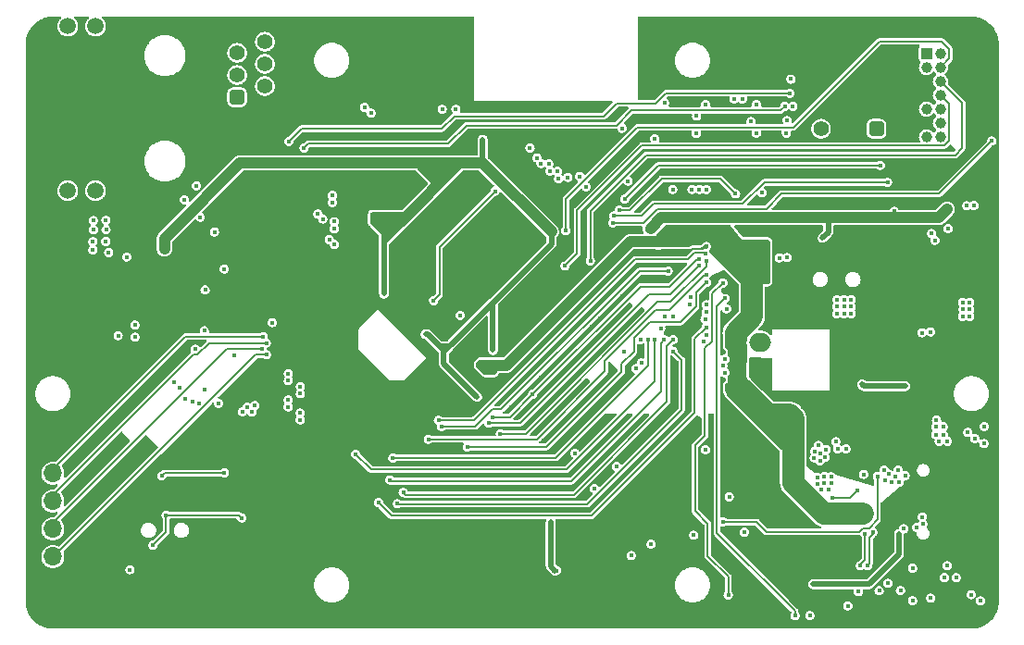
<source format=gbr>
%TF.GenerationSoftware,KiCad,Pcbnew,7.0.11*%
%TF.CreationDate,2025-07-19T14:24:56+09:00*%
%TF.ProjectId,RasPi,52617350-692e-46b6-9963-61645f706362,rev?*%
%TF.SameCoordinates,Original*%
%TF.FileFunction,Copper,L3,Inr*%
%TF.FilePolarity,Positive*%
%FSLAX46Y46*%
G04 Gerber Fmt 4.6, Leading zero omitted, Abs format (unit mm)*
G04 Created by KiCad (PCBNEW 7.0.11) date 2025-07-19 14:24:56*
%MOMM*%
%LPD*%
G01*
G04 APERTURE LIST*
G04 Aperture macros list*
%AMRoundRect*
0 Rectangle with rounded corners*
0 $1 Rounding radius*
0 $2 $3 $4 $5 $6 $7 $8 $9 X,Y pos of 4 corners*
0 Add a 4 corners polygon primitive as box body*
4,1,4,$2,$3,$4,$5,$6,$7,$8,$9,$2,$3,0*
0 Add four circle primitives for the rounded corners*
1,1,$1+$1,$2,$3*
1,1,$1+$1,$4,$5*
1,1,$1+$1,$6,$7*
1,1,$1+$1,$8,$9*
0 Add four rect primitives between the rounded corners*
20,1,$1+$1,$2,$3,$4,$5,0*
20,1,$1+$1,$4,$5,$6,$7,0*
20,1,$1+$1,$6,$7,$8,$9,0*
20,1,$1+$1,$8,$9,$2,$3,0*%
G04 Aperture macros list end*
%TA.AperFunction,ComponentPad*%
%ADD10RoundRect,0.250000X0.750000X-0.600000X0.750000X0.600000X-0.750000X0.600000X-0.750000X-0.600000X0*%
%TD*%
%TA.AperFunction,ComponentPad*%
%ADD11O,2.000000X1.700000*%
%TD*%
%TA.AperFunction,ComponentPad*%
%ADD12C,1.000000*%
%TD*%
%TA.AperFunction,ComponentPad*%
%ADD13R,1.000000X1.000000*%
%TD*%
%TA.AperFunction,ComponentPad*%
%ADD14RoundRect,0.350000X-0.350000X0.350000X-0.350000X-0.350000X0.350000X-0.350000X0.350000X0.350000X0*%
%TD*%
%TA.AperFunction,ComponentPad*%
%ADD15C,1.400000*%
%TD*%
%TA.AperFunction,ComponentPad*%
%ADD16C,1.500000*%
%TD*%
%TA.AperFunction,ComponentPad*%
%ADD17C,2.500000*%
%TD*%
%TA.AperFunction,ComponentPad*%
%ADD18C,2.000000*%
%TD*%
%TA.AperFunction,ComponentPad*%
%ADD19R,1.700000X1.700000*%
%TD*%
%TA.AperFunction,ComponentPad*%
%ADD20O,1.700000X1.700000*%
%TD*%
%TA.AperFunction,ComponentPad*%
%ADD21O,1.800000X1.000000*%
%TD*%
%TA.AperFunction,ComponentPad*%
%ADD22O,2.100000X1.000000*%
%TD*%
%TA.AperFunction,ViaPad*%
%ADD23C,0.450000*%
%TD*%
%TA.AperFunction,Conductor*%
%ADD24C,0.200000*%
%TD*%
%TA.AperFunction,Conductor*%
%ADD25C,1.000000*%
%TD*%
%TA.AperFunction,Conductor*%
%ADD26C,0.500000*%
%TD*%
%TA.AperFunction,Conductor*%
%ADD27C,2.000000*%
%TD*%
G04 APERTURE END LIST*
D10*
%TO.N,GND*%
%TO.C,J5*%
X178998999Y-104134000D03*
D11*
%TO.N,/Power/Cap*%
X178998999Y-101634000D03*
%TD*%
D12*
%TO.N,unconnected-(J1-Pin_14-Pad14)*%
%TO.C,J1*%
X195519000Y-82844000D03*
%TO.N,unconnected-(J1-Pin_13-Pad13)*%
X194249000Y-82844000D03*
%TO.N,/RingNW/NRST*%
X195519000Y-81574000D03*
%TO.N,GND*%
X194249000Y-81574000D03*
%TO.N,unconnected-(J1-Pin_10-Pad10)*%
X195519000Y-80304000D03*
%TO.N,unconnected-(J1-Pin_9-Pad9)*%
X194249000Y-80304000D03*
%TO.N,/RingNW/SWO*%
X195519000Y-79034000D03*
%TO.N,GND*%
X194249000Y-79034000D03*
%TO.N,/RingNW/SWCLK*%
X195519000Y-77764000D03*
%TO.N,GND*%
X194249000Y-77764000D03*
%TO.N,/RingNW/SWDIO*%
X195519000Y-76494000D03*
%TO.N,Net-(D1-K)*%
X194249000Y-76494000D03*
%TO.N,unconnected-(J1-Pin_2-Pad2)*%
X195519000Y-75224000D03*
D13*
%TO.N,unconnected-(J1-Pin_1-Pad1)*%
X194249000Y-75224000D03*
%TD*%
D14*
%TO.N,/RasPi_CM4/TRD1_P*%
%TO.C,J13*%
X131199000Y-79214000D03*
D15*
%TO.N,Net-(J13-RCT)*%
X131199000Y-77184000D03*
%TO.N,/RasPi_CM4/TRD1_N*%
X131199000Y-75154000D03*
%TO.N,/RasPi_CM4/TRD0_N*%
X133739000Y-78194000D03*
%TO.N,Net-(J13-RCT)*%
X133739000Y-76164000D03*
%TO.N,/RasPi_CM4/TRD0_P*%
X133739000Y-74134000D03*
D16*
%TO.N,Net-(J13-Pad13)*%
X118249000Y-87754000D03*
%TO.N,+3.3V*%
X115709000Y-87754000D03*
%TO.N,Net-(J13-Pad15)*%
X118249000Y-72714000D03*
%TO.N,+3.3V*%
X115709000Y-72714000D03*
D17*
%TO.N,GND*%
X124599000Y-89024000D03*
%TD*%
D18*
%TO.N,GND*%
%TO.C,TP1*%
X117811000Y-121769000D03*
%TD*%
D15*
%TO.N,/RasPi_CM4/GLOBAL_EN*%
%TO.C,SW2*%
X184597000Y-82101000D03*
%TO.N,GND*%
X187137000Y-82101000D03*
D14*
%TO.N,unconnected-(SW2-A-Pad1)*%
X189677000Y-82101000D03*
%TD*%
D19*
%TO.N,GND*%
%TO.C,J6*%
X114349000Y-111084000D03*
D20*
%TO.N,/FPGA_TangPrimerCore/TCK*%
X114349000Y-113624000D03*
%TO.N,/FPGA_TangPrimerCore/TMS*%
X114349000Y-116164000D03*
%TO.N,/FPGA_TangPrimerCore/TDO*%
X114349000Y-118704000D03*
%TO.N,/FPGA_TangPrimerCore/TDI*%
X114349000Y-121244000D03*
%TD*%
D21*
%TO.N,GND*%
%TO.C,J11*%
X197624000Y-111914000D03*
D22*
X193424000Y-111914000D03*
D21*
X197624000Y-120554000D03*
D22*
X193424000Y-120554000D03*
%TD*%
D23*
%TO.N,Net-(D14-A)*%
X118010000Y-93190000D03*
%TO.N,GND*%
X114439000Y-88524000D03*
X115459000Y-90984000D03*
X116829000Y-90974000D03*
X118129000Y-96394000D03*
X117599000Y-95864000D03*
X118149000Y-94894000D03*
X168167000Y-102872000D03*
X163489000Y-82604000D03*
X160319000Y-93284000D03*
X160679000Y-94204000D03*
X158189000Y-91434000D03*
X157209000Y-90454000D03*
X156189000Y-89414000D03*
X150739000Y-89464000D03*
X151799000Y-88414000D03*
X152579000Y-87684000D03*
X153359000Y-88464000D03*
X153469000Y-86614000D03*
X148129000Y-95084000D03*
X146619000Y-93534000D03*
X143929000Y-91954000D03*
%TO.N,+3.3V*%
X143579000Y-90634000D03*
X143589000Y-89934000D03*
%TO.N,GND*%
X134389000Y-82874000D03*
X135359000Y-82874000D03*
X141199000Y-86974000D03*
X140679000Y-82914000D03*
X161419000Y-79904000D03*
X159749000Y-80384000D03*
X157829000Y-79944000D03*
X156049000Y-80374000D03*
X154119000Y-79904000D03*
X152079000Y-80364000D03*
X121759000Y-90204000D03*
X120099000Y-83694000D03*
X150819000Y-76944000D03*
X146229000Y-78074000D03*
X144199000Y-82924000D03*
X146799000Y-82884000D03*
X149405000Y-82821000D03*
X190599000Y-108324000D03*
X189409000Y-108334000D03*
X189389000Y-109644000D03*
X190599000Y-109614000D03*
X190579000Y-107204000D03*
X189399000Y-107194000D03*
X198859000Y-101580000D03*
X198789000Y-103482000D03*
X199269000Y-104467000D03*
X199566000Y-102313000D03*
X199398000Y-100778000D03*
X200472000Y-101323000D03*
X196680000Y-100879000D03*
X198274000Y-100828000D03*
X199826000Y-99150000D03*
X200614000Y-98395000D03*
X199658000Y-97607000D03*
X198953000Y-98454000D03*
X199844000Y-96174000D03*
X200549000Y-94881000D03*
X198870000Y-91074000D03*
X198729000Y-92471000D03*
X200483000Y-92068000D03*
X198873000Y-95619000D03*
X199591000Y-94245000D03*
X199397000Y-92988000D03*
X199683000Y-90496000D03*
X198005000Y-90548000D03*
X193078000Y-95797000D03*
X193339000Y-96318000D03*
X192837000Y-96622000D03*
X191975000Y-97350000D03*
X192213000Y-96765000D03*
X192616000Y-97368000D03*
X192646000Y-97973000D03*
X192011000Y-97969000D03*
X191443000Y-98303000D03*
X191414000Y-97656000D03*
X191382000Y-97047000D03*
X191669000Y-96529000D03*
X190755000Y-98280000D03*
X190758000Y-97650000D03*
X190774000Y-97009000D03*
X190174000Y-99246000D03*
X190217000Y-98603000D03*
X190233000Y-97998000D03*
X190247000Y-97329000D03*
X189716000Y-97655000D03*
X189648000Y-98270000D03*
X189641000Y-98905000D03*
X189576000Y-99567000D03*
X189078000Y-97669000D03*
X193268000Y-97673000D03*
X193270000Y-97068000D03*
X196335000Y-92868000D03*
X189600000Y-93693000D03*
X194623000Y-89290000D03*
X130946000Y-102874000D03*
X177519000Y-88140000D03*
X187784000Y-86442000D03*
X193301000Y-119618000D03*
X128137000Y-121743000D03*
X118125000Y-118341000D03*
X126946000Y-119227000D03*
X122835000Y-120195000D03*
%TO.N,+3.3V*%
X123499622Y-120209037D03*
%TO.N,GND*%
X112466000Y-96599000D03*
X115084000Y-97191000D03*
X118046000Y-115348000D03*
X118105000Y-113091000D03*
X118114000Y-110605000D03*
X121905000Y-95787000D03*
X120519000Y-95789000D03*
X125532000Y-92735000D03*
X191395000Y-124830000D03*
X193799000Y-123737000D03*
X194465000Y-122310000D03*
X175364000Y-124468000D03*
X184935000Y-125809000D03*
X179144000Y-124984000D03*
X178077000Y-126028000D03*
X163170000Y-118733000D03*
X163029000Y-120335000D03*
X162799000Y-123410000D03*
X163275000Y-121665000D03*
X157873000Y-127232000D03*
X160505000Y-124689000D03*
X162319000Y-121716000D03*
X162268000Y-116978000D03*
X165387000Y-118012000D03*
X166266000Y-119225000D03*
X175634000Y-113802000D03*
X174554000Y-114395000D03*
X172322000Y-109582000D03*
X174548000Y-108727000D03*
X166336000Y-91514000D03*
X192468000Y-85780000D03*
X196109000Y-86395000D03*
%TO.N,VBUS*%
X193349000Y-118574000D03*
%TO.N,GND*%
X161779000Y-82604000D03*
X160229000Y-82604000D03*
X185659000Y-82554000D03*
X188879000Y-83104000D03*
X188709000Y-81204000D03*
X190379000Y-81024000D03*
X192039000Y-80664000D03*
X191759000Y-76224000D03*
X191359000Y-73524000D03*
X190219000Y-74854000D03*
X186679000Y-78454000D03*
X186239000Y-76954000D03*
X184159000Y-76334000D03*
X179499000Y-73254000D03*
X176779000Y-76574000D03*
X179499000Y-76084000D03*
X179489000Y-77474000D03*
X181549000Y-76894000D03*
X181919000Y-78214000D03*
X184639000Y-78364000D03*
X185149000Y-79834000D03*
X183129000Y-81794000D03*
X183439000Y-82464000D03*
X182649000Y-80514000D03*
X183299000Y-79784000D03*
X179799000Y-79624000D03*
X170429000Y-81024000D03*
X172379000Y-79554000D03*
%TO.N,/FPGA_TangPrimerCore/DAC/RCH_OUT*%
X181289000Y-80054000D03*
%TO.N,Net-(D28-A)*%
X178684203Y-82509369D03*
%TO.N,/RasPi_CM4/LED_B0*%
X181494000Y-81363998D03*
%TO.N,/RasPi_CM4/LED_B1*%
X181429000Y-82509000D03*
%TO.N,GND*%
X159807000Y-90007000D03*
X174093000Y-96968000D03*
X119691000Y-117884000D03*
X121213000Y-118825000D03*
X133279000Y-108180000D03*
X129415000Y-114681000D03*
X129262000Y-116038000D03*
%TO.N,Net-(Q39-S)*%
X190719000Y-123694000D03*
%TO.N,GND*%
X190698000Y-123038000D03*
X184212000Y-80867000D03*
X174397000Y-81404000D03*
X172618000Y-81320000D03*
X166528000Y-80377000D03*
X167345000Y-88597000D03*
X180523000Y-86467000D03*
X196511000Y-92114000D03*
X193540000Y-86839000D03*
X183825577Y-91387176D03*
X185984000Y-94810000D03*
X187025000Y-93739000D03*
X190362000Y-93696000D03*
X189456000Y-96440000D03*
X190230000Y-96698000D03*
X192427000Y-95014000D03*
X191041000Y-96482000D03*
X190583000Y-96075000D03*
X189985000Y-96114000D03*
X189670636Y-97016318D03*
X189037000Y-97017000D03*
X191256000Y-94817000D03*
X182981000Y-99293000D03*
X180991000Y-100090000D03*
X180886000Y-99332000D03*
X180062000Y-100188000D03*
X184520000Y-99362000D03*
X180889000Y-106583000D03*
%TO.N,/Power/Cap*%
X177581000Y-119028000D03*
%TO.N,GND*%
X183746000Y-118423000D03*
X189068000Y-114104000D03*
X188060000Y-112653000D03*
X120184000Y-102012000D03*
X116903000Y-109001000D03*
X116919000Y-107006000D03*
X116910000Y-102651000D03*
X179805000Y-106204000D03*
X179621000Y-105454000D03*
X174313000Y-116538000D03*
X174331000Y-117474000D03*
X172592000Y-100162000D03*
X171024000Y-94603000D03*
X175667000Y-105071000D03*
X172488000Y-103121000D03*
X176356000Y-99159000D03*
X175673000Y-99178000D03*
X175661000Y-102522000D03*
X150824000Y-102771000D03*
X151608000Y-99905000D03*
X149771000Y-98212000D03*
X166839000Y-111797000D03*
X170596000Y-100329000D03*
X165404000Y-104106000D03*
X160080000Y-108301000D03*
X158654000Y-109721000D03*
X159229000Y-110667000D03*
X157827000Y-109043000D03*
X161986000Y-107953000D03*
X153075000Y-107704000D03*
X158319000Y-107050000D03*
X158166000Y-105709000D03*
X155537000Y-106844000D03*
X156269000Y-107606000D03*
X156907000Y-108457000D03*
X165121000Y-101746000D03*
X165882000Y-100986000D03*
X168153000Y-98716000D03*
X164377000Y-100993000D03*
X163323000Y-102045000D03*
X162570000Y-101304000D03*
X163625000Y-100249000D03*
X165134000Y-100235000D03*
X164387000Y-99488000D03*
X163637000Y-98745000D03*
X162884000Y-99500000D03*
X161831000Y-100552000D03*
X164072000Y-102801000D03*
X162313000Y-104556000D03*
X160497000Y-106368000D03*
X159767000Y-105603000D03*
X158995000Y-104880000D03*
X158268000Y-104116000D03*
X157406000Y-104977000D03*
X156039000Y-104747000D03*
X157505000Y-103387000D03*
X161092000Y-99801000D03*
X162138000Y-98754000D03*
X162892000Y-97999000D03*
X164929000Y-95962000D03*
X165675000Y-96709000D03*
X166422000Y-97453000D03*
X163076000Y-105298000D03*
X161262000Y-107118000D03*
X160816000Y-103059000D03*
X159329000Y-101562000D03*
X160947000Y-109002000D03*
X163038000Y-108528000D03*
X161764000Y-109912000D03*
X162825000Y-110777000D03*
X164588000Y-114286000D03*
X166129000Y-109234000D03*
X165076000Y-110286000D03*
X161245000Y-112363000D03*
X165061000Y-108520000D03*
%TO.N,+5V*%
X162084268Y-111789268D03*
%TO.N,GND*%
X163043000Y-113815000D03*
X166810000Y-110048000D03*
X168388000Y-108470000D03*
X166461000Y-116939000D03*
X164886000Y-115526000D03*
X165911000Y-114500000D03*
X168716000Y-111695000D03*
X172390000Y-107223000D03*
X172403000Y-107950000D03*
X171554000Y-108859000D03*
X169505768Y-113900768D03*
X168389000Y-115008000D03*
X171438000Y-111964000D03*
X172636000Y-110758000D03*
X172982000Y-108921000D03*
X171648000Y-110254000D03*
X168314000Y-113589000D03*
X166575000Y-115327000D03*
X165683000Y-116220000D03*
X170143000Y-110268000D03*
X170654000Y-111248000D03*
X170465000Y-112935000D03*
X172404000Y-112560000D03*
X169059000Y-115879000D03*
X168177000Y-116828000D03*
X172929000Y-99399000D03*
X175750000Y-109031000D03*
X165036000Y-113376000D03*
X166893000Y-108470000D03*
X158549000Y-112734000D03*
X158539000Y-113824000D03*
X142429000Y-108034000D03*
X113869000Y-122584000D03*
X115969000Y-125704000D03*
X144419000Y-125724000D03*
X149379000Y-124214000D03*
X145639000Y-121954000D03*
X151809000Y-121914000D03*
X155480105Y-120374000D03*
X153583261Y-120374000D03*
X151480238Y-120374000D03*
X149029000Y-120374000D03*
X146343369Y-120373999D03*
X143763610Y-120373999D03*
X140879000Y-120374000D03*
X137909000Y-120374000D03*
X158649000Y-119214000D03*
X157079000Y-119234000D03*
X155479000Y-119224000D03*
X153569000Y-119234000D03*
X151476774Y-119234000D03*
X148960693Y-119234000D03*
X146083883Y-119234000D03*
X143514802Y-119235992D03*
X140403518Y-119235992D03*
X137669000Y-119234000D03*
X134559000Y-118004000D03*
X135709000Y-116884000D03*
X138789000Y-116874000D03*
X141419000Y-116894000D03*
X143689000Y-116874000D03*
X141423066Y-115775888D03*
X138669000Y-115774000D03*
X138789000Y-118074000D03*
X141269000Y-118054000D03*
X143593911Y-118079535D03*
X146392899Y-118079535D03*
X148676284Y-118079535D03*
X150991236Y-118079535D03*
X153349000Y-118084000D03*
X155520769Y-118079191D03*
X158779000Y-118084000D03*
X160929000Y-118094000D03*
X145789000Y-115754000D03*
X145029000Y-116254000D03*
X146436648Y-116973999D03*
X148564117Y-116973999D03*
X150992705Y-116973999D03*
X153794418Y-116973999D03*
X155511612Y-116974723D03*
X158603381Y-116974723D03*
X159819000Y-116974000D03*
X158799000Y-114974000D03*
X156339000Y-114974000D03*
X153771597Y-114884000D03*
X151019000Y-114884000D03*
X148499000Y-114884000D03*
X146919000Y-114914000D03*
X148524832Y-113823400D03*
X151096033Y-113823400D03*
X153779000Y-113824000D03*
X156529000Y-113824000D03*
X153789000Y-112744000D03*
X156549000Y-112754000D03*
X150979000Y-112734000D03*
X148479000Y-112744000D03*
X141699000Y-114674000D03*
X139219000Y-114674000D03*
X134369000Y-115884000D03*
X144649000Y-112134000D03*
X145829000Y-113814000D03*
X141139000Y-113444000D03*
X142739000Y-113484000D03*
X139489000Y-113514000D03*
X145919000Y-112744000D03*
X144599000Y-114674000D03*
X143604000Y-115770000D03*
X130960000Y-118842000D03*
X133070000Y-120354000D03*
X132479000Y-122860000D03*
X132857000Y-119182000D03*
X135527000Y-120358000D03*
X139618000Y-125895000D03*
X139450000Y-121654000D03*
X113882000Y-108663000D03*
X116125000Y-103626000D03*
X137944000Y-111006000D03*
X136336000Y-112569000D03*
X134853000Y-114643000D03*
X135890000Y-115707000D03*
X135508000Y-113586000D03*
X136483000Y-114622000D03*
X132995000Y-112513000D03*
X134403000Y-112554000D03*
X133818000Y-113645000D03*
X133410000Y-114914000D03*
X131492000Y-112506000D03*
X131390000Y-113596000D03*
X132747000Y-118035000D03*
X129500000Y-112507000D03*
X126835000Y-114656000D03*
X123471000Y-111412000D03*
X131090000Y-109313000D03*
X129292000Y-98760000D03*
X127643000Y-118291000D03*
X122232000Y-117456000D03*
X121572000Y-116005000D03*
X135128000Y-119199000D03*
X159625000Y-113810000D03*
X159684000Y-112737000D03*
X159469000Y-107407000D03*
X160077000Y-102306000D03*
X166946000Y-98421000D03*
X161572000Y-103797000D03*
X146719000Y-110204000D03*
X145659000Y-109904000D03*
X153119000Y-109914000D03*
X159009000Y-97734000D03*
X171049000Y-79594000D03*
X163329000Y-80194000D03*
X135349000Y-77694000D03*
X134919000Y-78614000D03*
X136491000Y-78720000D03*
X137738000Y-79971000D03*
X152845000Y-82557000D03*
X150581000Y-82449000D03*
X150526000Y-84240000D03*
X149349000Y-84150000D03*
X147703000Y-84186000D03*
X147804000Y-80835000D03*
X139662000Y-78014000D03*
X141894000Y-75939000D03*
X139636000Y-73855000D03*
X136332000Y-74936000D03*
X134554000Y-73271000D03*
X138023000Y-76506000D03*
X141355000Y-79922000D03*
X147437000Y-86188000D03*
X151525000Y-90264000D03*
X149909000Y-88644000D03*
X151739000Y-86834000D03*
X150969000Y-87594000D03*
X152587000Y-89206000D03*
X154128000Y-89240000D03*
X155157000Y-90255000D03*
X156206000Y-91310000D03*
X157213000Y-92312000D03*
X158241000Y-93347000D03*
X157497000Y-94122000D03*
X156469000Y-93092000D03*
X155391000Y-92021000D03*
X154407000Y-91025000D03*
X153396000Y-90021000D03*
X155457000Y-94181000D03*
X154408000Y-93132000D03*
X153374000Y-92089000D03*
X152327000Y-91061000D03*
X157427000Y-96152000D03*
X158163000Y-96893000D03*
X160794000Y-95890000D03*
X160024000Y-96643000D03*
X159212000Y-95839000D03*
X159976000Y-95080000D03*
X159235000Y-94338000D03*
X158481000Y-95105000D03*
X156432000Y-95153000D03*
X155359000Y-101234000D03*
X153889000Y-99824000D03*
X151509000Y-97344000D03*
X151797000Y-98482000D03*
X152779000Y-98664000D03*
X150299000Y-97069000D03*
X150319000Y-96144000D03*
X146629000Y-94934000D03*
X147879000Y-93694000D03*
X149119000Y-95004000D03*
X148529000Y-96804000D03*
X145409000Y-93264000D03*
X146419000Y-92214000D03*
X125169000Y-82964000D03*
X135169000Y-95814000D03*
X135179000Y-93264000D03*
X135129000Y-90594000D03*
X138299000Y-86974000D03*
X148098000Y-86834000D03*
X145519000Y-84224000D03*
X140079000Y-87254000D03*
X142809000Y-88674000D03*
X142799000Y-89864000D03*
X140309000Y-86284000D03*
X136699000Y-84264000D03*
X133859000Y-84114000D03*
X135289000Y-84224000D03*
X135099000Y-87094000D03*
X138099000Y-84194000D03*
X128769000Y-75984000D03*
X127509000Y-78574000D03*
X124229000Y-77534000D03*
X127249000Y-79864000D03*
X130089000Y-74514000D03*
X132949000Y-75114000D03*
X130169000Y-76404000D03*
X130129000Y-78144000D03*
X130059000Y-79854000D03*
X126519000Y-76624000D03*
X141925000Y-84167000D03*
X145584000Y-87830000D03*
X144772000Y-87001000D03*
X143987000Y-86217000D03*
X146375000Y-88618000D03*
X148929000Y-91164000D03*
X149781000Y-92021000D03*
X148159000Y-90394000D03*
X152742000Y-94962000D03*
X151771000Y-94006000D03*
X153647000Y-95865000D03*
X150573000Y-92813000D03*
X154671000Y-96903000D03*
X156456000Y-98690000D03*
X157234000Y-99480000D03*
X155692000Y-97917000D03*
X170699000Y-107874000D03*
X172490000Y-104726000D03*
X138556000Y-87803000D03*
X150439000Y-104944000D03*
X152179000Y-104684000D03*
X153109000Y-105584000D03*
X152109000Y-106784000D03*
X152149000Y-108134000D03*
%TO.N,+3.3V*%
X152699000Y-106184000D03*
X191284000Y-89669000D03*
X185254661Y-91090416D03*
X169379000Y-91354000D03*
X124549000Y-93104000D03*
X131629000Y-117704000D03*
X144639000Y-97194000D03*
X124549000Y-92296918D03*
X159419000Y-91004000D03*
X124714000Y-117479000D03*
X158344000Y-89929000D03*
X153149000Y-106634000D03*
X125089000Y-91624000D03*
X169669000Y-90764000D03*
X159939000Y-91524000D03*
X144329000Y-90644000D03*
X158889000Y-90474000D03*
X148429000Y-100904000D03*
X168739000Y-91364000D03*
X196219000Y-91234000D03*
X154599000Y-102364000D03*
X153658411Y-83093411D03*
X130039000Y-113582000D03*
X150098411Y-102403411D03*
X124299768Y-113871232D03*
X172866000Y-90234000D03*
X184744000Y-92080068D03*
X179974000Y-90505638D03*
X196129000Y-89454000D03*
%TO.N,GND*%
X195814000Y-100922000D03*
X175879000Y-126594000D03*
X145843000Y-97927000D03*
X178786000Y-127047000D03*
X137699000Y-112110000D03*
X198571000Y-108681000D03*
X174886000Y-119756000D03*
X147349000Y-73834000D03*
X121189000Y-117304000D03*
X115989000Y-112854000D03*
X168239000Y-79094000D03*
X179485000Y-91645000D03*
X150790000Y-79037000D03*
X197267000Y-101532000D03*
X190249000Y-78894000D03*
X191279000Y-127558000D03*
X120239000Y-88534000D03*
X148779000Y-72274000D03*
X125519000Y-103444000D03*
X197418000Y-107973000D03*
X126969000Y-101654000D03*
X123479000Y-95754000D03*
X168969000Y-121114000D03*
X125559000Y-101074000D03*
X119759000Y-103554000D03*
X167624000Y-110761000D03*
X179942000Y-80999000D03*
X171320841Y-107259000D03*
X171669000Y-121004000D03*
X196317000Y-83981000D03*
X167569000Y-121914000D03*
X156099000Y-82434000D03*
X169799000Y-117394000D03*
X133429000Y-92974000D03*
X124729000Y-79904000D03*
X177669000Y-72334000D03*
X161679000Y-126484000D03*
X119909000Y-106844000D03*
X144629000Y-72184000D03*
X197940000Y-104433000D03*
X112349000Y-112834000D03*
X198653000Y-127515000D03*
X129759000Y-85424000D03*
X166050000Y-88045000D03*
X196040000Y-85208000D03*
X199568000Y-85182000D03*
X199606000Y-91710000D03*
X143559000Y-108834000D03*
X192529000Y-87404000D03*
X133279000Y-106874000D03*
X118019000Y-76054000D03*
X170269000Y-122024000D03*
X197499000Y-73744000D03*
X184938000Y-124480000D03*
X117259000Y-119404000D03*
X141629000Y-96364000D03*
X180500000Y-92989000D03*
X127019000Y-91604000D03*
X122369000Y-124804000D03*
X198344000Y-123991000D03*
X198486000Y-93798000D03*
X169113000Y-88413000D03*
X113479000Y-114924000D03*
X122879000Y-105814000D03*
X128379000Y-90744000D03*
X133580000Y-111435000D03*
X145998000Y-80026000D03*
X131209000Y-90404000D03*
X146749000Y-100734000D03*
X198009000Y-77104000D03*
X141069000Y-107794000D03*
X171339000Y-122334000D03*
X152609000Y-86184000D03*
X119259000Y-72084000D03*
X149819000Y-75304000D03*
X134259000Y-100574000D03*
X123549000Y-100194000D03*
X188603000Y-79893000D03*
X200570000Y-110846000D03*
X147449000Y-100084000D03*
X182240000Y-94348000D03*
X180583000Y-125372000D03*
X131709000Y-91564000D03*
X172249000Y-126494000D03*
X188319000Y-127254000D03*
X182500000Y-87538000D03*
X195869000Y-73494000D03*
X179759000Y-98575000D03*
X183398000Y-89282000D03*
X143169000Y-92835000D03*
X143525000Y-104164000D03*
X146929000Y-111434000D03*
X196157000Y-115730000D03*
X141659000Y-101134000D03*
X116969000Y-72144000D03*
X154089000Y-87309000D03*
X124049000Y-81594000D03*
X164691000Y-91307000D03*
X129959000Y-88124000D03*
X141669000Y-103544000D03*
X141659000Y-102324000D03*
X146659000Y-108984000D03*
X114989000Y-93004000D03*
X147426000Y-95981000D03*
X171219000Y-118784000D03*
X143834000Y-94287000D03*
X116269000Y-73794000D03*
X136659000Y-121444000D03*
X194004000Y-114774000D03*
X137979000Y-86254000D03*
X170729000Y-82574000D03*
X119703000Y-100550000D03*
X129379000Y-96134000D03*
X175159000Y-78314000D03*
X142544000Y-97103000D03*
X142879000Y-91284000D03*
X169839000Y-108744000D03*
X157039000Y-83524000D03*
X120389000Y-80134000D03*
X175549000Y-75594000D03*
X118099000Y-89194000D03*
X173879000Y-121994000D03*
X192943000Y-127431000D03*
X199089000Y-75464000D03*
X168019000Y-118364000D03*
X193209000Y-88608000D03*
X142972000Y-95120000D03*
X144850000Y-98907000D03*
X127839000Y-120294000D03*
X114549000Y-72234000D03*
X132349000Y-73834000D03*
X125989000Y-120234000D03*
X131689000Y-84124000D03*
X122349000Y-100614000D03*
X189189000Y-78374000D03*
X112349000Y-103834000D03*
X116419000Y-77924000D03*
X171339000Y-77074000D03*
X171319000Y-115454000D03*
X116159000Y-107934000D03*
X200434000Y-83959000D03*
X169289000Y-124134000D03*
X171549000Y-74244000D03*
X166469000Y-120874000D03*
X154683000Y-84859000D03*
X134009000Y-86184000D03*
X186849000Y-92223000D03*
X116489000Y-86684000D03*
X133529000Y-116754000D03*
X186130000Y-92216000D03*
X188449000Y-74124000D03*
X138553912Y-89254720D03*
X132255000Y-110318000D03*
X148574000Y-102226000D03*
X182802000Y-88632000D03*
X121539000Y-121544000D03*
X153756000Y-102021000D03*
X149159000Y-111544000D03*
X114019000Y-90994000D03*
X167169000Y-81514000D03*
X136371000Y-118056000D03*
X134429000Y-107834000D03*
X141815000Y-98044000D03*
X162784000Y-125713000D03*
X130779000Y-92224000D03*
X168359000Y-75404000D03*
X134224000Y-122054000D03*
X116429000Y-105764000D03*
X120219000Y-105334000D03*
X175859000Y-96844000D03*
X167139000Y-124304000D03*
X160646000Y-90865000D03*
X128399000Y-125134000D03*
X194398000Y-108851000D03*
X173687000Y-119691000D03*
X200521000Y-108179000D03*
X125929000Y-121254000D03*
X120069000Y-73524000D03*
X148889000Y-121504000D03*
X132518000Y-117022000D03*
X133509000Y-91084000D03*
X122926000Y-110827000D03*
X148099000Y-104170000D03*
X131539000Y-86644000D03*
X198157000Y-102403000D03*
X189050000Y-98367000D03*
X119159000Y-104634000D03*
X172469000Y-105934000D03*
X170186000Y-115567000D03*
X186548000Y-91689000D03*
X183277000Y-125940000D03*
X129389000Y-90694000D03*
X200459000Y-103731000D03*
X196995000Y-114013000D03*
X183800000Y-124513000D03*
X200506000Y-93385000D03*
X151479000Y-111494000D03*
X120099000Y-120154000D03*
X141669000Y-104704000D03*
X115689000Y-118374000D03*
X198779000Y-78924000D03*
X122179000Y-106524000D03*
X123529000Y-116504000D03*
X171020000Y-93512000D03*
X136451000Y-110960000D03*
X134219000Y-99174000D03*
X172599770Y-88279702D03*
X155717000Y-85958000D03*
X183922000Y-127452000D03*
X152821000Y-100816000D03*
X134319000Y-103244000D03*
X193371000Y-81204000D03*
X170209000Y-78284000D03*
X119691000Y-99591000D03*
X142389000Y-127304000D03*
X194461000Y-116630000D03*
X200552000Y-90038000D03*
X116419000Y-82924000D03*
X200497000Y-86209000D03*
X134429000Y-106634000D03*
X175663000Y-117365000D03*
X142429000Y-121494000D03*
X133859000Y-124694000D03*
X122349000Y-73834000D03*
X178322000Y-88876000D03*
X139309000Y-112014000D03*
X158891000Y-89063000D03*
X167940000Y-91353000D03*
X133839000Y-95234000D03*
X154209000Y-82374000D03*
X119319000Y-119384000D03*
X141659000Y-95134000D03*
X195602000Y-120745000D03*
X112349000Y-108834000D03*
X152349000Y-78834000D03*
X176909000Y-74024000D03*
X187939000Y-72284000D03*
X134289000Y-97154000D03*
X168509000Y-81164000D03*
X178960000Y-88579000D03*
X168229000Y-72314000D03*
X148329000Y-107474000D03*
X134429000Y-105434000D03*
X170919000Y-124114000D03*
X130479000Y-106664000D03*
X117409000Y-123744000D03*
X197623000Y-100027000D03*
X116889000Y-114324000D03*
X120079000Y-90454000D03*
X198688000Y-89992000D03*
X165159000Y-126454000D03*
X200515000Y-116630000D03*
X112349000Y-73834000D03*
X172846000Y-78245000D03*
X129359000Y-109414000D03*
X196636000Y-126226000D03*
X173643000Y-118744000D03*
X198884000Y-99826000D03*
X145999000Y-100134000D03*
X143827000Y-95804000D03*
X119189000Y-86934000D03*
X120263000Y-94914000D03*
X133529000Y-98574000D03*
X142677000Y-103188000D03*
X125589000Y-96814000D03*
X173119000Y-120934000D03*
X125568000Y-94666000D03*
X174245000Y-125337000D03*
X119199000Y-106154000D03*
X200459000Y-77764000D03*
X120799000Y-110614000D03*
X154219000Y-127394000D03*
X143282000Y-78287000D03*
X198654000Y-83467000D03*
X128499000Y-86564000D03*
X120309000Y-106264000D03*
X142209000Y-111034000D03*
X137029000Y-83134000D03*
X118068000Y-116728000D03*
X199712000Y-95145000D03*
X180979000Y-118064000D03*
X112349000Y-123834000D03*
X120189000Y-77294000D03*
X116879000Y-117354000D03*
X172469000Y-113463000D03*
X125539000Y-127334000D03*
X115679000Y-115534000D03*
X115139000Y-73804000D03*
X114439000Y-102484000D03*
X121509000Y-120284000D03*
X144770000Y-105245000D03*
X200432000Y-100142000D03*
X200404000Y-125652000D03*
X126939000Y-96844000D03*
X134429000Y-104234000D03*
X124819000Y-121804000D03*
X200597000Y-113795000D03*
X193229000Y-72214000D03*
X190705000Y-91229000D03*
X169849000Y-119514000D03*
X112349000Y-93834000D03*
X113939000Y-117444000D03*
X131289000Y-127284000D03*
X120091000Y-113201000D03*
X155349000Y-124514000D03*
X142009000Y-124334000D03*
X116029000Y-88964000D03*
X135169000Y-96964000D03*
X130849000Y-111432000D03*
X112349000Y-88834000D03*
X175687000Y-118822000D03*
X131198000Y-123346000D03*
X158759000Y-124434000D03*
X158669000Y-121534000D03*
X135169000Y-94584000D03*
X192849000Y-74784000D03*
X135139000Y-91854000D03*
X180488000Y-91248000D03*
X159118000Y-92412000D03*
X135331000Y-111613000D03*
X120569000Y-122474000D03*
X132579000Y-95434000D03*
X189553000Y-126909000D03*
X164799000Y-121414000D03*
X114959000Y-98314000D03*
X129539000Y-94074000D03*
X133509000Y-99694000D03*
X131819000Y-81774000D03*
X120479000Y-116264000D03*
X151849000Y-83074000D03*
X139149000Y-86594000D03*
X115009000Y-100334000D03*
X167998000Y-89479000D03*
X200359000Y-74014000D03*
X143216000Y-106286000D03*
X168999000Y-126504000D03*
X112349000Y-98834000D03*
X137349000Y-73834000D03*
X126339000Y-99324000D03*
X193360998Y-82221378D03*
X126979000Y-98094000D03*
X174099000Y-92874000D03*
X200413000Y-105442000D03*
X120079000Y-96654000D03*
X199044000Y-96917000D03*
X149229000Y-103104000D03*
X121399000Y-87034000D03*
X192779000Y-78204000D03*
X136659000Y-127234000D03*
X176139000Y-95794000D03*
X115119000Y-78684000D03*
X155186000Y-88487000D03*
X197043000Y-118556000D03*
X144869000Y-76434000D03*
X175252000Y-123193000D03*
X142349000Y-73834000D03*
X169959000Y-120764000D03*
X171430000Y-113660000D03*
X190692000Y-88599000D03*
X121449000Y-72164000D03*
X170719000Y-95789000D03*
X135149000Y-89284000D03*
X145799000Y-123934000D03*
X144829000Y-111004000D03*
X200530000Y-96809000D03*
X143269000Y-112224000D03*
X118169000Y-79224000D03*
X115749000Y-120914000D03*
X126399000Y-102214000D03*
X147517000Y-76481000D03*
X190949000Y-126292000D03*
X130659000Y-95994000D03*
X131919000Y-96804000D03*
X200469000Y-122213000D03*
X185965000Y-125181000D03*
X121903000Y-94935000D03*
X168139000Y-82564000D03*
X147818000Y-101475000D03*
X140009000Y-108854000D03*
X181589000Y-74474000D03*
X123549000Y-101154000D03*
X112249000Y-100944000D03*
X177545000Y-91457000D03*
X198395000Y-85892000D03*
X169499000Y-118804000D03*
X116899000Y-101854000D03*
X130849000Y-105844000D03*
X195528000Y-125787000D03*
X141729000Y-105904000D03*
X162776000Y-124514000D03*
X129859000Y-81754000D03*
X193209000Y-76594000D03*
X145032000Y-107215000D03*
X128409000Y-122954000D03*
X152339000Y-75094000D03*
X141549000Y-87934000D03*
X144291000Y-80761000D03*
X200554000Y-88237000D03*
X133919000Y-88084000D03*
X200467000Y-119367000D03*
X185089000Y-74184000D03*
X192475000Y-91199000D03*
X198140000Y-116672000D03*
X122059000Y-111854000D03*
X151729000Y-124294000D03*
X183544000Y-87534000D03*
X162449000Y-94236000D03*
X195455000Y-127398000D03*
X198513000Y-122607000D03*
X146810000Y-105284000D03*
X190819000Y-116264000D03*
X199133000Y-111702000D03*
X161867000Y-94835000D03*
X123429000Y-86974000D03*
X141549000Y-92734000D03*
X123299000Y-80274000D03*
X127339000Y-81674000D03*
X168909000Y-109644000D03*
X121389000Y-76504000D03*
X119159000Y-88574000D03*
X115069000Y-83534000D03*
X186568000Y-79761000D03*
X156575000Y-86818000D03*
X137019000Y-87284000D03*
X149589000Y-107974000D03*
X149759000Y-105674000D03*
X124729000Y-72244000D03*
X152289000Y-72204000D03*
X133279000Y-97154000D03*
X198309000Y-72304000D03*
X197502000Y-84910000D03*
X134899000Y-72194000D03*
X125589000Y-98084000D03*
X191789000Y-79204000D03*
X158699000Y-82354000D03*
X198064000Y-91919000D03*
X194489000Y-85694000D03*
X150582000Y-99198000D03*
X187997000Y-120456000D03*
X141549000Y-90334000D03*
X170435000Y-114504000D03*
X141579000Y-93954000D03*
X119409000Y-127254000D03*
X143973000Y-98175000D03*
X196209000Y-77134000D03*
X118579000Y-83414000D03*
X120629000Y-113984000D03*
X146899000Y-98884000D03*
X156959000Y-124834000D03*
X136059000Y-86264000D03*
X191294000Y-87453000D03*
X168899000Y-82554000D03*
X120569000Y-92334000D03*
X198317000Y-126682000D03*
X176327000Y-82579000D03*
X196949000Y-75924000D03*
X128819000Y-89384000D03*
X127349000Y-83834000D03*
X120073000Y-111699000D03*
X141549000Y-91534000D03*
X157497000Y-87678000D03*
X194674000Y-118514000D03*
X134429000Y-109034000D03*
X122119000Y-116604000D03*
X116679000Y-109894000D03*
X123489000Y-94854000D03*
X139839000Y-72194000D03*
X126009000Y-86704000D03*
X198893000Y-113851000D03*
X157069000Y-121694000D03*
X189149000Y-76884000D03*
X175399000Y-121424000D03*
X127189000Y-90874000D03*
X117039000Y-88104000D03*
X127349000Y-73834000D03*
X149188000Y-78996000D03*
X164719000Y-123114000D03*
X165366000Y-92125000D03*
X170839000Y-116414000D03*
X154199000Y-121444000D03*
X112349000Y-78834000D03*
X116909000Y-111814000D03*
X141549000Y-89134000D03*
X158669000Y-123124000D03*
X196152000Y-124442000D03*
X129869000Y-83584000D03*
X122349000Y-83834000D03*
X159849000Y-127464000D03*
X120099000Y-86894000D03*
X114289000Y-127364000D03*
X148749000Y-127424000D03*
X183200000Y-93218000D03*
X194579000Y-87474000D03*
X139399000Y-111074000D03*
X112349000Y-118834000D03*
X195767000Y-102136000D03*
X120519000Y-91284000D03*
X172779000Y-72304000D03*
X171059000Y-104604000D03*
X181089000Y-126950000D03*
X117336000Y-90301000D03*
X142814000Y-99320000D03*
X137619000Y-123774000D03*
X141729000Y-99934000D03*
X182889000Y-72184000D03*
X126976000Y-93119000D03*
X131559000Y-88084000D03*
X126879000Y-100524000D03*
X175687000Y-99849000D03*
X114859000Y-119924000D03*
X176782000Y-96714000D03*
X195521000Y-123950000D03*
X112349000Y-83834000D03*
X126869000Y-95494000D03*
X194489000Y-88610000D03*
X125599000Y-123094000D03*
X181790000Y-92107000D03*
X189049000Y-99075000D03*
X164729000Y-124704000D03*
X137426000Y-113463000D03*
X180384000Y-78164000D03*
X154459000Y-83674000D03*
X114939000Y-86624000D03*
X129989000Y-72164000D03*
X122149000Y-88414000D03*
X186506000Y-127605000D03*
%TO.N,/RingNW/NRST*%
X169389000Y-83009000D03*
X154784000Y-87819000D03*
X149169000Y-97824000D03*
%TO.N,VBUS*%
X192159000Y-118704000D03*
X191073000Y-114473000D03*
X191769000Y-114454000D03*
X190809000Y-113714000D03*
X191369000Y-113894000D03*
X191659000Y-113314000D03*
X190369000Y-113344000D03*
X192289000Y-113834000D03*
X193919000Y-118284000D03*
X190489000Y-114234000D03*
X191739000Y-119164000D03*
X183869000Y-123774000D03*
X193869002Y-117624000D03*
X191749000Y-119767000D03*
%TO.N,VCC*%
X195089000Y-109384000D03*
X195159000Y-108754000D03*
X195409000Y-110704000D03*
X199489000Y-110914000D03*
X195779000Y-109354000D03*
X196149000Y-110694000D03*
X195769000Y-110104000D03*
X195089000Y-110084000D03*
%TO.N,/Power/S-S*%
X199522683Y-109347683D03*
X194613926Y-100688709D03*
%TO.N,Net-(Q14-G)*%
X198679000Y-110454000D03*
%TO.N,+5V*%
X192979000Y-122304000D03*
X188889000Y-116609000D03*
X178289000Y-94634000D03*
X175669000Y-92294000D03*
X188608334Y-117714678D03*
X169051482Y-120103982D03*
X178289000Y-93934000D03*
X175689000Y-93474000D03*
X176004001Y-91719000D03*
X188198997Y-122089000D03*
X132560000Y-108029000D03*
X178989000Y-94634000D03*
X175979000Y-94144000D03*
X154019000Y-104404000D03*
X178289000Y-92534000D03*
X163879000Y-115038000D03*
X178989000Y-92534000D03*
X179689000Y-95334000D03*
X178989000Y-96034000D03*
X172959000Y-119294000D03*
X181738000Y-108964000D03*
X179689000Y-92534000D03*
X178289000Y-93234000D03*
X132122114Y-107559001D03*
X187971252Y-117544710D03*
X177589000Y-92534000D03*
X182353000Y-108334000D03*
X182353000Y-108954000D03*
X178989000Y-95334000D03*
X177589000Y-95334000D03*
X177589000Y-93234000D03*
X183803755Y-115076746D03*
X159879000Y-118099000D03*
X188003894Y-116611711D03*
X170172768Y-92337768D03*
X178289000Y-95334000D03*
X179689000Y-96034000D03*
X153279000Y-103734000D03*
X177589000Y-96034000D03*
X177589000Y-93934000D03*
X189074000Y-117284000D03*
X169722768Y-92787768D03*
X132819000Y-107431000D03*
X179689000Y-93934000D03*
X188419000Y-117074000D03*
X178989000Y-93934000D03*
X182358000Y-107714000D03*
X188619000Y-119164000D03*
X179689000Y-93234000D03*
X181768000Y-107724000D03*
X131689000Y-107994000D03*
X177589000Y-94634000D03*
X154699000Y-104404000D03*
X176009000Y-92844000D03*
X160399000Y-122524000D03*
X153929000Y-103734000D03*
X170632768Y-91877768D03*
X181738000Y-108334000D03*
X170629000Y-91214000D03*
X178289000Y-96034000D03*
X178989000Y-93234000D03*
X179689000Y-94634000D03*
%TO.N,VDD*%
X189762278Y-113918000D03*
X198011562Y-109872683D03*
X175643000Y-118084000D03*
X167249000Y-121164000D03*
%TO.N,Net-(D9-A)*%
X187044274Y-125758999D03*
%TO.N,Net-(D10-A)*%
X188013078Y-124464000D03*
%TO.N,Net-(D11-A)*%
X183569000Y-126644000D03*
%TO.N,/RasPi_GPIO3*%
X173463995Y-87659000D03*
X173179000Y-82554000D03*
X181849000Y-77564000D03*
X170299000Y-79724000D03*
%TO.N,Net-(D17-K)*%
X192309000Y-105654000D03*
X188349000Y-105484000D03*
%TO.N,/Power/Cap*%
X176199000Y-115784000D03*
X174027000Y-111471002D03*
%TO.N,/RingNW/SWDIO*%
X161256000Y-91435000D03*
%TO.N,/RingNW/SWCLK*%
X163498000Y-94204000D03*
%TO.N,/RingNW/SWO*%
X161176000Y-94664000D03*
%TO.N,+BATT*%
X197599000Y-98634000D03*
X198199000Y-99284000D03*
X198199000Y-98008997D03*
X197549000Y-99284000D03*
X197549000Y-98009000D03*
X198199000Y-98634000D03*
%TO.N,/RingNW/RS485_RingNW/RS485Y_TA*%
X198579000Y-89134000D03*
%TO.N,/RingNW/RS485_RingNW/RS485Y_TB*%
X197929165Y-89148769D03*
%TO.N,/RingNW/RS485_RingNW/RS485Y_RA*%
X194710388Y-91691500D03*
%TO.N,/RingNW/RS485_RingNW/RS485Y_RB*%
X195017572Y-92313778D03*
%TO.N,Net-(D12-A)*%
X118075000Y-91348000D03*
%TO.N,Net-(D13-A)*%
X118014000Y-92431965D03*
%TO.N,/Power/IND*%
X189344572Y-119018626D03*
X188849000Y-122089000D03*
%TO.N,/Power/VSYS*%
X184499000Y-112504000D03*
X186049000Y-97734000D03*
X186049000Y-98384000D03*
X183978301Y-112204689D03*
X184355247Y-111085297D03*
X184533000Y-111797000D03*
X186699000Y-98384000D03*
X187349000Y-98384000D03*
X185949000Y-110734000D03*
X184013999Y-111605454D03*
X187349000Y-97734000D03*
X186699000Y-99034000D03*
X188486424Y-113719040D03*
X185063000Y-111448000D03*
X187349000Y-99034000D03*
X186049000Y-99034000D03*
X186699000Y-97734000D03*
X184954000Y-112184000D03*
%TO.N,Net-(Q12-G)*%
X193838376Y-100764624D03*
%TO.N,/RingNW/H723TX1_RS485XRX*%
X190019857Y-85455402D03*
X166662768Y-88533768D03*
%TO.N,Net-(D20-A)*%
X166949000Y-86897000D03*
%TO.N,/RingNW/DIPSW0*%
X159711536Y-85316536D03*
%TO.N,/RingNW/DIPSW1*%
X159802768Y-85967768D03*
%TO.N,/RingNW/SlideSW0*%
X158611843Y-84764150D03*
%TO.N,/RingNW/DIPSW2*%
X160504000Y-86009000D03*
%TO.N,/RingNW/DIPSW3*%
X159000304Y-85285304D03*
%TO.N,/RingNW/H723TX4_RS485YRX*%
X200219000Y-83224000D03*
X165557331Y-90716363D03*
%TO.N,Net-(SW6-A)*%
X186893000Y-111395000D03*
%TO.N,Net-(D21-A)*%
X162518000Y-86459000D03*
%TO.N,/RingNW/H723RX1_RS485XTX*%
X176784000Y-88059000D03*
X166155240Y-89520760D03*
%TO.N,/RingNW/H723RX4_RS485YTX*%
X190679000Y-87004000D03*
X165660813Y-90074651D03*
%TO.N,Net-(D15-A)*%
X118046000Y-90503000D03*
%TO.N,/FPGA_TangPrimerCore/TCK*%
X133594000Y-101113849D03*
%TO.N,Net-(D22-A)*%
X163120000Y-87418000D03*
%TO.N,Net-(D23-A)*%
X173219000Y-80944000D03*
%TO.N,Net-(D24-A)*%
X174037640Y-79884000D03*
%TO.N,Net-(D25-A)*%
X178682732Y-79884000D03*
%TO.N,/RasPi_CM4/LED_nACT*%
X182019000Y-80054000D03*
X175804000Y-103180376D03*
%TO.N,Net-(D26-A)*%
X176669000Y-79379000D03*
%TO.N,Net-(D29-A)*%
X177399000Y-79394000D03*
%TO.N,/RasPi_CM4/LiDAR_PWM*%
X171033998Y-87659000D03*
%TO.N,/FPGA_TangPrimerCore/DAC/LCH_OUT*%
X181749000Y-78854000D03*
X135939000Y-83264000D03*
%TO.N,Net-(J4-Pin_2)*%
X180790000Y-93919000D03*
X181486000Y-93900000D03*
%TO.N,/PCM_FS*%
X145869000Y-116414000D03*
X171072212Y-102459000D03*
%TO.N,/FPGA_TangPrimerCore/DAC/RCH_OUT*%
X137329000Y-83854000D03*
%TO.N,/MCU->RasPi_GPIO3*%
X157989000Y-83864000D03*
X166399000Y-82064000D03*
%TO.N,/RasPi->RST_FPGA*%
X169407551Y-101409158D03*
X142039000Y-111874000D03*
%TO.N,/RasPi_CM4/RasPiTX5_LiDARRX*%
X174109000Y-101004000D03*
X166599000Y-102459000D03*
X149959000Y-80324000D03*
%TO.N,/RasPi_SHDN*%
X173837776Y-101594712D03*
%TO.N,/RasPi_CM4/FAN_PWRCtrl*%
X175954056Y-98576592D03*
%TO.N,/RasPi_CM4/SD_PWR_ON*%
X173440000Y-94007000D03*
X154597411Y-108482412D03*
X158233000Y-106388000D03*
%TO.N,/RasPi_CM4/LED_nPWR*%
X174113998Y-87659000D03*
%TO.N,/RasPi_CM4/LED_nR0*%
X172652659Y-97509000D03*
%TO.N,/RingNW/LED_B0*%
X160595000Y-86666000D03*
%TO.N,/RingNW/LED_B1*%
X161452000Y-86553000D03*
%TO.N,/RasPi_CM4/SD_CLK*%
X152259000Y-111224000D03*
X174117631Y-96178557D03*
%TO.N,Net-(C69-Pad1)*%
X198319000Y-124728889D03*
%TO.N,/FPGA_TangPrimerCore/LED_B0*%
X119214000Y-91341000D03*
%TO.N,/RasPi_CM4/SD_DAT3*%
X174109000Y-95434000D03*
X148694000Y-110519000D03*
%TO.N,/FPGA_TangPrimerCore/LED_B1*%
X119195000Y-92412000D03*
%TO.N,/FPGA_TangPrimerCore/LED_B2*%
X119464000Y-93429000D03*
%TO.N,/FPGA_TangPrimerCore/TMS*%
X133865294Y-101708999D03*
%TO.N,/RasPi_CM4/SD_CMD*%
X149914580Y-109352226D03*
X170613000Y-95134000D03*
%TO.N,/FPGA_TangPrimerCore/TDO*%
X133493064Y-102241285D03*
%TO.N,/RasPi_CM4/SD_DAT0*%
X173401537Y-94656537D03*
X154229000Y-109032000D03*
%TO.N,/FPGA_TangPrimerCore/TDI*%
X133877649Y-102766808D03*
%TO.N,/RasPi_CM4/SD_DAT1*%
X174108000Y-94209000D03*
X155276500Y-109994000D03*
%TO.N,/RasPi_CM4/SD_DAT2*%
X149610000Y-108778000D03*
X174009000Y-93534000D03*
%TO.N,/FPGA_TangPrimerCore/LED_B3*%
X119209000Y-90484000D03*
%TO.N,/RasPi_CM4/ETH_LEDY*%
X167685000Y-104054000D03*
X175804381Y-104431117D03*
X142859000Y-80149000D03*
%TO.N,CM4_3.3V(OUTPUT)__1*%
X168089000Y-101409000D03*
%TO.N,/RasPi_CM4/ETH_LEDG*%
X168167000Y-103529000D03*
X143439000Y-80674000D03*
X175627841Y-103805548D03*
%TO.N,/RasPi_CM4/LED_LG0*%
X172799000Y-87659000D03*
%TO.N,/RasPi_CM4/LED_Y0*%
X172576160Y-98154485D03*
%TO.N,/RasPi_CM4/GLOBAL_EN*%
X179209000Y-87964000D03*
%TO.N,/DSI_D0_N*%
X140099000Y-92694000D03*
X136969000Y-108744000D03*
%TO.N,/DSI_D0_P*%
X139639000Y-92244000D03*
X136969000Y-108114000D03*
%TO.N,/DSI_D1_N*%
X135879000Y-107544000D03*
X140086500Y-91254000D03*
%TO.N,/DSI_D1_P*%
X140086500Y-90604000D03*
X135879000Y-106914000D03*
%TO.N,/DSI_CK_P*%
X138584545Y-89904000D03*
X136989000Y-105714000D03*
%TO.N,/DSI_CK_N*%
X139029000Y-90354000D03*
X136989000Y-106344000D03*
%TO.N,/DSI_D2_N*%
X139923000Y-88854000D03*
X135884000Y-105144000D03*
%TO.N,/DSI_D2_P*%
X139923000Y-88204000D03*
X135884000Y-104514000D03*
%TO.N,Net-(D18-K)*%
X185658066Y-115895722D03*
X187939000Y-115159000D03*
%TO.N,/RST_FPGA*%
X134419000Y-99834000D03*
%TO.N,/FPGA_TangPrimerCore/TangPrimerTXx_Panel0RX*%
X125474000Y-105310232D03*
%TO.N,/FPGA_TangPrimerCore/TangPrimerTXx_Panel2RX*%
X129505395Y-107231167D03*
%TO.N,/FPGA_TangPrimerCore/TangPrimerTXx_Panel1RX*%
X126468501Y-106814000D03*
%TO.N,/FPGA_TangPrimerCore/TangPrimerTXx_Panel3RX*%
X128264000Y-105999000D03*
%TO.N,/FPGA_TangPrimerCore/TangPrimerTXx_Panel4RX*%
X128192768Y-100587768D03*
%TO.N,/FPGA_TangPrimerCore/TangPrimerTXx_Panel5RX*%
X130024000Y-94934000D03*
%TO.N,/FPGA_TangPrimerCore/SlideSW0*%
X121409000Y-122444000D03*
%TO.N,/FPGA_TangPrimerCore/TangPrimerRXx_Panel0TX*%
X125943501Y-105832768D03*
%TO.N,/FPGA_TangPrimerCore/3.3V_TangPrimer*%
X120313998Y-101034000D03*
%TO.N,Net-(U7-E8_READY)*%
X121858003Y-100062847D03*
%TO.N,Net-(U7-D7_DONE)*%
X121862534Y-101169294D03*
%TO.N,/FPGA_TangPrimerCore/TangPrimerRXx_Panel1TX*%
X127094415Y-107102073D03*
%TO.N,/FPGA_TangPrimerCore/TangPrimerRXx_Panel2TX*%
X127734225Y-107216728D03*
%TO.N,/FPGA_TangPrimerCore/TangPrimerRXx_Panel3TX*%
X127375611Y-102270611D03*
%TO.N,/FPGA_TangPrimerCore/TangPrimerRXx_Panel4TX*%
X128274000Y-96859000D03*
%TO.N,/FPGA_TangPrimerCore/TangPrimerRXx_Panel5TX*%
X129129000Y-91544000D03*
%TO.N,/FPGA_TangPrimerCore/I2S_SCK*%
X127823074Y-90198074D03*
%TO.N,/FPGA_TangPrimerCore/I2S_WS*%
X126374000Y-88589000D03*
%TO.N,/FPGA_TangPrimerCore/I2S_SD*%
X127484000Y-87319000D03*
%TO.N,/RasPi_CM4/RasPiRX0_SerialTX*%
X182219000Y-126661500D03*
X175806639Y-97629176D03*
%TO.N,/RasPi_CM4/RasPiTX0_SerialRX*%
X175622493Y-96216395D03*
X176110500Y-124756500D03*
%TO.N,/RasPi_CM4/RasPiRX5_LiDARTX*%
X151209000Y-80324000D03*
%TO.N,/RasPi->FPGA_MOSI*%
X171071912Y-101409468D03*
X146394000Y-115369000D03*
%TO.N,/RasPi->FPGA_MISO*%
X145163000Y-114230000D03*
X170246958Y-101409000D03*
%TO.N,/RasPi->FPGA_SCLK*%
X174089000Y-100284000D03*
X144139000Y-116314000D03*
%TO.N,/RasPi->MCU_SCLK*%
X170330683Y-99262000D03*
%TO.N,/RasPi->MCU_CS*%
X173994000Y-99533932D03*
%TO.N,/RasPi->MCU_MISO*%
X171033000Y-99269000D03*
%TO.N,/RasPi->MCU_MOSI*%
X169939000Y-100349000D03*
%TO.N,/RasPi->FPGA_CS*%
X168757628Y-101399000D03*
X145444000Y-112229000D03*
%TO.N,Net-(D19-A)*%
X178202768Y-81444000D03*
%TO.N,/RasPi_CM4/LED_B0*%
X174117492Y-98216905D03*
%TO.N,/RasPi_CM4/LED_B1*%
X174094925Y-98892058D03*
%TO.N,/FPGA_TangPrimerCore/Panel_PWRCtrl*%
X121121000Y-93836000D03*
%TO.N,Net-(U22A--)*%
X199171500Y-125309000D03*
%TO.N,Net-(Q31-G)*%
X195878000Y-123177000D03*
%TO.N,Net-(Q31-S)*%
X196959000Y-123174000D03*
%TO.N,/Power/CC*%
X196128479Y-122090417D03*
X184289000Y-114024000D03*
X185317435Y-115125608D03*
X184660282Y-115107383D03*
X191859000Y-124359000D03*
X185509000Y-113934000D03*
X185519000Y-114534000D03*
X184909000Y-113924000D03*
X184909000Y-114534000D03*
X184299000Y-114644000D03*
%TO.N,/V_Meas*%
X165904000Y-113014000D03*
X151594000Y-99176000D03*
%TO.N,Net-(C26-Pad1)*%
X192974000Y-125284000D03*
%TO.N,Net-(U22B--)*%
X194624000Y-125054000D03*
%TO.N,Net-(Q39-G)*%
X189911537Y-124371463D03*
%TO.N,Net-(Q33-G)*%
X186129000Y-111399001D03*
%TD*%
D24*
%TO.N,/RasPi_CM4/SD_DAT3*%
X169479851Y-98710000D02*
X170709196Y-98710000D01*
X164823000Y-104313000D02*
X164823000Y-103366851D01*
X170709196Y-98710000D02*
X173985196Y-95434000D01*
X173985196Y-95434000D02*
X174109000Y-95434000D01*
X158617000Y-110519000D02*
X164823000Y-104313000D01*
X164823000Y-103366851D02*
X169479851Y-98710000D01*
X148694000Y-110519000D02*
X158617000Y-110519000D01*
D25*
%TO.N,+3.3V*%
X125089000Y-91624000D02*
X131469589Y-85243411D01*
X131469589Y-85243411D02*
X152649000Y-85243411D01*
D26*
X144639000Y-90954000D02*
X144329000Y-90644000D01*
X144639000Y-97194000D02*
X144639000Y-90954000D01*
D25*
X146139000Y-90644000D02*
X144329000Y-90644000D01*
X151539589Y-85243411D02*
X146139000Y-90644000D01*
X152649000Y-85243411D02*
X151539589Y-85243411D01*
X152649000Y-85243411D02*
X153658411Y-85243411D01*
D24*
%TO.N,/RingNW/H723RX4_RS485YTX*%
X169275000Y-88984000D02*
X168184349Y-90074651D01*
X177436000Y-88984000D02*
X169275000Y-88984000D01*
X179416000Y-87004000D02*
X177436000Y-88984000D01*
X168184349Y-90074651D02*
X165660813Y-90074651D01*
X190679000Y-87004000D02*
X179416000Y-87004000D01*
%TO.N,/RingNW/H723RX1_RS485XTX*%
X166220480Y-89586000D02*
X166155240Y-89520760D01*
X167127000Y-89586000D02*
X166220480Y-89586000D01*
X175409000Y-86684000D02*
X170029000Y-86684000D01*
X170029000Y-86684000D02*
X167127000Y-89586000D01*
X176784000Y-88059000D02*
X175409000Y-86684000D01*
%TO.N,+3.3V*%
X124567000Y-113604000D02*
X130017000Y-113604000D01*
X130017000Y-113604000D02*
X130039000Y-113582000D01*
X124299768Y-113871232D02*
X124567000Y-113604000D01*
X123499622Y-120209037D02*
X124714000Y-118994659D01*
X124714000Y-118994659D02*
X124714000Y-117479000D01*
%TO.N,/RasPi_CM4/RasPiTX0_SerialRX*%
X174642492Y-97196396D02*
X175622493Y-96216395D01*
X174642492Y-101532459D02*
X174642492Y-97196396D01*
X173084000Y-111088000D02*
X173991000Y-110181000D01*
X173084000Y-117087768D02*
X173084000Y-111088000D01*
X173991000Y-102183951D02*
X174642492Y-101532459D01*
X174228000Y-118231768D02*
X173084000Y-117087768D01*
X174228000Y-121213000D02*
X174228000Y-118231768D01*
X176110500Y-123095500D02*
X174228000Y-121213000D01*
X176110500Y-124756500D02*
X176110500Y-123095500D01*
X173991000Y-110181000D02*
X173991000Y-102183951D01*
%TO.N,/RasPi_CM4/SD_PWR_ON*%
X170733456Y-96534000D02*
X168087000Y-96534000D01*
X168087000Y-96534000D02*
X158233000Y-106388000D01*
X173260456Y-94007000D02*
X170733456Y-96534000D01*
X173440000Y-94007000D02*
X173260456Y-94007000D01*
%TO.N,GND*%
X172858381Y-93076000D02*
X173724537Y-93076000D01*
X172422380Y-93512000D02*
X172858381Y-93076000D01*
X171020000Y-93512000D02*
X172422380Y-93512000D01*
X173724537Y-93076000D02*
X173926537Y-92874000D01*
X173926537Y-92874000D02*
X174099000Y-92874000D01*
%TO.N,/RasPi_CM4/SD_DAT2*%
X173951000Y-93476000D02*
X174009000Y-93534000D01*
X172450066Y-94050000D02*
X173024066Y-93476000D01*
X167587000Y-94050000D02*
X172450066Y-94050000D01*
X173024066Y-93476000D02*
X173951000Y-93476000D01*
X152859000Y-108778000D02*
X167587000Y-94050000D01*
X149610000Y-108778000D02*
X152859000Y-108778000D01*
%TO.N,VDD*%
X189762278Y-117859200D02*
X189762278Y-113918000D01*
X188982478Y-118639000D02*
X189762278Y-117859200D01*
X188401537Y-118639000D02*
X188982478Y-118639000D01*
X188060537Y-118980000D02*
X188401537Y-118639000D01*
X179595000Y-118980000D02*
X188060537Y-118980000D01*
X178699000Y-118084000D02*
X179595000Y-118980000D01*
X175643000Y-118084000D02*
X178699000Y-118084000D01*
%TO.N,/RasPi_CM4/RasPiRX0_SerialTX*%
X175085000Y-119110000D02*
X175085000Y-98350815D01*
X182219000Y-126244000D02*
X175085000Y-119110000D01*
X175085000Y-98350815D02*
X175806639Y-97629176D01*
X182219000Y-126661500D02*
X182219000Y-126244000D01*
%TO.N,/RingNW/SWCLK*%
X196853000Y-84510000D02*
X197509000Y-83854000D01*
X197509000Y-83854000D02*
X197509000Y-79754000D01*
X197509000Y-79754000D02*
X195519000Y-77764000D01*
X168593000Y-84510000D02*
X196853000Y-84510000D01*
X163498000Y-94204000D02*
X163498000Y-89605000D01*
X163498000Y-89605000D02*
X168593000Y-84510000D01*
%TO.N,/FPGA_TangPrimerCore/DAC/LCH_OUT*%
X181749000Y-78854000D02*
X170426537Y-78854000D01*
X170426537Y-78854000D02*
X169481537Y-79799000D01*
X149926500Y-82096500D02*
X137106500Y-82096500D01*
X169481537Y-79799000D02*
X165894000Y-79799000D01*
X165894000Y-79799000D02*
X164739000Y-80954000D01*
X164739000Y-80954000D02*
X151069000Y-80954000D01*
X151069000Y-80954000D02*
X149926500Y-82096500D01*
X137106500Y-82096500D02*
X135939000Y-83264000D01*
%TO.N,/RingNW/H723TX1_RS485XRX*%
X169732598Y-85455402D02*
X190019857Y-85455402D01*
X166662768Y-88525232D02*
X169732598Y-85455402D01*
X166662768Y-88533768D02*
X166662768Y-88525232D01*
%TO.N,/RingNW/SWO*%
X161176000Y-94664000D02*
X162281000Y-93559000D01*
X162281000Y-93559000D02*
X162281000Y-89587000D01*
X168214000Y-83654000D02*
X195840371Y-83654000D01*
X162281000Y-89587000D02*
X168214000Y-83654000D01*
X196319000Y-83175371D02*
X196319000Y-79834000D01*
X195840371Y-83654000D02*
X196319000Y-83175371D01*
X196319000Y-79834000D02*
X195519000Y-79034000D01*
%TO.N,/RingNW/SWDIO*%
X196319000Y-75694000D02*
X195519000Y-76494000D01*
X195650683Y-74125683D02*
X196319000Y-74794000D01*
X189917317Y-74125683D02*
X195650683Y-74125683D01*
X167810232Y-81984000D02*
X182059000Y-81984000D01*
X182059000Y-81984000D02*
X189917317Y-74125683D01*
X161256000Y-88538232D02*
X167810232Y-81984000D01*
X161256000Y-91435000D02*
X161256000Y-88538232D01*
X196319000Y-74794000D02*
X196319000Y-75694000D01*
%TO.N,/FPGA_TangPrimerCore/DAC/RCH_OUT*%
X180934000Y-80409000D02*
X181289000Y-80054000D01*
X152199000Y-81804000D02*
X165889000Y-81804000D01*
X165889000Y-81804000D02*
X167284000Y-80409000D01*
X137719000Y-83464000D02*
X150539000Y-83464000D01*
X150539000Y-83464000D02*
X152199000Y-81804000D01*
X137329000Y-83854000D02*
X137719000Y-83464000D01*
X167284000Y-80409000D02*
X180934000Y-80409000D01*
%TO.N,/RasPi_CM4/SD_CLK*%
X173184000Y-97112188D02*
X174117631Y-96178557D01*
X173184000Y-98379000D02*
X173184000Y-97112188D01*
X167488000Y-101267537D02*
X168959537Y-99796000D01*
X168959537Y-99796000D02*
X171767000Y-99796000D01*
X166354000Y-104373000D02*
X166354000Y-103640000D01*
X171767000Y-99796000D02*
X173184000Y-98379000D01*
X159503000Y-111224000D02*
X166354000Y-104373000D01*
X166354000Y-103640000D02*
X167488000Y-102506000D01*
X167488000Y-102506000D02*
X167488000Y-101267537D01*
X152259000Y-111224000D02*
X159503000Y-111224000D01*
%TO.N,/RasPi_CM4/SD_CMD*%
X167995000Y-95134000D02*
X155360000Y-107769000D01*
X170613000Y-95134000D02*
X167995000Y-95134000D01*
X152985133Y-109352226D02*
X149914580Y-109352226D01*
X154568359Y-107769000D02*
X152985133Y-109352226D01*
X155360000Y-107769000D02*
X154568359Y-107769000D01*
%TO.N,/RasPi->FPGA_SCLK*%
X163643000Y-117514000D02*
X145339000Y-117514000D01*
X174086537Y-100284000D02*
X173029000Y-101341537D01*
X173029000Y-108128000D02*
X163643000Y-117514000D01*
X174089000Y-100284000D02*
X174086537Y-100284000D01*
X173029000Y-101341537D02*
X173029000Y-108128000D01*
X145339000Y-117514000D02*
X144139000Y-116314000D01*
D25*
%TO.N,+5V*%
X155847000Y-103734000D02*
X153929000Y-103734000D01*
X167147000Y-92434000D02*
X155847000Y-103734000D01*
X170172768Y-92337768D02*
X170076536Y-92434000D01*
X170076536Y-92434000D02*
X167147000Y-92434000D01*
X176798999Y-105334610D02*
X179748389Y-108284000D01*
X176798999Y-100784862D02*
X176798999Y-105334610D01*
D26*
%TO.N,+3.3V*%
X150803112Y-101793112D02*
X159939000Y-92657224D01*
X149714500Y-102019500D02*
X150576724Y-102019500D01*
X149714500Y-102019500D02*
X148599000Y-100904000D01*
X150098411Y-102403411D02*
X149714500Y-102019500D01*
X150585612Y-102010612D02*
X150803112Y-101793112D01*
X148599000Y-100904000D02*
X148429000Y-100904000D01*
X150192813Y-102403411D02*
X150585612Y-102010612D01*
X150098411Y-102403411D02*
X150192813Y-102403411D01*
X150098411Y-103583411D02*
X153149000Y-106634000D01*
X150098411Y-102403411D02*
X150098411Y-103583411D01*
D24*
%TO.N,/RasPi->FPGA_CS*%
X160360000Y-112199000D02*
X145474000Y-112199000D01*
X145474000Y-112199000D02*
X145444000Y-112229000D01*
X168757628Y-103801372D02*
X160360000Y-112199000D01*
X168757628Y-101399000D02*
X168757628Y-103801372D01*
%TO.N,/RasPi->FPGA_MISO*%
X145163000Y-114230000D02*
X145287000Y-114354000D01*
X145287000Y-114354000D02*
X161756000Y-114354000D01*
X169955000Y-101700958D02*
X170246958Y-101409000D01*
X161756000Y-114354000D02*
X169955000Y-106155000D01*
X169955000Y-106155000D02*
X169955000Y-101700958D01*
%TO.N,/RasPi_CM4/SD_DAT0*%
X168893000Y-97224000D02*
X170834074Y-97224000D01*
X157085000Y-109032000D02*
X168893000Y-97224000D01*
X154229000Y-109032000D02*
X157085000Y-109032000D01*
X170834074Y-97224000D02*
X173401537Y-94656537D01*
%TO.N,/RasPi_CM4/SD_PWR_ON*%
X154597411Y-108482412D02*
X156138588Y-108482412D01*
X156138588Y-108482412D02*
X158233000Y-106388000D01*
%TO.N,/RasPi_CM4/SD_DAT1*%
X157630165Y-109994000D02*
X155276500Y-109994000D01*
X169670165Y-97954000D02*
X157630165Y-109994000D01*
X170846537Y-97954000D02*
X169670165Y-97954000D01*
X174108000Y-94692537D02*
X170846537Y-97954000D01*
X174108000Y-94209000D02*
X174108000Y-94692537D01*
%TO.N,/RasPi->RST_FPGA*%
X143449000Y-113284000D02*
X142039000Y-111874000D01*
X161332000Y-113284000D02*
X143449000Y-113284000D01*
X169407551Y-105208449D02*
X161332000Y-113284000D01*
X169407551Y-101409158D02*
X169407551Y-105208449D01*
%TO.N,/RasPi->FPGA_MOSI*%
X170500000Y-101981380D02*
X171071912Y-101409468D01*
X170500000Y-107107000D02*
X170500000Y-101981380D01*
X146639000Y-115614000D02*
X161993000Y-115614000D01*
X161993000Y-115614000D02*
X170500000Y-107107000D01*
X146394000Y-115369000D02*
X146639000Y-115614000D01*
%TO.N,/PCM_FS*%
X145869000Y-116414000D02*
X145889000Y-116434000D01*
X171845841Y-103232629D02*
X171072212Y-102459000D01*
X145889000Y-116434000D02*
X163234537Y-116434000D01*
X163234537Y-116434000D02*
X171845841Y-107822696D01*
X171845841Y-107822696D02*
X171845841Y-103232629D01*
D26*
%TO.N,+5V*%
X159879000Y-122134000D02*
X160269000Y-122524000D01*
X159879000Y-118099000D02*
X159879000Y-122134000D01*
%TO.N,+3.3V*%
X153658411Y-83093411D02*
X153658411Y-85243411D01*
X185159000Y-90234000D02*
X185254661Y-90329661D01*
X185254661Y-91569407D02*
X184744000Y-92080068D01*
D25*
X159939000Y-91524000D02*
X153658411Y-85243411D01*
X124549000Y-92296918D02*
X124549000Y-93104000D01*
D26*
X185254661Y-90329661D02*
X185254661Y-91090416D01*
D24*
X131629000Y-117704000D02*
X131404000Y-117479000D01*
D26*
X185254661Y-91090416D02*
X185254661Y-91569407D01*
D25*
X185159000Y-90234000D02*
X195349000Y-90234000D01*
X169989000Y-90234000D02*
X168999000Y-91224000D01*
D26*
X154599000Y-102364000D02*
X154599000Y-97997224D01*
D25*
X185159000Y-90234000D02*
X169989000Y-90234000D01*
X125089000Y-91624000D02*
X124549000Y-92164000D01*
D24*
X131404000Y-117479000D02*
X124714000Y-117479000D01*
D25*
X124549000Y-92164000D02*
X124549000Y-92296918D01*
X195349000Y-90234000D02*
X196129000Y-89454000D01*
D26*
X159939000Y-92657224D02*
X159939000Y-91524000D01*
D24*
%TO.N,GND*%
X141549000Y-91534000D02*
X141314000Y-91769000D01*
%TO.N,/RingNW/NRST*%
X149706035Y-97286965D02*
X149169000Y-97824000D01*
X149706035Y-92896965D02*
X149706035Y-97286965D01*
X154784000Y-87819000D02*
X149706035Y-92896965D01*
D26*
%TO.N,VBUS*%
X191739000Y-119164000D02*
X191739000Y-121014000D01*
X191739000Y-121014000D02*
X188979000Y-123774000D01*
X188979000Y-123774000D02*
X183869000Y-123774000D01*
D27*
%TO.N,+5V*%
X188462278Y-117320722D02*
X184858366Y-117320722D01*
X182049000Y-111934000D02*
X182049000Y-108594000D01*
X182049000Y-114511356D02*
X182049000Y-111934000D01*
X176798999Y-100784862D02*
X178289000Y-99294861D01*
X182049000Y-110584612D02*
X182049000Y-111934000D01*
D24*
X188619000Y-121576537D02*
X188619000Y-119164000D01*
D27*
X182049000Y-108594000D02*
X181739000Y-108284000D01*
D24*
X188198997Y-121996540D02*
X188619000Y-121576537D01*
D27*
X178289000Y-99294861D02*
X178289000Y-95178587D01*
X179748389Y-108284000D02*
X182049000Y-110584612D01*
X184858366Y-117320722D02*
X182049000Y-114511356D01*
D24*
X188198997Y-122089000D02*
X188198997Y-121996540D01*
D27*
X181739000Y-108284000D02*
X179748389Y-108284000D01*
D26*
%TO.N,Net-(D17-K)*%
X188519000Y-105654000D02*
X192309000Y-105654000D01*
X188349000Y-105484000D02*
X188519000Y-105654000D01*
D24*
%TO.N,/Power/IND*%
X189019000Y-121919000D02*
X189019000Y-119506463D01*
X188849000Y-122089000D02*
X189019000Y-121919000D01*
X189344572Y-119180891D02*
X189344572Y-119018626D01*
X189019000Y-119506463D02*
X189344572Y-119180891D01*
%TO.N,/RingNW/H723TX4_RS485YRX*%
X169657630Y-89434000D02*
X179609000Y-89434000D01*
X168375267Y-90716363D02*
X169657630Y-89434000D01*
X180979000Y-88064000D02*
X195379000Y-88064000D01*
X195379000Y-88064000D02*
X200219000Y-83224000D01*
X165557331Y-90716363D02*
X168375267Y-90716363D01*
X179609000Y-89434000D02*
X180979000Y-88064000D01*
%TO.N,/FPGA_TangPrimerCore/TCK*%
X126479151Y-101113849D02*
X114349000Y-113244000D01*
X133594000Y-101113849D02*
X126479151Y-101113849D01*
X114349000Y-113244000D02*
X114349000Y-113624000D01*
%TO.N,/FPGA_TangPrimerCore/TMS*%
X127177389Y-102795611D02*
X114349000Y-115624000D01*
X114349000Y-115624000D02*
X114349000Y-116164000D01*
X127593074Y-102795611D02*
X127177389Y-102795611D01*
X133865294Y-101708999D02*
X128679686Y-101708999D01*
X128679686Y-101708999D02*
X127593074Y-102795611D01*
%TO.N,/FPGA_TangPrimerCore/TDO*%
X114349000Y-118704000D02*
X114349000Y-118174000D01*
X114349000Y-118174000D02*
X130281715Y-102241285D01*
X130281715Y-102241285D02*
X133493064Y-102241285D01*
%TO.N,/FPGA_TangPrimerCore/TDI*%
X133877649Y-102766808D02*
X133877126Y-102766285D01*
X114449416Y-121244000D02*
X114349000Y-121244000D01*
X133877126Y-102766285D02*
X132927131Y-102766285D01*
X132927131Y-102766285D02*
X114449416Y-121244000D01*
%TO.N,Net-(D18-K)*%
X187939000Y-115159000D02*
X187202278Y-115895722D01*
X187202278Y-115895722D02*
X185658066Y-115895722D01*
%TD*%
%TA.AperFunction,Conductor*%
%TO.N,GND*%
G36*
X175525626Y-104756974D02*
G01*
X175546978Y-104770233D01*
X175557934Y-104779147D01*
X175558430Y-104779550D01*
X175567432Y-104785024D01*
X175608161Y-104809793D01*
X175608166Y-104809795D01*
X175661557Y-104832986D01*
X175661562Y-104832987D01*
X175661566Y-104832989D01*
X175661569Y-104832990D01*
X175698924Y-104843455D01*
X175717608Y-104848690D01*
X175768679Y-104855710D01*
X175795761Y-104863480D01*
X175819560Y-104878567D01*
X175838145Y-104899748D01*
X175848681Y-104921212D01*
X175858331Y-104948909D01*
X175869704Y-104975316D01*
X175869820Y-104975539D01*
X175869930Y-104975793D01*
X175870464Y-104976920D01*
X175870427Y-104976937D01*
X175875200Y-104987925D01*
X175880818Y-105003733D01*
X175880929Y-105004043D01*
X175884574Y-105017054D01*
X175888054Y-105033800D01*
X175889894Y-105047191D01*
X175891060Y-105064247D01*
X175891060Y-105077752D01*
X175889894Y-105094807D01*
X175888054Y-105108197D01*
X175884574Y-105124943D01*
X175880929Y-105137951D01*
X175875201Y-105154069D01*
X175869816Y-105166468D01*
X175861949Y-105181649D01*
X175854930Y-105193190D01*
X175845071Y-105207157D01*
X175836546Y-105217636D01*
X175824867Y-105230142D01*
X175814989Y-105239368D01*
X175801725Y-105250159D01*
X175793505Y-105255968D01*
X175793585Y-105256088D01*
X175777806Y-105266612D01*
X175764411Y-105276383D01*
X175760573Y-105279254D01*
X175760555Y-105279269D01*
X175730895Y-105307203D01*
X175730882Y-105307216D01*
X175712436Y-105328505D01*
X175702032Y-105341567D01*
X175681430Y-105376747D01*
X175681429Y-105376749D01*
X175669727Y-105402370D01*
X175663413Y-105417865D01*
X175653565Y-105457398D01*
X175653560Y-105457426D01*
X175649551Y-105485309D01*
X175647500Y-105513988D01*
X175647500Y-106114324D01*
X175647788Y-106125076D01*
X175648355Y-106135665D01*
X175654327Y-106174724D01*
X175654329Y-106174733D01*
X175661296Y-106202028D01*
X175670373Y-106229301D01*
X175670374Y-106229303D01*
X175796720Y-106534331D01*
X175798821Y-106539041D01*
X175801114Y-106544184D01*
X175805688Y-106553745D01*
X175805693Y-106553755D01*
X175826139Y-106587525D01*
X175826152Y-106587544D01*
X175843030Y-106610092D01*
X175851124Y-106619433D01*
X175861862Y-106631826D01*
X178344874Y-109114838D01*
X180818360Y-111588324D01*
X180818849Y-111588804D01*
X180835945Y-111611204D01*
X180846038Y-111637513D01*
X180848500Y-111659456D01*
X180848500Y-114491467D01*
X180848454Y-114494493D01*
X180847960Y-114510655D01*
X180847563Y-114523616D01*
X180847563Y-114523625D01*
X180849718Y-114565851D01*
X180849764Y-114566855D01*
X180851496Y-114609269D01*
X180851498Y-114609290D01*
X180851816Y-114611873D01*
X180852426Y-114618894D01*
X180852559Y-114621501D01*
X180858163Y-114663518D01*
X180858291Y-114664518D01*
X180863461Y-114706548D01*
X180863463Y-114706562D01*
X180863991Y-114709112D01*
X180865170Y-114716054D01*
X180865514Y-114718634D01*
X180865519Y-114718660D01*
X180874537Y-114760121D01*
X180874745Y-114761102D01*
X180883322Y-114802554D01*
X180884053Y-114805045D01*
X180885794Y-114811865D01*
X180886352Y-114814429D01*
X180898734Y-114855062D01*
X180899022Y-114856027D01*
X180910930Y-114896582D01*
X180910940Y-114896612D01*
X180911872Y-114899035D01*
X180914161Y-114905686D01*
X180914917Y-114908168D01*
X180914919Y-114908171D01*
X180914924Y-114908186D01*
X180928922Y-114943500D01*
X180930541Y-114947584D01*
X180930907Y-114948521D01*
X180946128Y-114988092D01*
X180947258Y-114990439D01*
X180950079Y-114996874D01*
X180951039Y-114999296D01*
X180969828Y-115037315D01*
X180970241Y-115038163D01*
X180988650Y-115076388D01*
X180988652Y-115076391D01*
X180988658Y-115076403D01*
X180989964Y-115078630D01*
X180993310Y-115084832D01*
X180994466Y-115087172D01*
X180994469Y-115087177D01*
X181016315Y-115123572D01*
X181016828Y-115124437D01*
X181017515Y-115125608D01*
X181038234Y-115160936D01*
X181038239Y-115160943D01*
X181038247Y-115160956D01*
X181039724Y-115163060D01*
X181043570Y-115168978D01*
X181044908Y-115171207D01*
X181044912Y-115171213D01*
X181069632Y-115205680D01*
X181070215Y-115206501D01*
X181094543Y-115241160D01*
X181096197Y-115243149D01*
X181100514Y-115248734D01*
X181101723Y-115250420D01*
X181102045Y-115250869D01*
X181129455Y-115283161D01*
X181130104Y-115283933D01*
X181157199Y-115316523D01*
X181157206Y-115316530D01*
X181159030Y-115318391D01*
X181163780Y-115323600D01*
X181165463Y-115325583D01*
X181195499Y-115355619D01*
X181196209Y-115356337D01*
X181210348Y-115370768D01*
X181225802Y-115386540D01*
X181225809Y-115386546D01*
X181227758Y-115388235D01*
X181232927Y-115393047D01*
X183995426Y-118155545D01*
X183997534Y-118157719D01*
X184006268Y-118167005D01*
X184017490Y-118178935D01*
X184021029Y-118182130D01*
X184048986Y-118207371D01*
X184049622Y-118207952D01*
X184080853Y-118236733D01*
X184080857Y-118236736D01*
X184082887Y-118238321D01*
X184088319Y-118242884D01*
X184090238Y-118244617D01*
X184123957Y-118270400D01*
X184124732Y-118270999D01*
X184158104Y-118297059D01*
X184160265Y-118298479D01*
X184166027Y-118302568D01*
X184168099Y-118304152D01*
X184203942Y-118327186D01*
X184204452Y-118327518D01*
X184240015Y-118350889D01*
X184241562Y-118351734D01*
X184242295Y-118352134D01*
X184248363Y-118355734D01*
X184250554Y-118357142D01*
X184250559Y-118357145D01*
X184287945Y-118377066D01*
X184288835Y-118377546D01*
X184326038Y-118397861D01*
X184328425Y-118398922D01*
X184334759Y-118402012D01*
X184337055Y-118403236D01*
X184375980Y-118420061D01*
X184376798Y-118420419D01*
X184415608Y-118437668D01*
X184418072Y-118438530D01*
X184424627Y-118441090D01*
X184427024Y-118442126D01*
X184467218Y-118455732D01*
X184468046Y-118456016D01*
X184508123Y-118470040D01*
X184510630Y-118470693D01*
X184517389Y-118472715D01*
X184519864Y-118473553D01*
X184561096Y-118483852D01*
X184561938Y-118484067D01*
X184564384Y-118484705D01*
X184590361Y-118495625D01*
X184612209Y-118513421D01*
X184628158Y-118536651D01*
X184636916Y-118563434D01*
X184637774Y-118591599D01*
X184630662Y-118618865D01*
X184616156Y-118643023D01*
X184595432Y-118662116D01*
X184570169Y-118674597D01*
X184542412Y-118679454D01*
X184539398Y-118679500D01*
X179760479Y-118679500D01*
X179732587Y-118675490D01*
X179706956Y-118663784D01*
X179690475Y-118650504D01*
X178929022Y-117889051D01*
X178920897Y-117879848D01*
X178920848Y-117879785D01*
X178920841Y-117879777D01*
X178918411Y-117877540D01*
X178908583Y-117868493D01*
X178905655Y-117865684D01*
X178902693Y-117862722D01*
X178902064Y-117862189D01*
X178899508Y-117860024D01*
X178896472Y-117857344D01*
X178887049Y-117848669D01*
X178884208Y-117846053D01*
X178884205Y-117846051D01*
X178884204Y-117846050D01*
X178884115Y-117845992D01*
X178874293Y-117838668D01*
X178874214Y-117838601D01*
X178874206Y-117838595D01*
X178859909Y-117830077D01*
X178856456Y-117827921D01*
X178843836Y-117819677D01*
X178842514Y-117818813D01*
X178842507Y-117818809D01*
X178842412Y-117818768D01*
X178831519Y-117813161D01*
X178831430Y-117813108D01*
X178831429Y-117813107D01*
X178831428Y-117813107D01*
X178831424Y-117813105D01*
X178815924Y-117807056D01*
X178812154Y-117805494D01*
X178796919Y-117798812D01*
X178796898Y-117798805D01*
X178796803Y-117798781D01*
X178785139Y-117795044D01*
X178785038Y-117795004D01*
X178768729Y-117791585D01*
X178764741Y-117790662D01*
X178748627Y-117786581D01*
X178748631Y-117786581D01*
X178748524Y-117786573D01*
X178736412Y-117784809D01*
X178736384Y-117784803D01*
X178736294Y-117784784D01*
X178736296Y-117784784D01*
X178719656Y-117784096D01*
X178715586Y-117783844D01*
X178711432Y-117783500D01*
X178711429Y-117783500D01*
X178707266Y-117783500D01*
X178703173Y-117783415D01*
X178702598Y-117783391D01*
X178686541Y-117782726D01*
X178686443Y-117782739D01*
X178674193Y-117783500D01*
X175983053Y-117783500D01*
X175955161Y-117779490D01*
X175929530Y-117767784D01*
X175920575Y-117761295D01*
X175888960Y-117735574D01*
X175888957Y-117735572D01*
X175888951Y-117735567D01*
X175883602Y-117732314D01*
X175839219Y-117705323D01*
X175839214Y-117705321D01*
X175800079Y-117688323D01*
X175785824Y-117682131D01*
X175785821Y-117682130D01*
X175785814Y-117682127D01*
X175785811Y-117682126D01*
X175729778Y-117666428D01*
X175729775Y-117666427D01*
X175713296Y-117664162D01*
X175672105Y-117658500D01*
X175613895Y-117658500D01*
X175556998Y-117666321D01*
X175556227Y-117666427D01*
X175511207Y-117679040D01*
X175483267Y-117682702D01*
X175455428Y-117678345D01*
X175429944Y-117666321D01*
X175408879Y-117647605D01*
X175393941Y-117623712D01*
X175386340Y-117596578D01*
X175385500Y-117583710D01*
X175385500Y-115784003D01*
X175772506Y-115784003D01*
X175776478Y-115842075D01*
X175788320Y-115899062D01*
X175794819Y-115917350D01*
X175807772Y-115953796D01*
X175807819Y-115953926D01*
X175834590Y-116005591D01*
X175834593Y-116005596D01*
X175834595Y-116005599D01*
X175868164Y-116053155D01*
X175868170Y-116053161D01*
X175907891Y-116095694D01*
X175907897Y-116095699D01*
X175951580Y-116131238D01*
X175953049Y-116132433D01*
X175954804Y-116133500D01*
X176002780Y-116162676D01*
X176002785Y-116162678D01*
X176056176Y-116185869D01*
X176056181Y-116185870D01*
X176056185Y-116185872D01*
X176056188Y-116185873D01*
X176093543Y-116196338D01*
X176112227Y-116201573D01*
X176169895Y-116209500D01*
X176169899Y-116209500D01*
X176228100Y-116209500D01*
X176228105Y-116209500D01*
X176285773Y-116201573D01*
X176321986Y-116191427D01*
X176341811Y-116185873D01*
X176341814Y-116185872D01*
X176341815Y-116185871D01*
X176341824Y-116185869D01*
X176395215Y-116162678D01*
X176395216Y-116162676D01*
X176395219Y-116162676D01*
X176419393Y-116147975D01*
X176444951Y-116132433D01*
X176490105Y-116095697D01*
X176490976Y-116094765D01*
X176511894Y-116072366D01*
X176529836Y-116053155D01*
X176563405Y-116005599D01*
X176590185Y-115953916D01*
X176609678Y-115899067D01*
X176621522Y-115842074D01*
X176625494Y-115784000D01*
X176621522Y-115725926D01*
X176609678Y-115668933D01*
X176590185Y-115614084D01*
X176590181Y-115614077D01*
X176590180Y-115614073D01*
X176563409Y-115562408D01*
X176563406Y-115562403D01*
X176562326Y-115560873D01*
X176529836Y-115514845D01*
X176510231Y-115493853D01*
X176490108Y-115472305D01*
X176490102Y-115472300D01*
X176444959Y-115435573D01*
X176444955Y-115435570D01*
X176444951Y-115435567D01*
X176436328Y-115430323D01*
X176395219Y-115405323D01*
X176395214Y-115405321D01*
X176355877Y-115388235D01*
X176341824Y-115382131D01*
X176341821Y-115382130D01*
X176341814Y-115382127D01*
X176341811Y-115382126D01*
X176285778Y-115366428D01*
X176285775Y-115366427D01*
X176269296Y-115364162D01*
X176228105Y-115358500D01*
X176169895Y-115358500D01*
X176133852Y-115363454D01*
X176112224Y-115366427D01*
X176112221Y-115366428D01*
X176056188Y-115382126D01*
X176056185Y-115382127D01*
X176002785Y-115405321D01*
X176002780Y-115405323D01*
X175953058Y-115435561D01*
X175953040Y-115435573D01*
X175907897Y-115472300D01*
X175907891Y-115472305D01*
X175868170Y-115514838D01*
X175868163Y-115514846D01*
X175834593Y-115562403D01*
X175834590Y-115562408D01*
X175807819Y-115614073D01*
X175788320Y-115668937D01*
X175776478Y-115725924D01*
X175772506Y-115783996D01*
X175772506Y-115784003D01*
X175385500Y-115784003D01*
X175385500Y-104847028D01*
X175389510Y-104819136D01*
X175401216Y-104793505D01*
X175419669Y-104772209D01*
X175443374Y-104756974D01*
X175470411Y-104749036D01*
X175498589Y-104749036D01*
X175525626Y-104756974D01*
G37*
%TD.AperFunction*%
%TA.AperFunction,Conductor*%
G36*
X165278686Y-103417981D02*
G01*
X165303417Y-103431485D01*
X165315605Y-103442281D01*
X166003826Y-104161259D01*
X166020213Y-104184177D01*
X166029481Y-104210788D01*
X166030877Y-104238932D01*
X166024287Y-104266329D01*
X166010245Y-104290759D01*
X166002311Y-104299717D01*
X159407525Y-110894504D01*
X159384967Y-110911390D01*
X159358565Y-110921238D01*
X159337521Y-110923500D01*
X158874997Y-110923500D01*
X158847105Y-110919490D01*
X158821474Y-110907784D01*
X158800178Y-110889331D01*
X158784943Y-110865626D01*
X158777005Y-110838589D01*
X158777005Y-110810411D01*
X158784943Y-110783374D01*
X158800178Y-110759669D01*
X158807930Y-110751677D01*
X158814481Y-110745646D01*
X158817508Y-110742973D01*
X158820695Y-110740276D01*
X158823655Y-110737314D01*
X158826596Y-110734494D01*
X158838843Y-110723221D01*
X158838902Y-110723144D01*
X158847017Y-110713952D01*
X165017952Y-104543017D01*
X165027144Y-104534902D01*
X165027221Y-104534843D01*
X165038504Y-104522584D01*
X165041314Y-104519655D01*
X165044276Y-104516695D01*
X165046973Y-104513508D01*
X165049662Y-104510464D01*
X165060950Y-104498204D01*
X165060993Y-104498136D01*
X165068347Y-104488274D01*
X165068400Y-104488213D01*
X165076930Y-104473896D01*
X165079089Y-104470439D01*
X165082739Y-104464852D01*
X165088188Y-104456512D01*
X165088221Y-104456435D01*
X165093852Y-104445496D01*
X165093892Y-104445431D01*
X165099952Y-104429899D01*
X165101490Y-104426184D01*
X165108192Y-104410907D01*
X165108213Y-104410825D01*
X165111964Y-104399114D01*
X165111994Y-104399038D01*
X165115413Y-104382730D01*
X165116317Y-104378819D01*
X165120418Y-104362630D01*
X165120424Y-104362547D01*
X165122198Y-104350376D01*
X165122215Y-104350297D01*
X165122901Y-104333671D01*
X165123156Y-104329574D01*
X165123500Y-104325432D01*
X165123500Y-104321270D01*
X165123584Y-104317181D01*
X165123631Y-104316050D01*
X165124272Y-104300540D01*
X165124260Y-104300443D01*
X165123500Y-104288201D01*
X165123500Y-103532328D01*
X165127510Y-103504436D01*
X165139216Y-103478805D01*
X165152488Y-103462333D01*
X165174091Y-103440730D01*
X165196643Y-103423849D01*
X165223045Y-103414001D01*
X165251152Y-103411991D01*
X165278686Y-103417981D01*
G37*
%TD.AperFunction*%
%TA.AperFunction,Conductor*%
G36*
X163194770Y-104936211D02*
G01*
X163219501Y-104949715D01*
X163229583Y-104958378D01*
X163414565Y-105140305D01*
X163422119Y-105147734D01*
X163439193Y-105170151D01*
X163449260Y-105196469D01*
X163451504Y-105224558D01*
X163445744Y-105252142D01*
X163432446Y-105276985D01*
X163422705Y-105288322D01*
X158521525Y-110189504D01*
X158498967Y-110206390D01*
X158472565Y-110216238D01*
X158451521Y-110218500D01*
X158069643Y-110218500D01*
X158041751Y-110214490D01*
X158016120Y-110202784D01*
X157994824Y-110184331D01*
X157979589Y-110160626D01*
X157971651Y-110133589D01*
X157971651Y-110105411D01*
X157979589Y-110078374D01*
X157994824Y-110054669D01*
X157999639Y-110049496D01*
X160529491Y-107519644D01*
X163090172Y-104958962D01*
X163112727Y-104942079D01*
X163139129Y-104932231D01*
X163167236Y-104930221D01*
X163194770Y-104936211D01*
G37*
%TD.AperFunction*%
%TA.AperFunction,Conductor*%
G36*
X167110846Y-98016970D02*
G01*
X167135577Y-98030474D01*
X167147705Y-98041208D01*
X167326886Y-98228068D01*
X167343296Y-98250975D01*
X167352588Y-98277578D01*
X167354008Y-98305720D01*
X167347442Y-98333123D01*
X167333422Y-98357566D01*
X167325434Y-98366592D01*
X156989525Y-108702504D01*
X156966967Y-108719390D01*
X156940565Y-108729238D01*
X156919521Y-108731500D01*
X156553478Y-108731500D01*
X156525586Y-108727490D01*
X156499955Y-108715784D01*
X156478659Y-108697331D01*
X156463424Y-108673626D01*
X156455486Y-108646589D01*
X156455486Y-108618411D01*
X156463424Y-108591374D01*
X156478659Y-108567669D01*
X156483474Y-108562496D01*
X157296948Y-107749022D01*
X158204211Y-106841759D01*
X158226766Y-106824876D01*
X158253168Y-106815028D01*
X158260731Y-106813688D01*
X158262099Y-106813500D01*
X158262105Y-106813500D01*
X158319773Y-106805573D01*
X158354862Y-106795741D01*
X158375811Y-106789873D01*
X158375814Y-106789872D01*
X158375815Y-106789871D01*
X158375824Y-106789869D01*
X158429215Y-106766678D01*
X158429216Y-106766676D01*
X158429219Y-106766676D01*
X158450665Y-106753634D01*
X158478951Y-106736433D01*
X158524105Y-106699697D01*
X158563836Y-106657155D01*
X158597405Y-106609599D01*
X158620208Y-106565591D01*
X158624180Y-106557926D01*
X158624180Y-106557924D01*
X158624185Y-106557916D01*
X158643678Y-106503067D01*
X158655522Y-106446074D01*
X158657074Y-106423377D01*
X158662978Y-106395826D01*
X158676405Y-106371053D01*
X158685832Y-106360137D01*
X167006248Y-98039721D01*
X167028803Y-98022838D01*
X167055205Y-98012990D01*
X167083312Y-98010980D01*
X167110846Y-98016970D01*
G37*
%TD.AperFunction*%
%TA.AperFunction,Conductor*%
G36*
X172280867Y-94354510D02*
G01*
X172306498Y-94366216D01*
X172327794Y-94384669D01*
X172343029Y-94408374D01*
X172350967Y-94435411D01*
X172350967Y-94463589D01*
X172343029Y-94490626D01*
X172327794Y-94514331D01*
X172322979Y-94519504D01*
X170637981Y-96204504D01*
X170615423Y-96221390D01*
X170589021Y-96231238D01*
X170567977Y-96233500D01*
X168111800Y-96233500D01*
X168099558Y-96232740D01*
X168099461Y-96232728D01*
X168099460Y-96232728D01*
X168084608Y-96233342D01*
X168082818Y-96233416D01*
X168078729Y-96233500D01*
X168074568Y-96233500D01*
X168074562Y-96233500D01*
X168074541Y-96233501D01*
X168070388Y-96233845D01*
X168066324Y-96234097D01*
X168049713Y-96234784D01*
X168049703Y-96234784D01*
X168049703Y-96234785D01*
X168049702Y-96234785D01*
X168049694Y-96234786D01*
X168049584Y-96234810D01*
X168037478Y-96236573D01*
X168037372Y-96236581D01*
X168037361Y-96236583D01*
X168021242Y-96240665D01*
X168017270Y-96241585D01*
X168000959Y-96245006D01*
X168000954Y-96245008D01*
X168000853Y-96245048D01*
X167989209Y-96248778D01*
X167989095Y-96248806D01*
X167989085Y-96248810D01*
X167973851Y-96255491D01*
X167970089Y-96257050D01*
X167954575Y-96263105D01*
X167954559Y-96263112D01*
X167954459Y-96263173D01*
X167943602Y-96268761D01*
X167943500Y-96268805D01*
X167943483Y-96268814D01*
X167929540Y-96277922D01*
X167926084Y-96280079D01*
X167911793Y-96288595D01*
X167911778Y-96288606D01*
X167911689Y-96288682D01*
X167901903Y-96295979D01*
X167901798Y-96296047D01*
X167901793Y-96296051D01*
X167889540Y-96307331D01*
X167886485Y-96310030D01*
X167883306Y-96312723D01*
X167883302Y-96312726D01*
X167880341Y-96315686D01*
X167877417Y-96318491D01*
X167865159Y-96329775D01*
X167865153Y-96329782D01*
X167865081Y-96329876D01*
X167856981Y-96339046D01*
X158261791Y-105934237D01*
X158239233Y-105951123D01*
X158212831Y-105960971D01*
X158205270Y-105962311D01*
X158203895Y-105962500D01*
X158146227Y-105970427D01*
X158146224Y-105970427D01*
X158146222Y-105970428D01*
X158146221Y-105970428D01*
X158090188Y-105986126D01*
X158090185Y-105986127D01*
X158036785Y-106009321D01*
X158036780Y-106009323D01*
X157987058Y-106039561D01*
X157987040Y-106039573D01*
X157941897Y-106076300D01*
X157941891Y-106076305D01*
X157902170Y-106118838D01*
X157902163Y-106118846D01*
X157868593Y-106166403D01*
X157868590Y-106166408D01*
X157841819Y-106218073D01*
X157822320Y-106272937D01*
X157810478Y-106329924D01*
X157808926Y-106352618D01*
X157803022Y-106380171D01*
X157789594Y-106404944D01*
X157780161Y-106415866D01*
X156043113Y-108152916D01*
X156020555Y-108169802D01*
X155994153Y-108179650D01*
X155973109Y-108181912D01*
X155608790Y-108181912D01*
X155580898Y-108177902D01*
X155555267Y-108166196D01*
X155533971Y-108147743D01*
X155518736Y-108124038D01*
X155510798Y-108097001D01*
X155510798Y-108068823D01*
X155518736Y-108041786D01*
X155533971Y-108018081D01*
X155542461Y-108010030D01*
X155542185Y-108009730D01*
X155553907Y-107998937D01*
X155557464Y-107995662D01*
X155560508Y-107992973D01*
X155563695Y-107990276D01*
X155566655Y-107987314D01*
X155569596Y-107984494D01*
X155571595Y-107982654D01*
X155581843Y-107973221D01*
X155581902Y-107973144D01*
X155590017Y-107963952D01*
X168090475Y-95463496D01*
X168113033Y-95446610D01*
X168139435Y-95436762D01*
X168160479Y-95434500D01*
X170272947Y-95434500D01*
X170300839Y-95438510D01*
X170326470Y-95450216D01*
X170335425Y-95456705D01*
X170365034Y-95480794D01*
X170367049Y-95482433D01*
X170382596Y-95491887D01*
X170416780Y-95512676D01*
X170416785Y-95512678D01*
X170470176Y-95535869D01*
X170470181Y-95535870D01*
X170470185Y-95535872D01*
X170470188Y-95535873D01*
X170507543Y-95546338D01*
X170526227Y-95551573D01*
X170583895Y-95559500D01*
X170583899Y-95559500D01*
X170642100Y-95559500D01*
X170642105Y-95559500D01*
X170699773Y-95551573D01*
X170734862Y-95541741D01*
X170755811Y-95535873D01*
X170755814Y-95535872D01*
X170755815Y-95535871D01*
X170755824Y-95535869D01*
X170809215Y-95512678D01*
X170809216Y-95512676D01*
X170809219Y-95512676D01*
X170823425Y-95504036D01*
X170858951Y-95482433D01*
X170904105Y-95445697D01*
X170943836Y-95403155D01*
X170977405Y-95355599D01*
X171004185Y-95303916D01*
X171023678Y-95249067D01*
X171035522Y-95192074D01*
X171039494Y-95134000D01*
X171035522Y-95075926D01*
X171025754Y-95028923D01*
X171023679Y-95018937D01*
X171022550Y-95015760D01*
X171004185Y-94964084D01*
X171004181Y-94964077D01*
X171004180Y-94964073D01*
X170977409Y-94912408D01*
X170977406Y-94912403D01*
X170970157Y-94902133D01*
X170943836Y-94864845D01*
X170931550Y-94851690D01*
X170904108Y-94822305D01*
X170904102Y-94822300D01*
X170858959Y-94785573D01*
X170858955Y-94785570D01*
X170858951Y-94785567D01*
X170856276Y-94783940D01*
X170809219Y-94755323D01*
X170809214Y-94755321D01*
X170775994Y-94740892D01*
X170755824Y-94732131D01*
X170755821Y-94732130D01*
X170755814Y-94732127D01*
X170755811Y-94732126D01*
X170699778Y-94716428D01*
X170699775Y-94716427D01*
X170683296Y-94714162D01*
X170642105Y-94708500D01*
X170583895Y-94708500D01*
X170547852Y-94713454D01*
X170526224Y-94716427D01*
X170526221Y-94716428D01*
X170470188Y-94732126D01*
X170470185Y-94732127D01*
X170416785Y-94755321D01*
X170416780Y-94755323D01*
X170367058Y-94785561D01*
X170367039Y-94785574D01*
X170335425Y-94811295D01*
X170311258Y-94825787D01*
X170283988Y-94832882D01*
X170272947Y-94833500D01*
X168019800Y-94833500D01*
X168007558Y-94832740D01*
X168007461Y-94832728D01*
X168007460Y-94832728D01*
X167990818Y-94833416D01*
X167986729Y-94833500D01*
X167982568Y-94833500D01*
X167982562Y-94833500D01*
X167982541Y-94833501D01*
X167978388Y-94833845D01*
X167974324Y-94834097D01*
X167957713Y-94834784D01*
X167957703Y-94834784D01*
X167957703Y-94834785D01*
X167957702Y-94834785D01*
X167957694Y-94834786D01*
X167957584Y-94834810D01*
X167945478Y-94836573D01*
X167945372Y-94836581D01*
X167945361Y-94836583D01*
X167929242Y-94840665D01*
X167925270Y-94841585D01*
X167908959Y-94845006D01*
X167908954Y-94845008D01*
X167908853Y-94845048D01*
X167897209Y-94848778D01*
X167897095Y-94848806D01*
X167897085Y-94848810D01*
X167881851Y-94855491D01*
X167878089Y-94857050D01*
X167862575Y-94863105D01*
X167862559Y-94863112D01*
X167862459Y-94863173D01*
X167851602Y-94868761D01*
X167851500Y-94868805D01*
X167851483Y-94868814D01*
X167837540Y-94877922D01*
X167834084Y-94880079D01*
X167819793Y-94888595D01*
X167819778Y-94888606D01*
X167819689Y-94888682D01*
X167809903Y-94895979D01*
X167809798Y-94896047D01*
X167809793Y-94896051D01*
X167797540Y-94907331D01*
X167794485Y-94910030D01*
X167791306Y-94912723D01*
X167791305Y-94912724D01*
X167788341Y-94915686D01*
X167785417Y-94918491D01*
X167773159Y-94929775D01*
X167773153Y-94929782D01*
X167773081Y-94929876D01*
X167764981Y-94939046D01*
X155264525Y-107439504D01*
X155241967Y-107456390D01*
X155215565Y-107466238D01*
X155194521Y-107468500D01*
X154832479Y-107468500D01*
X154804587Y-107464490D01*
X154778956Y-107452784D01*
X154757660Y-107434331D01*
X154742425Y-107410626D01*
X154734487Y-107383589D01*
X154734487Y-107355411D01*
X154742425Y-107328374D01*
X154757660Y-107304669D01*
X154762475Y-107299496D01*
X167682475Y-94379496D01*
X167705033Y-94362610D01*
X167731435Y-94352762D01*
X167752479Y-94350500D01*
X172252975Y-94350500D01*
X172280867Y-94354510D01*
G37*
%TD.AperFunction*%
%TA.AperFunction,Conductor*%
G36*
X120677351Y-109802465D02*
G01*
X120702082Y-109815969D01*
X120717196Y-109829960D01*
X121380567Y-110586631D01*
X121395939Y-110610247D01*
X121404034Y-110637238D01*
X121404197Y-110665415D01*
X121396415Y-110692498D01*
X121381318Y-110716291D01*
X121376129Y-110721898D01*
X115513893Y-116584134D01*
X115491335Y-116601020D01*
X115464933Y-116610868D01*
X115436826Y-116612878D01*
X115409292Y-116606888D01*
X115384561Y-116593384D01*
X115364635Y-116573458D01*
X115351131Y-116548727D01*
X115345141Y-116521193D01*
X115347151Y-116493086D01*
X115349471Y-116484360D01*
X115349611Y-116483916D01*
X115364672Y-116436148D01*
X115376463Y-116382960D01*
X115384525Y-116346597D01*
X115388647Y-116315290D01*
X115396500Y-116255644D01*
X115400501Y-116164000D01*
X115396500Y-116072356D01*
X115384526Y-115981409D01*
X115384525Y-115981408D01*
X115384525Y-115981402D01*
X115364676Y-115891870D01*
X115364675Y-115891869D01*
X115364672Y-115891852D01*
X115354440Y-115859400D01*
X115337095Y-115804385D01*
X115337091Y-115804376D01*
X115337088Y-115804365D01*
X115301984Y-115719616D01*
X115259627Y-115638250D01*
X115210339Y-115560884D01*
X115154496Y-115488108D01*
X115154491Y-115488102D01*
X115154486Y-115488096D01*
X115101547Y-115430323D01*
X115085660Y-115407050D01*
X115076974Y-115380244D01*
X115076191Y-115352077D01*
X115083376Y-115324830D01*
X115097947Y-115300711D01*
X115104523Y-115293446D01*
X120572753Y-109825216D01*
X120595308Y-109808333D01*
X120621710Y-109798485D01*
X120649817Y-109796475D01*
X120677351Y-109802465D01*
G37*
%TD.AperFunction*%
%TA.AperFunction,Conductor*%
G36*
X128338248Y-101418359D02*
G01*
X128363879Y-101430065D01*
X128385175Y-101448518D01*
X128400410Y-101472223D01*
X128408348Y-101499260D01*
X128408348Y-101527438D01*
X128400410Y-101554475D01*
X128385175Y-101578180D01*
X128380359Y-101583353D01*
X127895184Y-102068527D01*
X127872627Y-102085413D01*
X127846225Y-102095261D01*
X127818118Y-102097271D01*
X127790584Y-102091281D01*
X127765852Y-102077777D01*
X127745927Y-102057851D01*
X127740592Y-102049959D01*
X127740019Y-102049017D01*
X127740017Y-102049014D01*
X127740016Y-102049012D01*
X127706447Y-102001456D01*
X127690542Y-101984426D01*
X127666719Y-101958916D01*
X127666713Y-101958911D01*
X127621570Y-101922184D01*
X127621566Y-101922181D01*
X127621562Y-101922178D01*
X127618887Y-101920551D01*
X127571830Y-101891934D01*
X127571825Y-101891932D01*
X127538605Y-101877503D01*
X127518435Y-101868742D01*
X127518432Y-101868741D01*
X127518425Y-101868738D01*
X127518422Y-101868737D01*
X127462389Y-101853039D01*
X127462386Y-101853038D01*
X127445907Y-101850773D01*
X127404716Y-101845111D01*
X127346506Y-101845111D01*
X127310463Y-101850065D01*
X127288835Y-101853038D01*
X127288832Y-101853039D01*
X127232799Y-101868737D01*
X127232796Y-101868738D01*
X127179396Y-101891932D01*
X127179391Y-101891934D01*
X127129669Y-101922172D01*
X127129651Y-101922184D01*
X127084508Y-101958911D01*
X127084502Y-101958916D01*
X127044781Y-102001449D01*
X127044774Y-102001457D01*
X127011204Y-102049014D01*
X127011201Y-102049019D01*
X126984430Y-102100684D01*
X126964931Y-102155548D01*
X126953089Y-102212535D01*
X126949117Y-102270607D01*
X126949117Y-102270614D01*
X126953089Y-102328686D01*
X126964931Y-102385673D01*
X126964933Y-102385678D01*
X126984426Y-102440527D01*
X126984427Y-102440530D01*
X126984429Y-102440534D01*
X126993104Y-102457276D01*
X127002375Y-102483886D01*
X127003774Y-102512029D01*
X126997187Y-102539427D01*
X126983148Y-102563859D01*
X126974991Y-102572759D01*
X126975130Y-102572898D01*
X126970723Y-102577303D01*
X126967790Y-102580117D01*
X126955548Y-102591387D01*
X126955542Y-102591394D01*
X126955477Y-102591478D01*
X126947372Y-102600654D01*
X115518497Y-114029529D01*
X115495939Y-114046415D01*
X115469537Y-114056263D01*
X115441430Y-114058273D01*
X115413896Y-114052283D01*
X115389165Y-114038779D01*
X115369239Y-114018853D01*
X115355735Y-113994122D01*
X115349745Y-113966588D01*
X115351755Y-113938481D01*
X115354072Y-113929765D01*
X115364672Y-113896148D01*
X115373373Y-113856899D01*
X115384525Y-113806597D01*
X115385007Y-113802937D01*
X115396500Y-113715644D01*
X115400501Y-113624000D01*
X115396500Y-113532356D01*
X115384526Y-113441409D01*
X115384525Y-113441408D01*
X115384525Y-113441402D01*
X115364676Y-113351870D01*
X115364675Y-113351869D01*
X115364672Y-113351852D01*
X115354254Y-113318810D01*
X115337095Y-113264385D01*
X115337091Y-113264376D01*
X115337088Y-113264365D01*
X115301984Y-113179616D01*
X115259627Y-113098250D01*
X115210339Y-113020884D01*
X115170601Y-112969096D01*
X115156805Y-112944531D01*
X115150488Y-112917070D01*
X115152164Y-112888941D01*
X115161696Y-112862424D01*
X115178313Y-112839667D01*
X115179065Y-112838904D01*
X126574626Y-101443345D01*
X126597184Y-101426459D01*
X126623586Y-101416611D01*
X126644630Y-101414349D01*
X128310356Y-101414349D01*
X128338248Y-101418359D01*
G37*
%TD.AperFunction*%
%TA.AperFunction,Conductor*%
G36*
X115034009Y-71838510D02*
G01*
X115059640Y-71850216D01*
X115080936Y-71868669D01*
X115096171Y-71892374D01*
X115104109Y-71919411D01*
X115104109Y-71947589D01*
X115096171Y-71974626D01*
X115080936Y-71998331D01*
X115069365Y-72009661D01*
X115068500Y-72010379D01*
X115067970Y-72010820D01*
X115005819Y-72072971D01*
X114949680Y-72140576D01*
X114949678Y-72140579D01*
X114899998Y-72213103D01*
X114857246Y-72289858D01*
X114857235Y-72289878D01*
X114821738Y-72370275D01*
X114793808Y-72453605D01*
X114773685Y-72539166D01*
X114761543Y-72626206D01*
X114761542Y-72626215D01*
X114757485Y-72713992D01*
X114757485Y-72714007D01*
X114761542Y-72801784D01*
X114761543Y-72801793D01*
X114773685Y-72888833D01*
X114773686Y-72888840D01*
X114783676Y-72931313D01*
X114793808Y-72974394D01*
X114821738Y-73057724D01*
X114857235Y-73138121D01*
X114857246Y-73138141D01*
X114899998Y-73214896D01*
X114900005Y-73214906D01*
X114900006Y-73214908D01*
X114946018Y-73282078D01*
X114949678Y-73287420D01*
X114949680Y-73287423D01*
X114982581Y-73327044D01*
X115005822Y-73355032D01*
X115067968Y-73417178D01*
X115097246Y-73441490D01*
X115135576Y-73473319D01*
X115135579Y-73473321D01*
X115135584Y-73473325D01*
X115208092Y-73522994D01*
X115208096Y-73522996D01*
X115208103Y-73523001D01*
X115284858Y-73565753D01*
X115284878Y-73565764D01*
X115322897Y-73582550D01*
X115365273Y-73601261D01*
X115448606Y-73629192D01*
X115534160Y-73649314D01*
X115621205Y-73661456D01*
X115621206Y-73661456D01*
X115621215Y-73661457D01*
X115708992Y-73665515D01*
X115709000Y-73665515D01*
X115709008Y-73665515D01*
X115796784Y-73661457D01*
X115796791Y-73661456D01*
X115796795Y-73661456D01*
X115883840Y-73649314D01*
X115969394Y-73629192D01*
X116052727Y-73601261D01*
X116126806Y-73568552D01*
X116133121Y-73565764D01*
X116133124Y-73565762D01*
X116133127Y-73565761D01*
X116164028Y-73548549D01*
X116209896Y-73523001D01*
X116209898Y-73522999D01*
X116209908Y-73522994D01*
X116282416Y-73473325D01*
X116350032Y-73417178D01*
X116412178Y-73355032D01*
X116468325Y-73287416D01*
X116517994Y-73214908D01*
X116560761Y-73138127D01*
X116596261Y-73057727D01*
X116624192Y-72974394D01*
X116644314Y-72888840D01*
X116656456Y-72801795D01*
X116660515Y-72714000D01*
X116660515Y-72713992D01*
X116656457Y-72626215D01*
X116656456Y-72626206D01*
X116656456Y-72626205D01*
X116644314Y-72539160D01*
X116624192Y-72453606D01*
X116596261Y-72370273D01*
X116577550Y-72327897D01*
X116560764Y-72289878D01*
X116560753Y-72289858D01*
X116518001Y-72213103D01*
X116517996Y-72213096D01*
X116517994Y-72213092D01*
X116468325Y-72140584D01*
X116468321Y-72140579D01*
X116468319Y-72140576D01*
X116412180Y-72072971D01*
X116412178Y-72072968D01*
X116350032Y-72010822D01*
X116348636Y-72009662D01*
X116329742Y-71988761D01*
X116317500Y-71963381D01*
X116312905Y-71935580D01*
X116316328Y-71907610D01*
X116327493Y-71881738D01*
X116345494Y-71860059D01*
X116368874Y-71844330D01*
X116395738Y-71835825D01*
X116411883Y-71834500D01*
X117546117Y-71834500D01*
X117574009Y-71838510D01*
X117599640Y-71850216D01*
X117620936Y-71868669D01*
X117636171Y-71892374D01*
X117644109Y-71919411D01*
X117644109Y-71947589D01*
X117636171Y-71974626D01*
X117620936Y-71998331D01*
X117609365Y-72009661D01*
X117608500Y-72010379D01*
X117607970Y-72010820D01*
X117545819Y-72072971D01*
X117489680Y-72140576D01*
X117489678Y-72140579D01*
X117439998Y-72213103D01*
X117397246Y-72289858D01*
X117397235Y-72289878D01*
X117361738Y-72370275D01*
X117333808Y-72453605D01*
X117313685Y-72539166D01*
X117301543Y-72626206D01*
X117301542Y-72626215D01*
X117297485Y-72713992D01*
X117297485Y-72714007D01*
X117301542Y-72801784D01*
X117301543Y-72801793D01*
X117313685Y-72888833D01*
X117313686Y-72888840D01*
X117323676Y-72931313D01*
X117333808Y-72974394D01*
X117361738Y-73057724D01*
X117397235Y-73138121D01*
X117397246Y-73138141D01*
X117439998Y-73214896D01*
X117440005Y-73214906D01*
X117440006Y-73214908D01*
X117486018Y-73282078D01*
X117489678Y-73287420D01*
X117489680Y-73287423D01*
X117522581Y-73327044D01*
X117545822Y-73355032D01*
X117607968Y-73417178D01*
X117637246Y-73441490D01*
X117675576Y-73473319D01*
X117675579Y-73473321D01*
X117675584Y-73473325D01*
X117748092Y-73522994D01*
X117748096Y-73522996D01*
X117748103Y-73523001D01*
X117824858Y-73565753D01*
X117824878Y-73565764D01*
X117862897Y-73582550D01*
X117905273Y-73601261D01*
X117988606Y-73629192D01*
X118074160Y-73649314D01*
X118161205Y-73661456D01*
X118161206Y-73661456D01*
X118161215Y-73661457D01*
X118248992Y-73665515D01*
X118249000Y-73665515D01*
X118249008Y-73665515D01*
X118336784Y-73661457D01*
X118336791Y-73661456D01*
X118336795Y-73661456D01*
X118423840Y-73649314D01*
X118509394Y-73629192D01*
X118592727Y-73601261D01*
X118666806Y-73568552D01*
X118673121Y-73565764D01*
X118673124Y-73565762D01*
X118673127Y-73565761D01*
X118704028Y-73548549D01*
X118749896Y-73523001D01*
X118749898Y-73522999D01*
X118749908Y-73522994D01*
X118822416Y-73473325D01*
X118890032Y-73417178D01*
X118952178Y-73355032D01*
X119008325Y-73287416D01*
X119057994Y-73214908D01*
X119100761Y-73138127D01*
X119136261Y-73057727D01*
X119164192Y-72974394D01*
X119184314Y-72888840D01*
X119196456Y-72801795D01*
X119200515Y-72714000D01*
X119200515Y-72713992D01*
X119196457Y-72626215D01*
X119196456Y-72626206D01*
X119196456Y-72626205D01*
X119184314Y-72539160D01*
X119164192Y-72453606D01*
X119136261Y-72370273D01*
X119117550Y-72327897D01*
X119100764Y-72289878D01*
X119100753Y-72289858D01*
X119058001Y-72213103D01*
X119057996Y-72213096D01*
X119057994Y-72213092D01*
X119008325Y-72140584D01*
X119008321Y-72140579D01*
X119008319Y-72140576D01*
X118952180Y-72072971D01*
X118952178Y-72072968D01*
X118890032Y-72010822D01*
X118888636Y-72009662D01*
X118869742Y-71988761D01*
X118857500Y-71963381D01*
X118852905Y-71935580D01*
X118856328Y-71907610D01*
X118867493Y-71881738D01*
X118885494Y-71860059D01*
X118908874Y-71844330D01*
X118935738Y-71835825D01*
X118951883Y-71834500D01*
X152750000Y-71834500D01*
X152777892Y-71838510D01*
X152803523Y-71850216D01*
X152824819Y-71868669D01*
X152840054Y-71892374D01*
X152847992Y-71919411D01*
X152849000Y-71933500D01*
X152849000Y-79584000D01*
X165445019Y-79584000D01*
X165472911Y-79588010D01*
X165498542Y-79599716D01*
X165519838Y-79618169D01*
X165535073Y-79641874D01*
X165543011Y-79668911D01*
X165543011Y-79697089D01*
X165535073Y-79724126D01*
X165519838Y-79747831D01*
X165515023Y-79753003D01*
X164643525Y-80624503D01*
X164620967Y-80641390D01*
X164594565Y-80651238D01*
X164573521Y-80653500D01*
X151680294Y-80653500D01*
X151652402Y-80649490D01*
X151626771Y-80637784D01*
X151605475Y-80619331D01*
X151590240Y-80595626D01*
X151582302Y-80568589D01*
X151582302Y-80540411D01*
X151590240Y-80513374D01*
X151592394Y-80508952D01*
X151594922Y-80504073D01*
X151600185Y-80493916D01*
X151619678Y-80439067D01*
X151631522Y-80382074D01*
X151634900Y-80332686D01*
X151635494Y-80324003D01*
X151635494Y-80323996D01*
X151634537Y-80310020D01*
X151631522Y-80265926D01*
X151619678Y-80208933D01*
X151600185Y-80154084D01*
X151600181Y-80154077D01*
X151600180Y-80154073D01*
X151573409Y-80102408D01*
X151573406Y-80102403D01*
X151573405Y-80102401D01*
X151539836Y-80054845D01*
X151526312Y-80040364D01*
X151500108Y-80012305D01*
X151500102Y-80012300D01*
X151454959Y-79975573D01*
X151454955Y-79975570D01*
X151454951Y-79975567D01*
X151443123Y-79968374D01*
X151405219Y-79945323D01*
X151405214Y-79945321D01*
X151363961Y-79927403D01*
X151351824Y-79922131D01*
X151351821Y-79922130D01*
X151351814Y-79922127D01*
X151351811Y-79922126D01*
X151295778Y-79906428D01*
X151295775Y-79906427D01*
X151279019Y-79904124D01*
X151238105Y-79898500D01*
X151179895Y-79898500D01*
X151143852Y-79903454D01*
X151122224Y-79906427D01*
X151122221Y-79906428D01*
X151066188Y-79922126D01*
X151066185Y-79922127D01*
X151012785Y-79945321D01*
X151012780Y-79945323D01*
X150963058Y-79975561D01*
X150963040Y-79975573D01*
X150917897Y-80012300D01*
X150917891Y-80012305D01*
X150878170Y-80054838D01*
X150878163Y-80054846D01*
X150844593Y-80102403D01*
X150844590Y-80102408D01*
X150817819Y-80154073D01*
X150798320Y-80208937D01*
X150786478Y-80265924D01*
X150782506Y-80323996D01*
X150782506Y-80324003D01*
X150786478Y-80382075D01*
X150798320Y-80439062D01*
X150803063Y-80452408D01*
X150812758Y-80479688D01*
X150817819Y-80493926D01*
X150844590Y-80545591D01*
X150844593Y-80545596D01*
X150844595Y-80545599D01*
X150859400Y-80566573D01*
X150878164Y-80593155D01*
X150878886Y-80594042D01*
X150879425Y-80594941D01*
X150880114Y-80595917D01*
X150880041Y-80595968D01*
X150893378Y-80618208D01*
X150900476Y-80645477D01*
X150899603Y-80673642D01*
X150890830Y-80700420D01*
X150874869Y-80723642D01*
X150866087Y-80732061D01*
X150865314Y-80732715D01*
X150865302Y-80732726D01*
X150862341Y-80735686D01*
X150859417Y-80738491D01*
X150847159Y-80749775D01*
X150847153Y-80749782D01*
X150847081Y-80749876D01*
X150838981Y-80759046D01*
X149831025Y-81767004D01*
X149808467Y-81783890D01*
X149782065Y-81793738D01*
X149761021Y-81796000D01*
X137131306Y-81796000D01*
X137119056Y-81795239D01*
X137118956Y-81795226D01*
X137102861Y-81795892D01*
X137102325Y-81795915D01*
X137098233Y-81796000D01*
X137094068Y-81796000D01*
X137089907Y-81796344D01*
X137085844Y-81796596D01*
X137069204Y-81797284D01*
X137069202Y-81797285D01*
X137069083Y-81797310D01*
X137056979Y-81799073D01*
X137056871Y-81799081D01*
X137056861Y-81799083D01*
X137040742Y-81803165D01*
X137036770Y-81804085D01*
X137020459Y-81807506D01*
X137020454Y-81807508D01*
X137020353Y-81807548D01*
X137008709Y-81811278D01*
X137008595Y-81811306D01*
X137008585Y-81811310D01*
X136993351Y-81817991D01*
X136989589Y-81819550D01*
X136974075Y-81825605D01*
X136974059Y-81825612D01*
X136973959Y-81825673D01*
X136963102Y-81831261D01*
X136963000Y-81831305D01*
X136962983Y-81831314D01*
X136949040Y-81840422D01*
X136945584Y-81842579D01*
X136931293Y-81851095D01*
X136931278Y-81851106D01*
X136931189Y-81851182D01*
X136921403Y-81858479D01*
X136921298Y-81858547D01*
X136921293Y-81858551D01*
X136909040Y-81869831D01*
X136905985Y-81872530D01*
X136902806Y-81875223D01*
X136902802Y-81875226D01*
X136899841Y-81878186D01*
X136896917Y-81880991D01*
X136884659Y-81892275D01*
X136884653Y-81892282D01*
X136884581Y-81892376D01*
X136876481Y-81901546D01*
X135967791Y-82810237D01*
X135945233Y-82827123D01*
X135918831Y-82836971D01*
X135911270Y-82838311D01*
X135909895Y-82838500D01*
X135852227Y-82846427D01*
X135852224Y-82846427D01*
X135852222Y-82846428D01*
X135852221Y-82846428D01*
X135796188Y-82862126D01*
X135796185Y-82862127D01*
X135742785Y-82885321D01*
X135742780Y-82885323D01*
X135693058Y-82915561D01*
X135693040Y-82915573D01*
X135647897Y-82952300D01*
X135647891Y-82952305D01*
X135608170Y-82994838D01*
X135608163Y-82994846D01*
X135574593Y-83042403D01*
X135574590Y-83042408D01*
X135547819Y-83094073D01*
X135528320Y-83148937D01*
X135516478Y-83205924D01*
X135512506Y-83263996D01*
X135512506Y-83264003D01*
X135516478Y-83322075D01*
X135528320Y-83379062D01*
X135530894Y-83386304D01*
X135547392Y-83432726D01*
X135547819Y-83433926D01*
X135574590Y-83485591D01*
X135574593Y-83485596D01*
X135574595Y-83485599D01*
X135608164Y-83533155D01*
X135610538Y-83535697D01*
X135647891Y-83575694D01*
X135647897Y-83575699D01*
X135693040Y-83612426D01*
X135693049Y-83612433D01*
X135708596Y-83621887D01*
X135742780Y-83642676D01*
X135742785Y-83642678D01*
X135796176Y-83665869D01*
X135796181Y-83665870D01*
X135796185Y-83665872D01*
X135796188Y-83665873D01*
X135833543Y-83676338D01*
X135852227Y-83681573D01*
X135909895Y-83689500D01*
X135909899Y-83689500D01*
X135968100Y-83689500D01*
X135968105Y-83689500D01*
X136025773Y-83681573D01*
X136060862Y-83671741D01*
X136081811Y-83665873D01*
X136081814Y-83665872D01*
X136081815Y-83665871D01*
X136081824Y-83665869D01*
X136135215Y-83642678D01*
X136135216Y-83642676D01*
X136135219Y-83642676D01*
X136152103Y-83632408D01*
X136184951Y-83612433D01*
X136230105Y-83575697D01*
X136269836Y-83533155D01*
X136303405Y-83485599D01*
X136321964Y-83449782D01*
X136330180Y-83433926D01*
X136330180Y-83433924D01*
X136330185Y-83433916D01*
X136349678Y-83379067D01*
X136361522Y-83322074D01*
X136363074Y-83299377D01*
X136368978Y-83271826D01*
X136382405Y-83247053D01*
X136391840Y-83236130D01*
X137201976Y-82425996D01*
X137224533Y-82409110D01*
X137250935Y-82399262D01*
X137271979Y-82397000D01*
X149901693Y-82397000D01*
X149913942Y-82397760D01*
X149914039Y-82397773D01*
X149930673Y-82397084D01*
X149934766Y-82397000D01*
X149938921Y-82397000D01*
X149938932Y-82397000D01*
X149943108Y-82396653D01*
X149947121Y-82396404D01*
X149963797Y-82395715D01*
X149963880Y-82395697D01*
X149976054Y-82393924D01*
X149976130Y-82393918D01*
X149992279Y-82389827D01*
X149996243Y-82388911D01*
X150012528Y-82385497D01*
X150012527Y-82385497D01*
X150012538Y-82385495D01*
X150012615Y-82385464D01*
X150024330Y-82381711D01*
X150024407Y-82381692D01*
X150039667Y-82374997D01*
X150043417Y-82373444D01*
X150058930Y-82367392D01*
X150058998Y-82367350D01*
X150069941Y-82361719D01*
X150070012Y-82361688D01*
X150083955Y-82352577D01*
X150087419Y-82350416D01*
X150101713Y-82341900D01*
X150101774Y-82341848D01*
X150111636Y-82334494D01*
X150111704Y-82334450D01*
X150123964Y-82323162D01*
X150127008Y-82320473D01*
X150130195Y-82317776D01*
X150133155Y-82314814D01*
X150136096Y-82311994D01*
X150148343Y-82300721D01*
X150148402Y-82300644D01*
X150156517Y-82291452D01*
X151164475Y-81283496D01*
X151187033Y-81266610D01*
X151213435Y-81256762D01*
X151234479Y-81254500D01*
X164714193Y-81254500D01*
X164726442Y-81255260D01*
X164726539Y-81255273D01*
X164743173Y-81254584D01*
X164747266Y-81254500D01*
X164751421Y-81254500D01*
X164751432Y-81254500D01*
X164755608Y-81254153D01*
X164759621Y-81253904D01*
X164776297Y-81253215D01*
X164776380Y-81253197D01*
X164788554Y-81251424D01*
X164788630Y-81251418D01*
X164804779Y-81247327D01*
X164808743Y-81246411D01*
X164825028Y-81242997D01*
X164825027Y-81242997D01*
X164825038Y-81242995D01*
X164825115Y-81242964D01*
X164836830Y-81239211D01*
X164836907Y-81239192D01*
X164852167Y-81232497D01*
X164855917Y-81230944D01*
X164871430Y-81224892D01*
X164871498Y-81224850D01*
X164882441Y-81219219D01*
X164882512Y-81219188D01*
X164896455Y-81210077D01*
X164899919Y-81207916D01*
X164914213Y-81199400D01*
X164914274Y-81199348D01*
X164924136Y-81191994D01*
X164924204Y-81191950D01*
X164936464Y-81180662D01*
X164939508Y-81177973D01*
X164942695Y-81175276D01*
X164945655Y-81172314D01*
X164948596Y-81169494D01*
X164960843Y-81158221D01*
X164960902Y-81158144D01*
X164969026Y-81148944D01*
X165989477Y-80128496D01*
X166012034Y-80111610D01*
X166038436Y-80101762D01*
X166059480Y-80099500D01*
X166929520Y-80099500D01*
X166957412Y-80103510D01*
X166983043Y-80115216D01*
X167004339Y-80133669D01*
X167019574Y-80157374D01*
X167027512Y-80184411D01*
X167027512Y-80212589D01*
X167019574Y-80239626D01*
X167004339Y-80263331D01*
X166999524Y-80268504D01*
X165793525Y-81474504D01*
X165770967Y-81491390D01*
X165744565Y-81501238D01*
X165723521Y-81503500D01*
X152223809Y-81503500D01*
X152211567Y-81502740D01*
X152211459Y-81502726D01*
X152195973Y-81503367D01*
X152194825Y-81503415D01*
X152190734Y-81503500D01*
X152186568Y-81503500D01*
X152182407Y-81503844D01*
X152178344Y-81504096D01*
X152161702Y-81504784D01*
X152161597Y-81504807D01*
X152149474Y-81506573D01*
X152149374Y-81506581D01*
X152133241Y-81510666D01*
X152129262Y-81511586D01*
X152112969Y-81515002D01*
X152112955Y-81515006D01*
X152112850Y-81515048D01*
X152101208Y-81518778D01*
X152101100Y-81518805D01*
X152101093Y-81518807D01*
X152085835Y-81525499D01*
X152082069Y-81527059D01*
X152066574Y-81533106D01*
X152066553Y-81533116D01*
X152066457Y-81533174D01*
X152055604Y-81538760D01*
X152055496Y-81538807D01*
X152055492Y-81538809D01*
X152041534Y-81547927D01*
X152038074Y-81550086D01*
X152023791Y-81558597D01*
X152023784Y-81558602D01*
X152023708Y-81558667D01*
X152013888Y-81565989D01*
X152013798Y-81566047D01*
X152001549Y-81577323D01*
X151998507Y-81580010D01*
X151995310Y-81582719D01*
X151995297Y-81582731D01*
X151992346Y-81585681D01*
X151989413Y-81588495D01*
X151977159Y-81599776D01*
X151977153Y-81599782D01*
X151977081Y-81599876D01*
X151968981Y-81609046D01*
X150443525Y-83134504D01*
X150420967Y-83151390D01*
X150394565Y-83161238D01*
X150373521Y-83163500D01*
X137743806Y-83163500D01*
X137731556Y-83162739D01*
X137731456Y-83162726D01*
X137715361Y-83163392D01*
X137714825Y-83163415D01*
X137710733Y-83163500D01*
X137706568Y-83163500D01*
X137702407Y-83163844D01*
X137698344Y-83164096D01*
X137681704Y-83164784D01*
X137681702Y-83164785D01*
X137681583Y-83164810D01*
X137669479Y-83166573D01*
X137669371Y-83166581D01*
X137669361Y-83166583D01*
X137653242Y-83170665D01*
X137649270Y-83171585D01*
X137632959Y-83175006D01*
X137632954Y-83175008D01*
X137632853Y-83175048D01*
X137621209Y-83178778D01*
X137621095Y-83178806D01*
X137621085Y-83178810D01*
X137605851Y-83185491D01*
X137602089Y-83187050D01*
X137586575Y-83193105D01*
X137586559Y-83193112D01*
X137586459Y-83193173D01*
X137575602Y-83198761D01*
X137575500Y-83198805D01*
X137575483Y-83198814D01*
X137561540Y-83207922D01*
X137558084Y-83210079D01*
X137543793Y-83218595D01*
X137543778Y-83218606D01*
X137543689Y-83218682D01*
X137533903Y-83225979D01*
X137533798Y-83226047D01*
X137533793Y-83226051D01*
X137521540Y-83237331D01*
X137518485Y-83240030D01*
X137515306Y-83242723D01*
X137515302Y-83242726D01*
X137512341Y-83245686D01*
X137509417Y-83248491D01*
X137497159Y-83259775D01*
X137497156Y-83259779D01*
X137497076Y-83259883D01*
X137488977Y-83269050D01*
X137357792Y-83400236D01*
X137335234Y-83417123D01*
X137308832Y-83426970D01*
X137301270Y-83428311D01*
X137242224Y-83436427D01*
X137242221Y-83436428D01*
X137186188Y-83452126D01*
X137186185Y-83452127D01*
X137132785Y-83475321D01*
X137132780Y-83475323D01*
X137083058Y-83505561D01*
X137083040Y-83505573D01*
X137037897Y-83542300D01*
X137037891Y-83542305D01*
X136998170Y-83584838D01*
X136998163Y-83584846D01*
X136964593Y-83632403D01*
X136964590Y-83632408D01*
X136937819Y-83684073D01*
X136918320Y-83738937D01*
X136906478Y-83795924D01*
X136902506Y-83853996D01*
X136902506Y-83854003D01*
X136906478Y-83912075D01*
X136918320Y-83969062D01*
X136918322Y-83969067D01*
X136935171Y-84016477D01*
X136937819Y-84023926D01*
X136964590Y-84075591D01*
X136964593Y-84075596D01*
X136964595Y-84075599D01*
X136998164Y-84123155D01*
X136998170Y-84123161D01*
X137037891Y-84165694D01*
X137037897Y-84165699D01*
X137076850Y-84197390D01*
X137083049Y-84202433D01*
X137098596Y-84211887D01*
X137132780Y-84232676D01*
X137132785Y-84232678D01*
X137186176Y-84255869D01*
X137186181Y-84255870D01*
X137186185Y-84255872D01*
X137186188Y-84255873D01*
X137221868Y-84265869D01*
X137242227Y-84271573D01*
X137299895Y-84279500D01*
X137299899Y-84279500D01*
X137358100Y-84279500D01*
X137358105Y-84279500D01*
X137415773Y-84271573D01*
X137450862Y-84261741D01*
X137471811Y-84255873D01*
X137471814Y-84255872D01*
X137471815Y-84255871D01*
X137471824Y-84255869D01*
X137525215Y-84232678D01*
X137525216Y-84232676D01*
X137525219Y-84232676D01*
X137544340Y-84221048D01*
X137574951Y-84202433D01*
X137620105Y-84165697D01*
X137659836Y-84123155D01*
X137693405Y-84075599D01*
X137714998Y-84033926D01*
X137720180Y-84023926D01*
X137720180Y-84023924D01*
X137720185Y-84023916D01*
X137739678Y-83969067D01*
X137751522Y-83912074D01*
X137753074Y-83889375D01*
X137758978Y-83861825D01*
X137772405Y-83837052D01*
X137781833Y-83826136D01*
X137814477Y-83793494D01*
X137837035Y-83776608D01*
X137863437Y-83766762D01*
X137884478Y-83764500D01*
X150514193Y-83764500D01*
X150526442Y-83765260D01*
X150526539Y-83765273D01*
X150543173Y-83764584D01*
X150547266Y-83764500D01*
X150551421Y-83764500D01*
X150551432Y-83764500D01*
X150555608Y-83764153D01*
X150559621Y-83763904D01*
X150576297Y-83763215D01*
X150576380Y-83763197D01*
X150588554Y-83761424D01*
X150588630Y-83761418D01*
X150604779Y-83757327D01*
X150608743Y-83756411D01*
X150625028Y-83752997D01*
X150625027Y-83752997D01*
X150625038Y-83752995D01*
X150625115Y-83752964D01*
X150636830Y-83749211D01*
X150636907Y-83749192D01*
X150652167Y-83742497D01*
X150655917Y-83740944D01*
X150671430Y-83734892D01*
X150671498Y-83734850D01*
X150682441Y-83729219D01*
X150682512Y-83729188D01*
X150696455Y-83720077D01*
X150699919Y-83717916D01*
X150702442Y-83716413D01*
X150714213Y-83709400D01*
X150714274Y-83709348D01*
X150724136Y-83701994D01*
X150724204Y-83701950D01*
X150736464Y-83690662D01*
X150739508Y-83687973D01*
X150742695Y-83685276D01*
X150745655Y-83682314D01*
X150748596Y-83679494D01*
X150760843Y-83668221D01*
X150760902Y-83668144D01*
X150769017Y-83658952D01*
X152294475Y-82133496D01*
X152317033Y-82116610D01*
X152343435Y-82106762D01*
X152364479Y-82104500D01*
X165864193Y-82104500D01*
X165876442Y-82105260D01*
X165876539Y-82105273D01*
X165888318Y-82104785D01*
X165916344Y-82107636D01*
X165942439Y-82118271D01*
X165964481Y-82135826D01*
X165980684Y-82158879D01*
X165987736Y-82176977D01*
X165988319Y-82179056D01*
X165988320Y-82179060D01*
X165988322Y-82179067D01*
X166007815Y-82233916D01*
X166007819Y-82233926D01*
X166034590Y-82285591D01*
X166034593Y-82285596D01*
X166034595Y-82285599D01*
X166068164Y-82333155D01*
X166069408Y-82334487D01*
X166107891Y-82375694D01*
X166107897Y-82375699D01*
X166153040Y-82412426D01*
X166153049Y-82412433D01*
X166168596Y-82421887D01*
X166202780Y-82442676D01*
X166202785Y-82442678D01*
X166256176Y-82465869D01*
X166256181Y-82465870D01*
X166256185Y-82465872D01*
X166256188Y-82465873D01*
X166293543Y-82476338D01*
X166312227Y-82481573D01*
X166369895Y-82489500D01*
X166369899Y-82489500D01*
X166428100Y-82489500D01*
X166428105Y-82489500D01*
X166485773Y-82481573D01*
X166520862Y-82471741D01*
X166541811Y-82465873D01*
X166541814Y-82465872D01*
X166541815Y-82465871D01*
X166541824Y-82465869D01*
X166595215Y-82442678D01*
X166595216Y-82442676D01*
X166595219Y-82442676D01*
X166621575Y-82426648D01*
X166644951Y-82412433D01*
X166690105Y-82375697D01*
X166729836Y-82333155D01*
X166763405Y-82285599D01*
X166787568Y-82238966D01*
X166790180Y-82233926D01*
X166790180Y-82233924D01*
X166790185Y-82233916D01*
X166809678Y-82179067D01*
X166821522Y-82122074D01*
X166825494Y-82064000D01*
X166821522Y-82005926D01*
X166809678Y-81948933D01*
X166790185Y-81894084D01*
X166790181Y-81894077D01*
X166790180Y-81894073D01*
X166763409Y-81842408D01*
X166763406Y-81842403D01*
X166762008Y-81840422D01*
X166729836Y-81794845D01*
X166715768Y-81779782D01*
X166690108Y-81752305D01*
X166690102Y-81752300D01*
X166644959Y-81715573D01*
X166644955Y-81715570D01*
X166644951Y-81715567D01*
X166630960Y-81707059D01*
X166601800Y-81689326D01*
X166580052Y-81671408D01*
X166564234Y-81648088D01*
X166555627Y-81621256D01*
X166554927Y-81593087D01*
X166562192Y-81565861D01*
X166576833Y-81541785D01*
X166583235Y-81534735D01*
X166942695Y-81175276D01*
X167379475Y-80738496D01*
X167402033Y-80721610D01*
X167428435Y-80711762D01*
X167449479Y-80709500D01*
X172711453Y-80709500D01*
X172739345Y-80713510D01*
X172764976Y-80725216D01*
X172786272Y-80743669D01*
X172801507Y-80767374D01*
X172809445Y-80794411D01*
X172809445Y-80822589D01*
X172808382Y-80828643D01*
X172796478Y-80885924D01*
X172792506Y-80943996D01*
X172792506Y-80944003D01*
X172796478Y-81002075D01*
X172808320Y-81059062D01*
X172810545Y-81065322D01*
X172824515Y-81104631D01*
X172827819Y-81113926D01*
X172854590Y-81165591D01*
X172854593Y-81165596D01*
X172854595Y-81165599D01*
X172888164Y-81213155D01*
X172893827Y-81219219D01*
X172927891Y-81255694D01*
X172927897Y-81255699D01*
X172973040Y-81292426D01*
X172973049Y-81292433D01*
X172988596Y-81301887D01*
X173022780Y-81322676D01*
X173022785Y-81322678D01*
X173076176Y-81345869D01*
X173076181Y-81345870D01*
X173076185Y-81345872D01*
X173076188Y-81345873D01*
X173113543Y-81356338D01*
X173132227Y-81361573D01*
X173189895Y-81369500D01*
X173189899Y-81369500D01*
X173248100Y-81369500D01*
X173248105Y-81369500D01*
X173305773Y-81361573D01*
X173340862Y-81351741D01*
X173361811Y-81345873D01*
X173361814Y-81345872D01*
X173361815Y-81345871D01*
X173361824Y-81345869D01*
X173415215Y-81322678D01*
X173415216Y-81322676D01*
X173415219Y-81322676D01*
X173429425Y-81314036D01*
X173464951Y-81292433D01*
X173510105Y-81255697D01*
X173511782Y-81253902D01*
X173517220Y-81248079D01*
X173549836Y-81213155D01*
X173583405Y-81165599D01*
X173610185Y-81113916D01*
X173629678Y-81059067D01*
X173641522Y-81002074D01*
X173645494Y-80944000D01*
X173641522Y-80885926D01*
X173629678Y-80828933D01*
X173629618Y-80828643D01*
X173627869Y-80800519D01*
X173634115Y-80773041D01*
X173647849Y-80748437D01*
X173667959Y-80728698D01*
X173692815Y-80715424D01*
X173720404Y-80709691D01*
X173726547Y-80709500D01*
X180909193Y-80709500D01*
X180921442Y-80710260D01*
X180921539Y-80710273D01*
X180938173Y-80709584D01*
X180942266Y-80709500D01*
X180946421Y-80709500D01*
X180946432Y-80709500D01*
X180950608Y-80709153D01*
X180954621Y-80708904D01*
X180971297Y-80708215D01*
X180971380Y-80708197D01*
X180983554Y-80706424D01*
X180983630Y-80706418D01*
X180999779Y-80702327D01*
X181003743Y-80701411D01*
X181020028Y-80697997D01*
X181020027Y-80697997D01*
X181020038Y-80697995D01*
X181020115Y-80697964D01*
X181031830Y-80694211D01*
X181031907Y-80694192D01*
X181047167Y-80687497D01*
X181050917Y-80685944D01*
X181066430Y-80679892D01*
X181066498Y-80679850D01*
X181077441Y-80674219D01*
X181077512Y-80674188D01*
X181091455Y-80665077D01*
X181094919Y-80662916D01*
X181109213Y-80654400D01*
X181109274Y-80654348D01*
X181119136Y-80646994D01*
X181119204Y-80646950D01*
X181131464Y-80635662D01*
X181134508Y-80632973D01*
X181137695Y-80630276D01*
X181140655Y-80627314D01*
X181143596Y-80624494D01*
X181150425Y-80618208D01*
X181155843Y-80613221D01*
X181155904Y-80613142D01*
X181164022Y-80603947D01*
X181260211Y-80507759D01*
X181282766Y-80490876D01*
X181309168Y-80481028D01*
X181316730Y-80479688D01*
X181318098Y-80479500D01*
X181318105Y-80479500D01*
X181375773Y-80471573D01*
X181414603Y-80460694D01*
X181431811Y-80455873D01*
X181431814Y-80455872D01*
X181431815Y-80455871D01*
X181431824Y-80455869D01*
X181485215Y-80432678D01*
X181485216Y-80432676D01*
X181485219Y-80432676D01*
X181509100Y-80418153D01*
X181534951Y-80402433D01*
X181580105Y-80365697D01*
X181581642Y-80364050D01*
X181603609Y-80346402D01*
X181629658Y-80335657D01*
X181657679Y-80332686D01*
X181685402Y-80337730D01*
X181710582Y-80350381D01*
X181726358Y-80364051D01*
X181727896Y-80365698D01*
X181727897Y-80365699D01*
X181748026Y-80382075D01*
X181773049Y-80402433D01*
X181788596Y-80411887D01*
X181822780Y-80432676D01*
X181822785Y-80432678D01*
X181876176Y-80455869D01*
X181876181Y-80455870D01*
X181876185Y-80455872D01*
X181876188Y-80455873D01*
X181913543Y-80466338D01*
X181932227Y-80471573D01*
X181989895Y-80479500D01*
X181989899Y-80479500D01*
X182048100Y-80479500D01*
X182048105Y-80479500D01*
X182105773Y-80471573D01*
X182144603Y-80460694D01*
X182161811Y-80455873D01*
X182161814Y-80455872D01*
X182161815Y-80455871D01*
X182161824Y-80455869D01*
X182215215Y-80432678D01*
X182215216Y-80432676D01*
X182215219Y-80432676D01*
X182239100Y-80418153D01*
X182264951Y-80402433D01*
X182310105Y-80365697D01*
X182349836Y-80323155D01*
X182383405Y-80275599D01*
X182410185Y-80223916D01*
X182429678Y-80169067D01*
X182441522Y-80112074D01*
X182445494Y-80054000D01*
X182445488Y-80053916D01*
X182444122Y-80033937D01*
X182441522Y-79995926D01*
X182429678Y-79938933D01*
X182410185Y-79884084D01*
X182410181Y-79884077D01*
X182410180Y-79884073D01*
X182383409Y-79832408D01*
X182383406Y-79832403D01*
X182381588Y-79829827D01*
X182349836Y-79784845D01*
X182334979Y-79768937D01*
X182310108Y-79742305D01*
X182310102Y-79742300D01*
X182264959Y-79705573D01*
X182264955Y-79705570D01*
X182264951Y-79705567D01*
X182258252Y-79701493D01*
X182215219Y-79675323D01*
X182215214Y-79675321D01*
X182170945Y-79656093D01*
X182161824Y-79652131D01*
X182161821Y-79652130D01*
X182161814Y-79652127D01*
X182161811Y-79652126D01*
X182105778Y-79636428D01*
X182105775Y-79636427D01*
X182089296Y-79634162D01*
X182048105Y-79628500D01*
X181989895Y-79628500D01*
X181953852Y-79633454D01*
X181932224Y-79636427D01*
X181932221Y-79636428D01*
X181876188Y-79652126D01*
X181876185Y-79652127D01*
X181822785Y-79675321D01*
X181822780Y-79675323D01*
X181773058Y-79705561D01*
X181773040Y-79705573D01*
X181727897Y-79742300D01*
X181727895Y-79742302D01*
X181726350Y-79743957D01*
X181704381Y-79761603D01*
X181678330Y-79772345D01*
X181650309Y-79775312D01*
X181622586Y-79770265D01*
X181597409Y-79757612D01*
X181581650Y-79743957D01*
X181580104Y-79742302D01*
X181580102Y-79742300D01*
X181534959Y-79705573D01*
X181534955Y-79705570D01*
X181534951Y-79705567D01*
X181528252Y-79701493D01*
X181485219Y-79675323D01*
X181485214Y-79675321D01*
X181440945Y-79656093D01*
X181431824Y-79652131D01*
X181431821Y-79652130D01*
X181431814Y-79652127D01*
X181431811Y-79652126D01*
X181375778Y-79636428D01*
X181375775Y-79636427D01*
X181359296Y-79634162D01*
X181318105Y-79628500D01*
X181259895Y-79628500D01*
X181223852Y-79633454D01*
X181202224Y-79636427D01*
X181202221Y-79636428D01*
X181146188Y-79652126D01*
X181146185Y-79652127D01*
X181092785Y-79675321D01*
X181092780Y-79675323D01*
X181043058Y-79705561D01*
X181043040Y-79705573D01*
X180997897Y-79742300D01*
X180997891Y-79742305D01*
X180958170Y-79784838D01*
X180958163Y-79784846D01*
X180924593Y-79832403D01*
X180924590Y-79832408D01*
X180897819Y-79884073D01*
X180878320Y-79938937D01*
X180866478Y-79995925D01*
X180865088Y-80016254D01*
X180859185Y-80043807D01*
X180845757Y-80068581D01*
X180825895Y-80088568D01*
X180801205Y-80102150D01*
X180773690Y-80108225D01*
X180766319Y-80108500D01*
X179192357Y-80108500D01*
X179164465Y-80104490D01*
X179138834Y-80092784D01*
X179117538Y-80074331D01*
X179102303Y-80050626D01*
X179094365Y-80023589D01*
X179094365Y-79995411D01*
X179095428Y-79989357D01*
X179099788Y-79968374D01*
X179105254Y-79942074D01*
X179109226Y-79884000D01*
X179108955Y-79880045D01*
X179107503Y-79858808D01*
X179105254Y-79825926D01*
X179093699Y-79770322D01*
X179093411Y-79768937D01*
X179092460Y-79766260D01*
X179073917Y-79714084D01*
X179073913Y-79714077D01*
X179073912Y-79714073D01*
X179047141Y-79662408D01*
X179047138Y-79662403D01*
X179044587Y-79658789D01*
X179013568Y-79614845D01*
X178997191Y-79597309D01*
X178973840Y-79572305D01*
X178973834Y-79572300D01*
X178928691Y-79535573D01*
X178928687Y-79535570D01*
X178928683Y-79535567D01*
X178923077Y-79532158D01*
X178878951Y-79505323D01*
X178878946Y-79505321D01*
X178827059Y-79482784D01*
X178825556Y-79482131D01*
X178825553Y-79482130D01*
X178825546Y-79482127D01*
X178825543Y-79482126D01*
X178769510Y-79466428D01*
X178769507Y-79466427D01*
X178753028Y-79464162D01*
X178711837Y-79458500D01*
X178653627Y-79458500D01*
X178617584Y-79463454D01*
X178595956Y-79466427D01*
X178595953Y-79466428D01*
X178539920Y-79482126D01*
X178539917Y-79482127D01*
X178486517Y-79505321D01*
X178486512Y-79505323D01*
X178436790Y-79535561D01*
X178436772Y-79535573D01*
X178391629Y-79572300D01*
X178391623Y-79572305D01*
X178351902Y-79614838D01*
X178351895Y-79614846D01*
X178318325Y-79662403D01*
X178318322Y-79662408D01*
X178291551Y-79714073D01*
X178291547Y-79714083D01*
X178291547Y-79714084D01*
X178290617Y-79716701D01*
X178272052Y-79768937D01*
X178260210Y-79825924D01*
X178256238Y-79883996D01*
X178256238Y-79884003D01*
X178260210Y-79942075D01*
X178270036Y-79989357D01*
X178271785Y-80017481D01*
X178265539Y-80044959D01*
X178251805Y-80069563D01*
X178231696Y-80089302D01*
X178206839Y-80102576D01*
X178179250Y-80108309D01*
X178173107Y-80108500D01*
X174547265Y-80108500D01*
X174519373Y-80104490D01*
X174493742Y-80092784D01*
X174472446Y-80074331D01*
X174457211Y-80050626D01*
X174449273Y-80023589D01*
X174449273Y-79995411D01*
X174450336Y-79989357D01*
X174454696Y-79968374D01*
X174460162Y-79942074D01*
X174464134Y-79884000D01*
X174463863Y-79880045D01*
X174462411Y-79858808D01*
X174460162Y-79825926D01*
X174448607Y-79770322D01*
X174448319Y-79768937D01*
X174447368Y-79766260D01*
X174428825Y-79714084D01*
X174428821Y-79714077D01*
X174428820Y-79714073D01*
X174402049Y-79662408D01*
X174402046Y-79662403D01*
X174399495Y-79658789D01*
X174368476Y-79614845D01*
X174352099Y-79597309D01*
X174328748Y-79572305D01*
X174328742Y-79572300D01*
X174283599Y-79535573D01*
X174283595Y-79535570D01*
X174283591Y-79535567D01*
X174277985Y-79532158D01*
X174233859Y-79505323D01*
X174233854Y-79505321D01*
X174181967Y-79482784D01*
X174180464Y-79482131D01*
X174180461Y-79482130D01*
X174180454Y-79482127D01*
X174180451Y-79482126D01*
X174124418Y-79466428D01*
X174124415Y-79466427D01*
X174107936Y-79464162D01*
X174066745Y-79458500D01*
X174008535Y-79458500D01*
X173972492Y-79463454D01*
X173950864Y-79466427D01*
X173950861Y-79466428D01*
X173894828Y-79482126D01*
X173894825Y-79482127D01*
X173841425Y-79505321D01*
X173841420Y-79505323D01*
X173791698Y-79535561D01*
X173791680Y-79535573D01*
X173746537Y-79572300D01*
X173746531Y-79572305D01*
X173706810Y-79614838D01*
X173706803Y-79614846D01*
X173673233Y-79662403D01*
X173673230Y-79662408D01*
X173646459Y-79714073D01*
X173646455Y-79714083D01*
X173646455Y-79714084D01*
X173645525Y-79716701D01*
X173626960Y-79768937D01*
X173615118Y-79825924D01*
X173611146Y-79883996D01*
X173611146Y-79884003D01*
X173615118Y-79942075D01*
X173624944Y-79989357D01*
X173626693Y-80017481D01*
X173620447Y-80044959D01*
X173606713Y-80069563D01*
X173586604Y-80089302D01*
X173561747Y-80102576D01*
X173534158Y-80108309D01*
X173528015Y-80108500D01*
X170739478Y-80108500D01*
X170711586Y-80104490D01*
X170685955Y-80092784D01*
X170664659Y-80074331D01*
X170649424Y-80050626D01*
X170641486Y-80023589D01*
X170641486Y-79995411D01*
X170649424Y-79968374D01*
X170658599Y-79952407D01*
X170663405Y-79945599D01*
X170687810Y-79898500D01*
X170690180Y-79893926D01*
X170690180Y-79893924D01*
X170690185Y-79893916D01*
X170709678Y-79839067D01*
X170721522Y-79782074D01*
X170725215Y-79728074D01*
X170725494Y-79724003D01*
X170725494Y-79723996D01*
X170723960Y-79701569D01*
X170721522Y-79665926D01*
X170710905Y-79614838D01*
X170709679Y-79608937D01*
X170709678Y-79608933D01*
X170690185Y-79554084D01*
X170690181Y-79554077D01*
X170690180Y-79554073D01*
X170663409Y-79502408D01*
X170663407Y-79502405D01*
X170663405Y-79502401D01*
X170629836Y-79454845D01*
X170613239Y-79437074D01*
X170590108Y-79412305D01*
X170590102Y-79412300D01*
X170544959Y-79375573D01*
X170544955Y-79375570D01*
X170544951Y-79375567D01*
X170518923Y-79359739D01*
X170497175Y-79341821D01*
X170481357Y-79318501D01*
X170472750Y-79291670D01*
X170472050Y-79263500D01*
X170479315Y-79236274D01*
X170493956Y-79212198D01*
X170500353Y-79205154D01*
X170522013Y-79183495D01*
X170544571Y-79166609D01*
X170570973Y-79156762D01*
X170592015Y-79154500D01*
X176159375Y-79154500D01*
X176187267Y-79158510D01*
X176212898Y-79170216D01*
X176234194Y-79188669D01*
X176249429Y-79212374D01*
X176257367Y-79239411D01*
X176257367Y-79267589D01*
X176256304Y-79273643D01*
X176246478Y-79320924D01*
X176242506Y-79378996D01*
X176242506Y-79379003D01*
X176246478Y-79437075D01*
X176258320Y-79494062D01*
X176259897Y-79498500D01*
X176271859Y-79532158D01*
X176277819Y-79548926D01*
X176304590Y-79600591D01*
X176304593Y-79600596D01*
X176304595Y-79600599D01*
X176338164Y-79648155D01*
X176345642Y-79656162D01*
X176377891Y-79690694D01*
X176377897Y-79690699D01*
X176418824Y-79723996D01*
X176423049Y-79727433D01*
X176424105Y-79728075D01*
X176472780Y-79757676D01*
X176472785Y-79757678D01*
X176526176Y-79780869D01*
X176526181Y-79780870D01*
X176526185Y-79780872D01*
X176526188Y-79780873D01*
X176559976Y-79790339D01*
X176582227Y-79796573D01*
X176639895Y-79804500D01*
X176639899Y-79804500D01*
X176698100Y-79804500D01*
X176698105Y-79804500D01*
X176755773Y-79796573D01*
X176790862Y-79786741D01*
X176811811Y-79780873D01*
X176811814Y-79780872D01*
X176811815Y-79780871D01*
X176811824Y-79780869D01*
X176865215Y-79757678D01*
X176865216Y-79757676D01*
X176865219Y-79757676D01*
X176890284Y-79742433D01*
X176914951Y-79727433D01*
X176941668Y-79705697D01*
X176962730Y-79688562D01*
X176963001Y-79688895D01*
X176982301Y-79675442D01*
X177009021Y-79666494D01*
X177037179Y-79665436D01*
X177064495Y-79672353D01*
X177088756Y-79686687D01*
X177099132Y-79696314D01*
X177106731Y-79704451D01*
X177107898Y-79705700D01*
X177153040Y-79742426D01*
X177153049Y-79742433D01*
X177162141Y-79747962D01*
X177202780Y-79772676D01*
X177202785Y-79772678D01*
X177256176Y-79795869D01*
X177256181Y-79795870D01*
X177256185Y-79795872D01*
X177256188Y-79795873D01*
X177286982Y-79804500D01*
X177312227Y-79811573D01*
X177369895Y-79819500D01*
X177369899Y-79819500D01*
X177428100Y-79819500D01*
X177428105Y-79819500D01*
X177485773Y-79811573D01*
X177520862Y-79801741D01*
X177541811Y-79795873D01*
X177541814Y-79795872D01*
X177541815Y-79795871D01*
X177541824Y-79795869D01*
X177595215Y-79772678D01*
X177595216Y-79772676D01*
X177595219Y-79772676D01*
X177613427Y-79761603D01*
X177644951Y-79742433D01*
X177690105Y-79705697D01*
X177690227Y-79705567D01*
X177698144Y-79697089D01*
X177729836Y-79663155D01*
X177763405Y-79615599D01*
X177775600Y-79592063D01*
X177790180Y-79563926D01*
X177790180Y-79563924D01*
X177790185Y-79563916D01*
X177809678Y-79509067D01*
X177821522Y-79452074D01*
X177825494Y-79394000D01*
X177824860Y-79384737D01*
X177824233Y-79375561D01*
X177821522Y-79335926D01*
X177809678Y-79278933D01*
X177808990Y-79275622D01*
X177809424Y-79275531D01*
X177806371Y-79252294D01*
X177810721Y-79224454D01*
X177822738Y-79198966D01*
X177841449Y-79177897D01*
X177865338Y-79162952D01*
X177892469Y-79155343D01*
X177905364Y-79154500D01*
X181408947Y-79154500D01*
X181436839Y-79158510D01*
X181462470Y-79170216D01*
X181471425Y-79176705D01*
X181503039Y-79202425D01*
X181503049Y-79202433D01*
X181513986Y-79209084D01*
X181552780Y-79232676D01*
X181552785Y-79232678D01*
X181606176Y-79255869D01*
X181606181Y-79255870D01*
X181606185Y-79255872D01*
X181606188Y-79255873D01*
X181634958Y-79263933D01*
X181662227Y-79271573D01*
X181719895Y-79279500D01*
X181719899Y-79279500D01*
X181778100Y-79279500D01*
X181778105Y-79279500D01*
X181835773Y-79271573D01*
X181870862Y-79261741D01*
X181891811Y-79255873D01*
X181891814Y-79255872D01*
X181891815Y-79255871D01*
X181891824Y-79255869D01*
X181945215Y-79232678D01*
X181945216Y-79232676D01*
X181945219Y-79232676D01*
X181959425Y-79224036D01*
X181994951Y-79202433D01*
X182040105Y-79165697D01*
X182079836Y-79123155D01*
X182113405Y-79075599D01*
X182140185Y-79023916D01*
X182159678Y-78969067D01*
X182171522Y-78912074D01*
X182175494Y-78854000D01*
X182171522Y-78795926D01*
X182159678Y-78738933D01*
X182140185Y-78684084D01*
X182140181Y-78684077D01*
X182140180Y-78684073D01*
X182113409Y-78632408D01*
X182113406Y-78632403D01*
X182110803Y-78628715D01*
X182079836Y-78584845D01*
X182061304Y-78565002D01*
X182040108Y-78542305D01*
X182040102Y-78542300D01*
X181994959Y-78505573D01*
X181994955Y-78505570D01*
X181994951Y-78505567D01*
X181992276Y-78503940D01*
X181945219Y-78475323D01*
X181945214Y-78475321D01*
X181911994Y-78460892D01*
X181891824Y-78452131D01*
X181891821Y-78452130D01*
X181891814Y-78452127D01*
X181891811Y-78452126D01*
X181835778Y-78436428D01*
X181835775Y-78436427D01*
X181819296Y-78434162D01*
X181778105Y-78428500D01*
X181719895Y-78428500D01*
X181683852Y-78433454D01*
X181662224Y-78436427D01*
X181662221Y-78436428D01*
X181606188Y-78452126D01*
X181606185Y-78452127D01*
X181552785Y-78475321D01*
X181552780Y-78475323D01*
X181503058Y-78505561D01*
X181503039Y-78505574D01*
X181471425Y-78531295D01*
X181447258Y-78545787D01*
X181419988Y-78552882D01*
X181408947Y-78553500D01*
X170451346Y-78553500D01*
X170439104Y-78552740D01*
X170438996Y-78552726D01*
X170423510Y-78553367D01*
X170422362Y-78553415D01*
X170418271Y-78553500D01*
X170414105Y-78553500D01*
X170409944Y-78553844D01*
X170405881Y-78554096D01*
X170389239Y-78554784D01*
X170389134Y-78554807D01*
X170377011Y-78556573D01*
X170376911Y-78556581D01*
X170360778Y-78560666D01*
X170356799Y-78561586D01*
X170340506Y-78565002D01*
X170340492Y-78565006D01*
X170340387Y-78565048D01*
X170328745Y-78568778D01*
X170328637Y-78568805D01*
X170328630Y-78568807D01*
X170313372Y-78575499D01*
X170309606Y-78577059D01*
X170294111Y-78583106D01*
X170294090Y-78583116D01*
X170293994Y-78583174D01*
X170283141Y-78588760D01*
X170283033Y-78588807D01*
X170283026Y-78588810D01*
X170269071Y-78597927D01*
X170265611Y-78600087D01*
X170251318Y-78608604D01*
X170251315Y-78608606D01*
X170251230Y-78608679D01*
X170241451Y-78615971D01*
X170241351Y-78616036D01*
X170241328Y-78616053D01*
X170229074Y-78627333D01*
X170226044Y-78630010D01*
X170222843Y-78632723D01*
X170219883Y-78635682D01*
X170216950Y-78638495D01*
X170204696Y-78649776D01*
X170204690Y-78649782D01*
X170204618Y-78649876D01*
X170196518Y-78659045D01*
X169386062Y-79469503D01*
X169363504Y-79486390D01*
X169337102Y-79496238D01*
X169316058Y-79498500D01*
X167948000Y-79498500D01*
X167920108Y-79494490D01*
X167894477Y-79482784D01*
X167873181Y-79464331D01*
X167857946Y-79440626D01*
X167850008Y-79413589D01*
X167849000Y-79399500D01*
X167849000Y-77564003D01*
X181422506Y-77564003D01*
X181426478Y-77622075D01*
X181438320Y-77679062D01*
X181442448Y-77690677D01*
X181455443Y-77727243D01*
X181457819Y-77733926D01*
X181484590Y-77785591D01*
X181484593Y-77785596D01*
X181484595Y-77785599D01*
X181518164Y-77833155D01*
X181522057Y-77837323D01*
X181557891Y-77875694D01*
X181557897Y-77875699D01*
X181591931Y-77903388D01*
X181603049Y-77912433D01*
X181618596Y-77921887D01*
X181652780Y-77942676D01*
X181652785Y-77942678D01*
X181706176Y-77965869D01*
X181706181Y-77965870D01*
X181706185Y-77965872D01*
X181706188Y-77965873D01*
X181743543Y-77976338D01*
X181762227Y-77981573D01*
X181819895Y-77989500D01*
X181819899Y-77989500D01*
X181878100Y-77989500D01*
X181878105Y-77989500D01*
X181935773Y-77981573D01*
X181970862Y-77971741D01*
X181991811Y-77965873D01*
X181991814Y-77965872D01*
X181991815Y-77965871D01*
X181991824Y-77965869D01*
X182045215Y-77942678D01*
X182045216Y-77942676D01*
X182045219Y-77942676D01*
X182059425Y-77934036D01*
X182094951Y-77912433D01*
X182140105Y-77875697D01*
X182179836Y-77833155D01*
X182213405Y-77785599D01*
X182240185Y-77733916D01*
X182259678Y-77679067D01*
X182271522Y-77622074D01*
X182275494Y-77564000D01*
X182271522Y-77505926D01*
X182259678Y-77448933D01*
X182240185Y-77394084D01*
X182240181Y-77394077D01*
X182240180Y-77394073D01*
X182213409Y-77342408D01*
X182213406Y-77342403D01*
X182202499Y-77326951D01*
X182179836Y-77294845D01*
X182167360Y-77281486D01*
X182140108Y-77252305D01*
X182140102Y-77252300D01*
X182094959Y-77215573D01*
X182094955Y-77215570D01*
X182094951Y-77215567D01*
X182079117Y-77205938D01*
X182045219Y-77185323D01*
X182045214Y-77185321D01*
X182011994Y-77170892D01*
X181991824Y-77162131D01*
X181991821Y-77162130D01*
X181991814Y-77162127D01*
X181991811Y-77162126D01*
X181935778Y-77146428D01*
X181935775Y-77146427D01*
X181919296Y-77144162D01*
X181878105Y-77138500D01*
X181819895Y-77138500D01*
X181789581Y-77142667D01*
X181762224Y-77146427D01*
X181762221Y-77146428D01*
X181706188Y-77162126D01*
X181706185Y-77162127D01*
X181652785Y-77185321D01*
X181652780Y-77185323D01*
X181603058Y-77215561D01*
X181603040Y-77215573D01*
X181557897Y-77252300D01*
X181557891Y-77252305D01*
X181518170Y-77294838D01*
X181518163Y-77294846D01*
X181484593Y-77342403D01*
X181484590Y-77342408D01*
X181457819Y-77394073D01*
X181438320Y-77448937D01*
X181426478Y-77505924D01*
X181422506Y-77563996D01*
X181422506Y-77564003D01*
X167849000Y-77564003D01*
X167849000Y-75834000D01*
X171247524Y-75834000D01*
X171251425Y-75945713D01*
X171263109Y-76056885D01*
X171282519Y-76166962D01*
X171309557Y-76275410D01*
X171309567Y-76275444D01*
X171342580Y-76377044D01*
X171344105Y-76381737D01*
X171355806Y-76410697D01*
X171385980Y-76485382D01*
X171434974Y-76585834D01*
X171434985Y-76585855D01*
X171490870Y-76682652D01*
X171490872Y-76682656D01*
X171553383Y-76775331D01*
X171622195Y-76863405D01*
X171622210Y-76863424D01*
X171688095Y-76936595D01*
X171696995Y-76946479D01*
X171777403Y-77024129D01*
X171863033Y-77095980D01*
X171953466Y-77161684D01*
X171953468Y-77161685D01*
X171953478Y-77161692D01*
X171954181Y-77162131D01*
X172048262Y-77220919D01*
X172048270Y-77220923D01*
X172048276Y-77220927D01*
X172146957Y-77273396D01*
X172146959Y-77273397D01*
X172249077Y-77318863D01*
X172354117Y-77357094D01*
X172461568Y-77387905D01*
X172570907Y-77411146D01*
X172681600Y-77426703D01*
X172793109Y-77434500D01*
X172793116Y-77434500D01*
X172904884Y-77434500D01*
X172904891Y-77434500D01*
X173016400Y-77426703D01*
X173127093Y-77411146D01*
X173236432Y-77387905D01*
X173343883Y-77357094D01*
X173448923Y-77318863D01*
X173551041Y-77273397D01*
X173649738Y-77220919D01*
X173744534Y-77161684D01*
X173834967Y-77095980D01*
X173920597Y-77024129D01*
X174001005Y-76946479D01*
X174057813Y-76883388D01*
X174075789Y-76863424D01*
X174075792Y-76863419D01*
X174075802Y-76863409D01*
X174132588Y-76790726D01*
X174144616Y-76775331D01*
X174171221Y-76735889D01*
X174207129Y-76682653D01*
X174263019Y-76585847D01*
X174312021Y-76485379D01*
X174353895Y-76381737D01*
X174388438Y-76275427D01*
X174415480Y-76166966D01*
X174434891Y-76056882D01*
X174446575Y-75945713D01*
X174450476Y-75834000D01*
X174446575Y-75722287D01*
X174434891Y-75611118D01*
X174415480Y-75501034D01*
X174388438Y-75392573D01*
X174353895Y-75286263D01*
X174312021Y-75182621D01*
X174263019Y-75082153D01*
X174236062Y-75035462D01*
X174207129Y-74985347D01*
X174207127Y-74985343D01*
X174144616Y-74892668D01*
X174077263Y-74806461D01*
X174075802Y-74804591D01*
X174075799Y-74804587D01*
X174075789Y-74804575D01*
X174005272Y-74726260D01*
X174001005Y-74721521D01*
X173920597Y-74643871D01*
X173834967Y-74572020D01*
X173744534Y-74506316D01*
X173744531Y-74506314D01*
X173744521Y-74506307D01*
X173667436Y-74458140D01*
X173649738Y-74447081D01*
X173649733Y-74447078D01*
X173649723Y-74447072D01*
X173551042Y-74394603D01*
X173448921Y-74349136D01*
X173343878Y-74310904D01*
X173271945Y-74290278D01*
X173236432Y-74280095D01*
X173127093Y-74256854D01*
X173016400Y-74241297D01*
X172904891Y-74233500D01*
X172793109Y-74233500D01*
X172681600Y-74241297D01*
X172570907Y-74256854D01*
X172461568Y-74280095D01*
X172461561Y-74280096D01*
X172461561Y-74280097D01*
X172354121Y-74310904D01*
X172249078Y-74349136D01*
X172146957Y-74394603D01*
X172048276Y-74447072D01*
X172048257Y-74447084D01*
X171953478Y-74506307D01*
X171953468Y-74506314D01*
X171863031Y-74572021D01*
X171777405Y-74643869D01*
X171696991Y-74721525D01*
X171696988Y-74721528D01*
X171622210Y-74804575D01*
X171622195Y-74804594D01*
X171553383Y-74892668D01*
X171490872Y-74985343D01*
X171490870Y-74985347D01*
X171434985Y-75082144D01*
X171434974Y-75082165D01*
X171385980Y-75182617D01*
X171352138Y-75266381D01*
X171344108Y-75286257D01*
X171344098Y-75286283D01*
X171309567Y-75392555D01*
X171309557Y-75392589D01*
X171282519Y-75501037D01*
X171263109Y-75611114D01*
X171251425Y-75722286D01*
X171247524Y-75834000D01*
X167849000Y-75834000D01*
X167849000Y-71933500D01*
X167853010Y-71905608D01*
X167864716Y-71879977D01*
X167883169Y-71858681D01*
X167906874Y-71843446D01*
X167933911Y-71835508D01*
X167948000Y-71834500D01*
X198318725Y-71834500D01*
X198347648Y-71834500D01*
X198350328Y-71834536D01*
X198354340Y-71834644D01*
X198481678Y-71838094D01*
X198486977Y-71838382D01*
X198616563Y-71848933D01*
X198621882Y-71849511D01*
X198750739Y-71867068D01*
X198756005Y-71867931D01*
X198883702Y-71892434D01*
X198888878Y-71893573D01*
X199015108Y-71924965D01*
X199020258Y-71926396D01*
X199144543Y-71964557D01*
X199149576Y-71966253D01*
X199271646Y-72011099D01*
X199276619Y-72013081D01*
X199303316Y-72024564D01*
X199396077Y-72064467D01*
X199400882Y-72066690D01*
X199517400Y-72124478D01*
X199522114Y-72126978D01*
X199635290Y-72190964D01*
X199639886Y-72193729D01*
X199749427Y-72263747D01*
X199753864Y-72266755D01*
X199859461Y-72342605D01*
X199863712Y-72345836D01*
X199965064Y-72427305D01*
X199969141Y-72430769D01*
X200065902Y-72517577D01*
X200069795Y-72521264D01*
X200161735Y-72613204D01*
X200165422Y-72617097D01*
X200252230Y-72713858D01*
X200255696Y-72717939D01*
X200337156Y-72819278D01*
X200340401Y-72823547D01*
X200416244Y-72929135D01*
X200419252Y-72933572D01*
X200489270Y-73043113D01*
X200492035Y-73047709D01*
X200556021Y-73160885D01*
X200558528Y-73165613D01*
X200616301Y-73282100D01*
X200618543Y-73286946D01*
X200669918Y-73406380D01*
X200671902Y-73411359D01*
X200674040Y-73417178D01*
X200714275Y-73526696D01*
X200716734Y-73533387D01*
X200718446Y-73538470D01*
X200756602Y-73662739D01*
X200758037Y-73667904D01*
X200789419Y-73794091D01*
X200790570Y-73799325D01*
X200792303Y-73808354D01*
X200815065Y-73926981D01*
X200815933Y-73932272D01*
X200833487Y-74061113D01*
X200834066Y-74066443D01*
X200844615Y-74195992D01*
X200844906Y-74201346D01*
X200848464Y-74332671D01*
X200848500Y-74335352D01*
X200848500Y-125332647D01*
X200848464Y-125335328D01*
X200844906Y-125466653D01*
X200844615Y-125472007D01*
X200834066Y-125601556D01*
X200833487Y-125606886D01*
X200815933Y-125735727D01*
X200815065Y-125741018D01*
X200790571Y-125868671D01*
X200789419Y-125873908D01*
X200758037Y-126000095D01*
X200756602Y-126005260D01*
X200718446Y-126129529D01*
X200716734Y-126134612D01*
X200671902Y-126256640D01*
X200669918Y-126261619D01*
X200618543Y-126381053D01*
X200616291Y-126385921D01*
X200558532Y-126502379D01*
X200556021Y-126507114D01*
X200492035Y-126620290D01*
X200489270Y-126624886D01*
X200419252Y-126734427D01*
X200416244Y-126738864D01*
X200340401Y-126844452D01*
X200337156Y-126848721D01*
X200255701Y-126950055D01*
X200252230Y-126954141D01*
X200165422Y-127050902D01*
X200161735Y-127054795D01*
X200069795Y-127146735D01*
X200065902Y-127150422D01*
X199969141Y-127237230D01*
X199965055Y-127240701D01*
X199863721Y-127322156D01*
X199859452Y-127325401D01*
X199753864Y-127401244D01*
X199749427Y-127404252D01*
X199639886Y-127474270D01*
X199635290Y-127477035D01*
X199522114Y-127541021D01*
X199517379Y-127543532D01*
X199459150Y-127572411D01*
X199400912Y-127601294D01*
X199396053Y-127603543D01*
X199276619Y-127654918D01*
X199271640Y-127656902D01*
X199149612Y-127701734D01*
X199144529Y-127703446D01*
X199020260Y-127741602D01*
X199015095Y-127743037D01*
X198888908Y-127774419D01*
X198883671Y-127775571D01*
X198756018Y-127800065D01*
X198750727Y-127800933D01*
X198621886Y-127818487D01*
X198616556Y-127819066D01*
X198487007Y-127829615D01*
X198481653Y-127829906D01*
X198350329Y-127833464D01*
X198347648Y-127833500D01*
X114350352Y-127833500D01*
X114347671Y-127833464D01*
X114216346Y-127829906D01*
X114210992Y-127829615D01*
X114081443Y-127819066D01*
X114076113Y-127818487D01*
X113947272Y-127800933D01*
X113941981Y-127800065D01*
X113814328Y-127775571D01*
X113809091Y-127774419D01*
X113682904Y-127743037D01*
X113677739Y-127741602D01*
X113553470Y-127703446D01*
X113548401Y-127701738D01*
X113487373Y-127679318D01*
X113426359Y-127656902D01*
X113421380Y-127654918D01*
X113328643Y-127615026D01*
X113301938Y-127603539D01*
X113297100Y-127601301D01*
X113180613Y-127543528D01*
X113175885Y-127541021D01*
X113062709Y-127477035D01*
X113058113Y-127474270D01*
X112948572Y-127404252D01*
X112944135Y-127401244D01*
X112838547Y-127325401D01*
X112834278Y-127322156D01*
X112732939Y-127240696D01*
X112728858Y-127237230D01*
X112632097Y-127150422D01*
X112628204Y-127146735D01*
X112536264Y-127054795D01*
X112532577Y-127050902D01*
X112507256Y-127022678D01*
X112445762Y-126954133D01*
X112442298Y-126950055D01*
X112426702Y-126930653D01*
X112360836Y-126848712D01*
X112357598Y-126844452D01*
X112348234Y-126831416D01*
X112281755Y-126738864D01*
X112278747Y-126734427D01*
X112208729Y-126624886D01*
X112205964Y-126620290D01*
X112141978Y-126507114D01*
X112139478Y-126502400D01*
X112081690Y-126385882D01*
X112079467Y-126381077D01*
X112029673Y-126265321D01*
X112028081Y-126261619D01*
X112026097Y-126256640D01*
X112026031Y-126256461D01*
X111981253Y-126134576D01*
X111979553Y-126129529D01*
X111978794Y-126127058D01*
X111941396Y-126005258D01*
X111939962Y-126000095D01*
X111908573Y-125873878D01*
X111907434Y-125868702D01*
X111882931Y-125741005D01*
X111882066Y-125735727D01*
X111878679Y-125710869D01*
X111864511Y-125606882D01*
X111863933Y-125601556D01*
X111863456Y-125595694D01*
X111853382Y-125471977D01*
X111853094Y-125466678D01*
X111849536Y-125335327D01*
X111849500Y-125332647D01*
X111849500Y-123834000D01*
X138247524Y-123834000D01*
X138251425Y-123945713D01*
X138263109Y-124056885D01*
X138282519Y-124166962D01*
X138309557Y-124275410D01*
X138309567Y-124275444D01*
X138343687Y-124380450D01*
X138344105Y-124381737D01*
X138363418Y-124429538D01*
X138385980Y-124485382D01*
X138434974Y-124585834D01*
X138434985Y-124585855D01*
X138490870Y-124682652D01*
X138490872Y-124682656D01*
X138553383Y-124775331D01*
X138622195Y-124863405D01*
X138622210Y-124863424D01*
X138678930Y-124926416D01*
X138696995Y-124946479D01*
X138777403Y-125024129D01*
X138863033Y-125095980D01*
X138953466Y-125161684D01*
X138953468Y-125161685D01*
X138953478Y-125161692D01*
X139048252Y-125220913D01*
X139048276Y-125220927D01*
X139104693Y-125250924D01*
X139146959Y-125273397D01*
X139249077Y-125318863D01*
X139354117Y-125357094D01*
X139461568Y-125387905D01*
X139570907Y-125411146D01*
X139681600Y-125426703D01*
X139793109Y-125434500D01*
X139793116Y-125434500D01*
X139904884Y-125434500D01*
X139904891Y-125434500D01*
X140016400Y-125426703D01*
X140127093Y-125411146D01*
X140236432Y-125387905D01*
X140343883Y-125357094D01*
X140448923Y-125318863D01*
X140551041Y-125273397D01*
X140649738Y-125220919D01*
X140744534Y-125161684D01*
X140834967Y-125095980D01*
X140920597Y-125024129D01*
X141001005Y-124946479D01*
X141059449Y-124881571D01*
X141075789Y-124863424D01*
X141075792Y-124863419D01*
X141075802Y-124863409D01*
X141137182Y-124784846D01*
X141144616Y-124775331D01*
X141145963Y-124773335D01*
X141207129Y-124682653D01*
X141263019Y-124585847D01*
X141312021Y-124485379D01*
X141353895Y-124381737D01*
X141388438Y-124275427D01*
X141415480Y-124166966D01*
X141434891Y-124056882D01*
X141446575Y-123945713D01*
X141450476Y-123834000D01*
X171247524Y-123834000D01*
X171251425Y-123945713D01*
X171263109Y-124056885D01*
X171282519Y-124166962D01*
X171309557Y-124275410D01*
X171309567Y-124275444D01*
X171343687Y-124380450D01*
X171344105Y-124381737D01*
X171363418Y-124429538D01*
X171385980Y-124485382D01*
X171434974Y-124585834D01*
X171434985Y-124585855D01*
X171490870Y-124682652D01*
X171490872Y-124682656D01*
X171553383Y-124775331D01*
X171622195Y-124863405D01*
X171622210Y-124863424D01*
X171678930Y-124926416D01*
X171696995Y-124946479D01*
X171777403Y-125024129D01*
X171863033Y-125095980D01*
X171953466Y-125161684D01*
X171953468Y-125161685D01*
X171953478Y-125161692D01*
X172048252Y-125220913D01*
X172048276Y-125220927D01*
X172104693Y-125250924D01*
X172146959Y-125273397D01*
X172249077Y-125318863D01*
X172354117Y-125357094D01*
X172461568Y-125387905D01*
X172570907Y-125411146D01*
X172681600Y-125426703D01*
X172793109Y-125434500D01*
X172793116Y-125434500D01*
X172904884Y-125434500D01*
X172904891Y-125434500D01*
X173016400Y-125426703D01*
X173127093Y-125411146D01*
X173236432Y-125387905D01*
X173343883Y-125357094D01*
X173448923Y-125318863D01*
X173551041Y-125273397D01*
X173649738Y-125220919D01*
X173744534Y-125161684D01*
X173834967Y-125095980D01*
X173920597Y-125024129D01*
X174001005Y-124946479D01*
X174059449Y-124881571D01*
X174075789Y-124863424D01*
X174075792Y-124863419D01*
X174075802Y-124863409D01*
X174137182Y-124784846D01*
X174144616Y-124775331D01*
X174145963Y-124773335D01*
X174207129Y-124682653D01*
X174263019Y-124585847D01*
X174312021Y-124485379D01*
X174353895Y-124381737D01*
X174388438Y-124275427D01*
X174415480Y-124166966D01*
X174434891Y-124056882D01*
X174446575Y-123945713D01*
X174450476Y-123834000D01*
X174446575Y-123722287D01*
X174434891Y-123611118D01*
X174415480Y-123501034D01*
X174388438Y-123392573D01*
X174353895Y-123286263D01*
X174312021Y-123182621D01*
X174279490Y-123115924D01*
X174263025Y-123082165D01*
X174263014Y-123082144D01*
X174207129Y-122985347D01*
X174207127Y-122985343D01*
X174144616Y-122892668D01*
X174075804Y-122804594D01*
X174075789Y-122804575D01*
X174001011Y-122721528D01*
X174001005Y-122721521D01*
X173920597Y-122643871D01*
X173834967Y-122572020D01*
X173744534Y-122506316D01*
X173744531Y-122506314D01*
X173744521Y-122506307D01*
X173679802Y-122465867D01*
X173649738Y-122447081D01*
X173649733Y-122447078D01*
X173649723Y-122447072D01*
X173551042Y-122394603D01*
X173448921Y-122349136D01*
X173343878Y-122310904D01*
X173271400Y-122290122D01*
X173236432Y-122280095D01*
X173127093Y-122256854D01*
X173016400Y-122241297D01*
X172904891Y-122233500D01*
X172793109Y-122233500D01*
X172681600Y-122241297D01*
X172570907Y-122256854D01*
X172461568Y-122280095D01*
X172461561Y-122280096D01*
X172461561Y-122280097D01*
X172354121Y-122310904D01*
X172249078Y-122349136D01*
X172146957Y-122394603D01*
X172048276Y-122447072D01*
X172048257Y-122447084D01*
X171953478Y-122506307D01*
X171953468Y-122506314D01*
X171863031Y-122572021D01*
X171783134Y-122639062D01*
X171777403Y-122643871D01*
X171725581Y-122693916D01*
X171696991Y-122721525D01*
X171696988Y-122721528D01*
X171622210Y-122804575D01*
X171622195Y-122804594D01*
X171553383Y-122892668D01*
X171490872Y-122985343D01*
X171490870Y-122985347D01*
X171434985Y-123082144D01*
X171434974Y-123082165D01*
X171385980Y-123182617D01*
X171344109Y-123286253D01*
X171344098Y-123286283D01*
X171309567Y-123392555D01*
X171309557Y-123392589D01*
X171282519Y-123501037D01*
X171263109Y-123611114D01*
X171251425Y-123722286D01*
X171247524Y-123834000D01*
X141450476Y-123834000D01*
X141446575Y-123722287D01*
X141434891Y-123611118D01*
X141415480Y-123501034D01*
X141388438Y-123392573D01*
X141353895Y-123286263D01*
X141312021Y-123182621D01*
X141279490Y-123115924D01*
X141263025Y-123082165D01*
X141263014Y-123082144D01*
X141207129Y-122985347D01*
X141207127Y-122985343D01*
X141144616Y-122892668D01*
X141075804Y-122804594D01*
X141075789Y-122804575D01*
X141001011Y-122721528D01*
X141001005Y-122721521D01*
X140920597Y-122643871D01*
X140834967Y-122572020D01*
X140744534Y-122506316D01*
X140744531Y-122506314D01*
X140744521Y-122506307D01*
X140679802Y-122465867D01*
X140649738Y-122447081D01*
X140649733Y-122447078D01*
X140649723Y-122447072D01*
X140551042Y-122394603D01*
X140448921Y-122349136D01*
X140343878Y-122310904D01*
X140271400Y-122290122D01*
X140236432Y-122280095D01*
X140127093Y-122256854D01*
X140016400Y-122241297D01*
X139904891Y-122233500D01*
X139793109Y-122233500D01*
X139681600Y-122241297D01*
X139570907Y-122256854D01*
X139461568Y-122280095D01*
X139461561Y-122280096D01*
X139461561Y-122280097D01*
X139354121Y-122310904D01*
X139249078Y-122349136D01*
X139146957Y-122394603D01*
X139048276Y-122447072D01*
X139048257Y-122447084D01*
X138953478Y-122506307D01*
X138953468Y-122506314D01*
X138863031Y-122572021D01*
X138783134Y-122639062D01*
X138777403Y-122643871D01*
X138725581Y-122693916D01*
X138696991Y-122721525D01*
X138696988Y-122721528D01*
X138622210Y-122804575D01*
X138622195Y-122804594D01*
X138553383Y-122892668D01*
X138490872Y-122985343D01*
X138490870Y-122985347D01*
X138434985Y-123082144D01*
X138434974Y-123082165D01*
X138385980Y-123182617D01*
X138344109Y-123286253D01*
X138344098Y-123286283D01*
X138309567Y-123392555D01*
X138309557Y-123392589D01*
X138282519Y-123501037D01*
X138263109Y-123611114D01*
X138251425Y-123722286D01*
X138247524Y-123834000D01*
X111849500Y-123834000D01*
X111849500Y-122444003D01*
X120982506Y-122444003D01*
X120986478Y-122502075D01*
X120998320Y-122559062D01*
X121017819Y-122613926D01*
X121044590Y-122665591D01*
X121044593Y-122665596D01*
X121044595Y-122665599D01*
X121078164Y-122713155D01*
X121078170Y-122713161D01*
X121117891Y-122755694D01*
X121117897Y-122755699D01*
X121141776Y-122775126D01*
X121163049Y-122792433D01*
X121172733Y-122798322D01*
X121212780Y-122822676D01*
X121212785Y-122822678D01*
X121266176Y-122845869D01*
X121266181Y-122845870D01*
X121266185Y-122845872D01*
X121266188Y-122845873D01*
X121303543Y-122856338D01*
X121322227Y-122861573D01*
X121379895Y-122869500D01*
X121379899Y-122869500D01*
X121438100Y-122869500D01*
X121438105Y-122869500D01*
X121495773Y-122861573D01*
X121530862Y-122851741D01*
X121551811Y-122845873D01*
X121551814Y-122845872D01*
X121551815Y-122845871D01*
X121551824Y-122845869D01*
X121605215Y-122822678D01*
X121605216Y-122822676D01*
X121605219Y-122822676D01*
X121619425Y-122814036D01*
X121654951Y-122792433D01*
X121700105Y-122755697D01*
X121739836Y-122713155D01*
X121773405Y-122665599D01*
X121800185Y-122613916D01*
X121819678Y-122559067D01*
X121831522Y-122502074D01*
X121835329Y-122446414D01*
X121835494Y-122444003D01*
X121835494Y-122443996D01*
X121834123Y-122423951D01*
X121831522Y-122385926D01*
X121819678Y-122328933D01*
X121800185Y-122274084D01*
X121800181Y-122274077D01*
X121800180Y-122274073D01*
X121773409Y-122222408D01*
X121773406Y-122222403D01*
X121773405Y-122222401D01*
X121739836Y-122174845D01*
X121720954Y-122154627D01*
X121700108Y-122132305D01*
X121700102Y-122132300D01*
X121654959Y-122095573D01*
X121654955Y-122095570D01*
X121654951Y-122095567D01*
X121644152Y-122089000D01*
X121605219Y-122065323D01*
X121605214Y-122065321D01*
X121568768Y-122049491D01*
X121551824Y-122042131D01*
X121551821Y-122042130D01*
X121551814Y-122042127D01*
X121551811Y-122042126D01*
X121495778Y-122026428D01*
X121495775Y-122026427D01*
X121479296Y-122024162D01*
X121438105Y-122018500D01*
X121379895Y-122018500D01*
X121343852Y-122023454D01*
X121322224Y-122026427D01*
X121322221Y-122026428D01*
X121266188Y-122042126D01*
X121266185Y-122042127D01*
X121212785Y-122065321D01*
X121212780Y-122065323D01*
X121163058Y-122095561D01*
X121163040Y-122095573D01*
X121117897Y-122132300D01*
X121117891Y-122132305D01*
X121078170Y-122174838D01*
X121078163Y-122174846D01*
X121044593Y-122222403D01*
X121044590Y-122222408D01*
X121017819Y-122274073D01*
X120998320Y-122328937D01*
X120986478Y-122385924D01*
X120982506Y-122443996D01*
X120982506Y-122444003D01*
X111849500Y-122444003D01*
X111849500Y-121244000D01*
X113297499Y-121244000D01*
X113301499Y-121335633D01*
X113301500Y-121335649D01*
X113313474Y-121426597D01*
X113333323Y-121516129D01*
X113333333Y-121516165D01*
X113360904Y-121603614D01*
X113360910Y-121603631D01*
X113360912Y-121603635D01*
X113396016Y-121688384D01*
X113438373Y-121769751D01*
X113438379Y-121769761D01*
X113438380Y-121769762D01*
X113487655Y-121847108D01*
X113487660Y-121847114D01*
X113487661Y-121847116D01*
X113529872Y-121902127D01*
X113543508Y-121919897D01*
X113582463Y-121962408D01*
X113605477Y-121987523D01*
X113610696Y-121992305D01*
X113673102Y-122049491D01*
X113673105Y-122049493D01*
X113673108Y-122049496D01*
X113742977Y-122103108D01*
X113745891Y-122105344D01*
X113772243Y-122122132D01*
X113823249Y-122154627D01*
X113904616Y-122196984D01*
X113989365Y-122232088D01*
X113989376Y-122232091D01*
X113989385Y-122232095D01*
X114033254Y-122245926D01*
X114076852Y-122259672D01*
X114076869Y-122259675D01*
X114076870Y-122259676D01*
X114166402Y-122279525D01*
X114166408Y-122279525D01*
X114166409Y-122279526D01*
X114257356Y-122291500D01*
X114349000Y-122295501D01*
X114440644Y-122291500D01*
X114531591Y-122279526D01*
X114531593Y-122279525D01*
X114531597Y-122279525D01*
X114601670Y-122263990D01*
X114621148Y-122259672D01*
X114692349Y-122237223D01*
X114708614Y-122232095D01*
X114708618Y-122232093D01*
X114708635Y-122232088D01*
X114793384Y-122196984D01*
X114874751Y-122154627D01*
X114952116Y-122105339D01*
X115024892Y-122049496D01*
X115092523Y-121987523D01*
X115154496Y-121919892D01*
X115210339Y-121847116D01*
X115259627Y-121769751D01*
X115301984Y-121688384D01*
X115337088Y-121603635D01*
X115364672Y-121516148D01*
X115376104Y-121464581D01*
X115384525Y-121426597D01*
X115388263Y-121398204D01*
X115396500Y-121335644D01*
X115400501Y-121244000D01*
X115396500Y-121152356D01*
X115384526Y-121061409D01*
X115384525Y-121061408D01*
X115384525Y-121061402D01*
X115364676Y-120971870D01*
X115364675Y-120971869D01*
X115364672Y-120971852D01*
X115337088Y-120884365D01*
X115332215Y-120872600D01*
X115325246Y-120845297D01*
X115326252Y-120817136D01*
X115335151Y-120790400D01*
X115351221Y-120767254D01*
X115353647Y-120764738D01*
X115909345Y-120209040D01*
X123073128Y-120209040D01*
X123077100Y-120267112D01*
X123088942Y-120324099D01*
X123088944Y-120324104D01*
X123106372Y-120373143D01*
X123108441Y-120378963D01*
X123135212Y-120430628D01*
X123135215Y-120430633D01*
X123135217Y-120430636D01*
X123168786Y-120478192D01*
X123168792Y-120478198D01*
X123208513Y-120520731D01*
X123208519Y-120520736D01*
X123253662Y-120557463D01*
X123253671Y-120557470D01*
X123269218Y-120566924D01*
X123303402Y-120587713D01*
X123303407Y-120587715D01*
X123356798Y-120610906D01*
X123356803Y-120610907D01*
X123356807Y-120610909D01*
X123356810Y-120610910D01*
X123394165Y-120621375D01*
X123412849Y-120626610D01*
X123470517Y-120634537D01*
X123470521Y-120634537D01*
X123528722Y-120634537D01*
X123528727Y-120634537D01*
X123586395Y-120626610D01*
X123621484Y-120616778D01*
X123642433Y-120610910D01*
X123642436Y-120610909D01*
X123642437Y-120610908D01*
X123642446Y-120610906D01*
X123695837Y-120587715D01*
X123695838Y-120587713D01*
X123695841Y-120587713D01*
X123728079Y-120568108D01*
X123745573Y-120557470D01*
X123790727Y-120520734D01*
X123830458Y-120478192D01*
X123864027Y-120430636D01*
X123890807Y-120378953D01*
X123910300Y-120324104D01*
X123922144Y-120267111D01*
X123923696Y-120244414D01*
X123929600Y-120216863D01*
X123943027Y-120192090D01*
X123952454Y-120181174D01*
X124908952Y-119224676D01*
X124918144Y-119216561D01*
X124918221Y-119216502D01*
X124929524Y-119204222D01*
X124932309Y-119201319D01*
X124935276Y-119198354D01*
X124937977Y-119195164D01*
X124940640Y-119192147D01*
X124951950Y-119179863D01*
X124951993Y-119179795D01*
X124959356Y-119169923D01*
X124959358Y-119169919D01*
X124959400Y-119169871D01*
X124967926Y-119155559D01*
X124970086Y-119152101D01*
X124973151Y-119147411D01*
X124979188Y-119138171D01*
X124979221Y-119138093D01*
X124984853Y-119127153D01*
X124984892Y-119127089D01*
X124990944Y-119111576D01*
X124992505Y-119107809D01*
X124992903Y-119106902D01*
X124999192Y-119092566D01*
X124999211Y-119092489D01*
X125002964Y-119080774D01*
X125002995Y-119080697D01*
X125006411Y-119064402D01*
X125007327Y-119060438D01*
X125011418Y-119044289D01*
X125011424Y-119044213D01*
X125013197Y-119032039D01*
X125013215Y-119031956D01*
X125013904Y-119015280D01*
X125014153Y-119011267D01*
X125014500Y-119007091D01*
X125014500Y-119002924D01*
X125014585Y-118998829D01*
X125015273Y-118982204D01*
X125015272Y-118982202D01*
X125015273Y-118982198D01*
X125015258Y-118982081D01*
X125014500Y-118969851D01*
X125014500Y-118851683D01*
X125402755Y-118851683D01*
X125408710Y-118926096D01*
X125408711Y-118926099D01*
X125408712Y-118926106D01*
X125422548Y-118999483D01*
X125442122Y-119064402D01*
X125444102Y-119070967D01*
X125444105Y-119070977D01*
X125467809Y-119127143D01*
X125473138Y-119139768D01*
X125507530Y-119201858D01*
X125509321Y-119205090D01*
X125509321Y-119205091D01*
X125530981Y-119235926D01*
X125552239Y-119266190D01*
X125554835Y-119269157D01*
X125601405Y-119322379D01*
X125601408Y-119322381D01*
X125601410Y-119322384D01*
X125621217Y-119340669D01*
X125656270Y-119373029D01*
X125656272Y-119373031D01*
X125656276Y-119373034D01*
X125716214Y-119417565D01*
X125780546Y-119455472D01*
X125848544Y-119486327D01*
X125919435Y-119509779D01*
X125919444Y-119509781D01*
X125919451Y-119509783D01*
X125952586Y-119516948D01*
X125992418Y-119525563D01*
X126066665Y-119533500D01*
X126066667Y-119533500D01*
X126122646Y-119533500D01*
X126122650Y-119533500D01*
X126178564Y-119530520D01*
X126252284Y-119518643D01*
X126324323Y-119498997D01*
X126393866Y-119471805D01*
X126460125Y-119437375D01*
X126522348Y-119396097D01*
X126579832Y-119348440D01*
X126631924Y-119294942D01*
X126678034Y-119236210D01*
X126717641Y-119172910D01*
X126750295Y-119105758D01*
X126775626Y-119035516D01*
X126793347Y-118962979D01*
X126803258Y-118888969D01*
X126805245Y-118814326D01*
X126800957Y-118760746D01*
X126799289Y-118739903D01*
X126799288Y-118739900D01*
X126799288Y-118739894D01*
X126785452Y-118666517D01*
X126763896Y-118595026D01*
X126734862Y-118526232D01*
X126698681Y-118460913D01*
X126698678Y-118460908D01*
X126680365Y-118434838D01*
X126655761Y-118399810D01*
X126636071Y-118377308D01*
X126606594Y-118343620D01*
X126606590Y-118343616D01*
X126564592Y-118304845D01*
X126551729Y-118292970D01*
X126551724Y-118292966D01*
X126491786Y-118248435D01*
X126427454Y-118210528D01*
X126359456Y-118179673D01*
X126359453Y-118179672D01*
X126359451Y-118179671D01*
X126288571Y-118156223D01*
X126288565Y-118156221D01*
X126288563Y-118156220D01*
X126288548Y-118156216D01*
X126215578Y-118140436D01*
X126161523Y-118134658D01*
X126141335Y-118132500D01*
X126085350Y-118132500D01*
X126058406Y-118133936D01*
X126029432Y-118135480D01*
X125955708Y-118147358D01*
X125901934Y-118162024D01*
X125883677Y-118167003D01*
X125883675Y-118167003D01*
X125883674Y-118167004D01*
X125883670Y-118167005D01*
X125814140Y-118194192D01*
X125814132Y-118194196D01*
X125747875Y-118228624D01*
X125685652Y-118269903D01*
X125685642Y-118269911D01*
X125664173Y-118287709D01*
X125628168Y-118317560D01*
X125628163Y-118317564D01*
X125628153Y-118317574D01*
X125576081Y-118371051D01*
X125576080Y-118371052D01*
X125529962Y-118429794D01*
X125490361Y-118493085D01*
X125457703Y-118560244D01*
X125432376Y-118630475D01*
X125427483Y-118650504D01*
X125420382Y-118679573D01*
X125414652Y-118703026D01*
X125404741Y-118777031D01*
X125402755Y-118851675D01*
X125402755Y-118851683D01*
X125014500Y-118851683D01*
X125014500Y-117878500D01*
X125018510Y-117850608D01*
X125030216Y-117824977D01*
X125048669Y-117803681D01*
X125072374Y-117788446D01*
X125099411Y-117780508D01*
X125113500Y-117779500D01*
X131134378Y-117779500D01*
X131162270Y-117783510D01*
X131187901Y-117795216D01*
X131209197Y-117813669D01*
X131224432Y-117837374D01*
X131227657Y-117845333D01*
X131237815Y-117873916D01*
X131237817Y-117873920D01*
X131237820Y-117873928D01*
X131264590Y-117925591D01*
X131264593Y-117925596D01*
X131264595Y-117925599D01*
X131298164Y-117973155D01*
X131300946Y-117976134D01*
X131337891Y-118015694D01*
X131337897Y-118015699D01*
X131383040Y-118052426D01*
X131383049Y-118052433D01*
X131389834Y-118056559D01*
X131432780Y-118082676D01*
X131432785Y-118082678D01*
X131486176Y-118105869D01*
X131486181Y-118105870D01*
X131486185Y-118105872D01*
X131486188Y-118105873D01*
X131515497Y-118114084D01*
X131542227Y-118121573D01*
X131599895Y-118129500D01*
X131599899Y-118129500D01*
X131658100Y-118129500D01*
X131658105Y-118129500D01*
X131715773Y-118121573D01*
X131750862Y-118111741D01*
X131771811Y-118105873D01*
X131771814Y-118105872D01*
X131771815Y-118105871D01*
X131771824Y-118105869D01*
X131825215Y-118082678D01*
X131825216Y-118082676D01*
X131825219Y-118082676D01*
X131839425Y-118074036D01*
X131874951Y-118052433D01*
X131920105Y-118015697D01*
X131959836Y-117973155D01*
X131993405Y-117925599D01*
X132020185Y-117873916D01*
X132039678Y-117819067D01*
X132051522Y-117762074D01*
X132055494Y-117704000D01*
X132055261Y-117700599D01*
X132052924Y-117666427D01*
X132051522Y-117645926D01*
X132039678Y-117588933D01*
X132020185Y-117534084D01*
X132020181Y-117534077D01*
X132020180Y-117534073D01*
X131993409Y-117482408D01*
X131993406Y-117482403D01*
X131973416Y-117454084D01*
X131959836Y-117434845D01*
X131946835Y-117420924D01*
X131920108Y-117392305D01*
X131920102Y-117392300D01*
X131874959Y-117355573D01*
X131874955Y-117355570D01*
X131874951Y-117355567D01*
X131872276Y-117353940D01*
X131825219Y-117325323D01*
X131825214Y-117325321D01*
X131787806Y-117309073D01*
X131771824Y-117302131D01*
X131771821Y-117302130D01*
X131771814Y-117302127D01*
X131771811Y-117302126D01*
X131715778Y-117286428D01*
X131715775Y-117286427D01*
X131690024Y-117282887D01*
X131658105Y-117278500D01*
X131658103Y-117278500D01*
X131655738Y-117278175D01*
X131628653Y-117270404D01*
X131605267Y-117255668D01*
X131604539Y-117255051D01*
X131601471Y-117252344D01*
X131595586Y-117246925D01*
X131589208Y-117241053D01*
X131589205Y-117241051D01*
X131589204Y-117241050D01*
X131589115Y-117240992D01*
X131579293Y-117233668D01*
X131579214Y-117233601D01*
X131579206Y-117233595D01*
X131564909Y-117225077D01*
X131561456Y-117222921D01*
X131550838Y-117215985D01*
X131547514Y-117213813D01*
X131547507Y-117213809D01*
X131547412Y-117213768D01*
X131536519Y-117208161D01*
X131536430Y-117208108D01*
X131536429Y-117208107D01*
X131536428Y-117208107D01*
X131536424Y-117208105D01*
X131520924Y-117202056D01*
X131517154Y-117200494D01*
X131501919Y-117193812D01*
X131501898Y-117193805D01*
X131501803Y-117193781D01*
X131490139Y-117190044D01*
X131490038Y-117190004D01*
X131473729Y-117186585D01*
X131469741Y-117185662D01*
X131453627Y-117181581D01*
X131453631Y-117181581D01*
X131453524Y-117181573D01*
X131441412Y-117179809D01*
X131441384Y-117179803D01*
X131441294Y-117179784D01*
X131441296Y-117179784D01*
X131424656Y-117179096D01*
X131420586Y-117178844D01*
X131416432Y-117178500D01*
X131416429Y-117178500D01*
X131412266Y-117178500D01*
X131408173Y-117178415D01*
X131407598Y-117178391D01*
X131391541Y-117177726D01*
X131391443Y-117177739D01*
X131379193Y-117178500D01*
X125054053Y-117178500D01*
X125026161Y-117174490D01*
X125000530Y-117162784D01*
X124991575Y-117156295D01*
X124959960Y-117130574D01*
X124959957Y-117130572D01*
X124959951Y-117130567D01*
X124951091Y-117125179D01*
X124910219Y-117100323D01*
X124910214Y-117100321D01*
X124876994Y-117085892D01*
X124856824Y-117077131D01*
X124856821Y-117077130D01*
X124856814Y-117077127D01*
X124856811Y-117077126D01*
X124800778Y-117061428D01*
X124800775Y-117061427D01*
X124784296Y-117059162D01*
X124743105Y-117053500D01*
X124684895Y-117053500D01*
X124648852Y-117058454D01*
X124627224Y-117061427D01*
X124627221Y-117061428D01*
X124571188Y-117077126D01*
X124571185Y-117077127D01*
X124517785Y-117100321D01*
X124517780Y-117100323D01*
X124468058Y-117130561D01*
X124468040Y-117130573D01*
X124422897Y-117167300D01*
X124422891Y-117167305D01*
X124383170Y-117209838D01*
X124383163Y-117209846D01*
X124349593Y-117257403D01*
X124349590Y-117257408D01*
X124322819Y-117309073D01*
X124322815Y-117309083D01*
X124322815Y-117309084D01*
X124322628Y-117309611D01*
X124303320Y-117363937D01*
X124291478Y-117420924D01*
X124287506Y-117478996D01*
X124287506Y-117479003D01*
X124291478Y-117537075D01*
X124303320Y-117594062D01*
X124303322Y-117594067D01*
X124322349Y-117647605D01*
X124322819Y-117648926D01*
X124349590Y-117700591D01*
X124349598Y-117700604D01*
X124383157Y-117748147D01*
X124383162Y-117748152D01*
X124383164Y-117748155D01*
X124386854Y-117752106D01*
X124402959Y-117775224D01*
X124411899Y-117801946D01*
X124413500Y-117819677D01*
X124413500Y-118829180D01*
X124409490Y-118857072D01*
X124397784Y-118882703D01*
X124384504Y-118899184D01*
X123528413Y-119755274D01*
X123505855Y-119772160D01*
X123479453Y-119782008D01*
X123471892Y-119783348D01*
X123470517Y-119783537D01*
X123412849Y-119791464D01*
X123412846Y-119791464D01*
X123412844Y-119791465D01*
X123412843Y-119791465D01*
X123356810Y-119807163D01*
X123356807Y-119807164D01*
X123303407Y-119830358D01*
X123303402Y-119830360D01*
X123253680Y-119860598D01*
X123253662Y-119860610D01*
X123208519Y-119897337D01*
X123208513Y-119897342D01*
X123168792Y-119939875D01*
X123168785Y-119939883D01*
X123135215Y-119987440D01*
X123135212Y-119987445D01*
X123108441Y-120039110D01*
X123088942Y-120093974D01*
X123077100Y-120150961D01*
X123073128Y-120209033D01*
X123073128Y-120209040D01*
X115909345Y-120209040D01*
X117266702Y-118851683D01*
X122402755Y-118851683D01*
X122408710Y-118926096D01*
X122408711Y-118926099D01*
X122408712Y-118926106D01*
X122422548Y-118999483D01*
X122442122Y-119064402D01*
X122444102Y-119070967D01*
X122444105Y-119070977D01*
X122467809Y-119127143D01*
X122473138Y-119139768D01*
X122507530Y-119201858D01*
X122509321Y-119205090D01*
X122509321Y-119205091D01*
X122530981Y-119235926D01*
X122552239Y-119266190D01*
X122554835Y-119269157D01*
X122601405Y-119322379D01*
X122601408Y-119322381D01*
X122601410Y-119322384D01*
X122621217Y-119340669D01*
X122656270Y-119373029D01*
X122656272Y-119373031D01*
X122656276Y-119373034D01*
X122716214Y-119417565D01*
X122780546Y-119455472D01*
X122848544Y-119486327D01*
X122919435Y-119509779D01*
X122919444Y-119509781D01*
X122919451Y-119509783D01*
X122952586Y-119516948D01*
X122992418Y-119525563D01*
X123066665Y-119533500D01*
X123066667Y-119533500D01*
X123122646Y-119533500D01*
X123122650Y-119533500D01*
X123178564Y-119530520D01*
X123252284Y-119518643D01*
X123324323Y-119498997D01*
X123393866Y-119471805D01*
X123460125Y-119437375D01*
X123522348Y-119396097D01*
X123579832Y-119348440D01*
X123631924Y-119294942D01*
X123678034Y-119236210D01*
X123717641Y-119172910D01*
X123750295Y-119105758D01*
X123775626Y-119035516D01*
X123793347Y-118962979D01*
X123803258Y-118888969D01*
X123805245Y-118814326D01*
X123800957Y-118760746D01*
X123799289Y-118739903D01*
X123799288Y-118739900D01*
X123799288Y-118739894D01*
X123785452Y-118666517D01*
X123763896Y-118595026D01*
X123734862Y-118526232D01*
X123698681Y-118460913D01*
X123698678Y-118460908D01*
X123680365Y-118434838D01*
X123655761Y-118399810D01*
X123636071Y-118377308D01*
X123606594Y-118343620D01*
X123606590Y-118343616D01*
X123564592Y-118304845D01*
X123551729Y-118292970D01*
X123551724Y-118292966D01*
X123491786Y-118248435D01*
X123427454Y-118210528D01*
X123359456Y-118179673D01*
X123359453Y-118179672D01*
X123359451Y-118179671D01*
X123288571Y-118156223D01*
X123288565Y-118156221D01*
X123288563Y-118156220D01*
X123288548Y-118156216D01*
X123215578Y-118140436D01*
X123161523Y-118134658D01*
X123141335Y-118132500D01*
X123085350Y-118132500D01*
X123058406Y-118133936D01*
X123029432Y-118135480D01*
X122955708Y-118147358D01*
X122901934Y-118162024D01*
X122883677Y-118167003D01*
X122883675Y-118167003D01*
X122883674Y-118167004D01*
X122883670Y-118167005D01*
X122814140Y-118194192D01*
X122814132Y-118194196D01*
X122747875Y-118228624D01*
X122685652Y-118269903D01*
X122685642Y-118269911D01*
X122664173Y-118287709D01*
X122628168Y-118317560D01*
X122628163Y-118317564D01*
X122628153Y-118317574D01*
X122576081Y-118371051D01*
X122576080Y-118371052D01*
X122529962Y-118429794D01*
X122490361Y-118493085D01*
X122457703Y-118560244D01*
X122432376Y-118630475D01*
X122427483Y-118650504D01*
X122420382Y-118679573D01*
X122414652Y-118703026D01*
X122404741Y-118777031D01*
X122402755Y-118851675D01*
X122402755Y-118851683D01*
X117266702Y-118851683D01*
X122247150Y-113871235D01*
X123873274Y-113871235D01*
X123877246Y-113929307D01*
X123889088Y-113986294D01*
X123889090Y-113986299D01*
X123907387Y-114037784D01*
X123908587Y-114041158D01*
X123935358Y-114092823D01*
X123935361Y-114092828D01*
X123935363Y-114092831D01*
X123968932Y-114140387D01*
X123973891Y-114145697D01*
X124008659Y-114182926D01*
X124008665Y-114182931D01*
X124053808Y-114219658D01*
X124053817Y-114219665D01*
X124066057Y-114227108D01*
X124103548Y-114249908D01*
X124103553Y-114249910D01*
X124156944Y-114273101D01*
X124156949Y-114273102D01*
X124156953Y-114273104D01*
X124156956Y-114273105D01*
X124194311Y-114283570D01*
X124212995Y-114288805D01*
X124270663Y-114296732D01*
X124270667Y-114296732D01*
X124328868Y-114296732D01*
X124328873Y-114296732D01*
X124386541Y-114288805D01*
X124422612Y-114278699D01*
X124442579Y-114273105D01*
X124442582Y-114273104D01*
X124442583Y-114273103D01*
X124442592Y-114273101D01*
X124495983Y-114249910D01*
X124495984Y-114249908D01*
X124495987Y-114249908D01*
X124510724Y-114240946D01*
X124545719Y-114219665D01*
X124590873Y-114182929D01*
X124630604Y-114140387D01*
X124664173Y-114092831D01*
X124690953Y-114041148D01*
X124710446Y-113986299D01*
X124711057Y-113983357D01*
X124720655Y-113956871D01*
X124737329Y-113934156D01*
X124759728Y-113917058D01*
X124786036Y-113906964D01*
X124807986Y-113904500D01*
X129725988Y-113904500D01*
X129753880Y-113908510D01*
X129779511Y-113920216D01*
X129788464Y-113926703D01*
X129793049Y-113930433D01*
X129809819Y-113940631D01*
X129842780Y-113960676D01*
X129842785Y-113960678D01*
X129896176Y-113983869D01*
X129896181Y-113983870D01*
X129896185Y-113983872D01*
X129896188Y-113983873D01*
X129925461Y-113992074D01*
X129952227Y-113999573D01*
X130009895Y-114007500D01*
X130009899Y-114007500D01*
X130068100Y-114007500D01*
X130068105Y-114007500D01*
X130125773Y-113999573D01*
X130166391Y-113988193D01*
X130181811Y-113983873D01*
X130181814Y-113983872D01*
X130181815Y-113983871D01*
X130181824Y-113983869D01*
X130235215Y-113960678D01*
X130235216Y-113960676D01*
X130235219Y-113960676D01*
X130254017Y-113949244D01*
X130284951Y-113930433D01*
X130330105Y-113893697D01*
X130369836Y-113851155D01*
X130403405Y-113803599D01*
X130430185Y-113751916D01*
X130449678Y-113697067D01*
X130461522Y-113640074D01*
X130465250Y-113585567D01*
X130465494Y-113582003D01*
X130465494Y-113581996D01*
X130464161Y-113562505D01*
X130461522Y-113523926D01*
X130449678Y-113466933D01*
X130430185Y-113412084D01*
X130430181Y-113412077D01*
X130430180Y-113412073D01*
X130403409Y-113360408D01*
X130403406Y-113360403D01*
X130403405Y-113360401D01*
X130369836Y-113312845D01*
X130351123Y-113292808D01*
X130330108Y-113270305D01*
X130330102Y-113270300D01*
X130284959Y-113233573D01*
X130284955Y-113233570D01*
X130284951Y-113233567D01*
X130277921Y-113229292D01*
X130235219Y-113203323D01*
X130235214Y-113203321D01*
X130190561Y-113183926D01*
X130181824Y-113180131D01*
X130181821Y-113180130D01*
X130181814Y-113180127D01*
X130181811Y-113180126D01*
X130125778Y-113164428D01*
X130125775Y-113164427D01*
X130109296Y-113162162D01*
X130068105Y-113156500D01*
X130009895Y-113156500D01*
X129973852Y-113161454D01*
X129952224Y-113164427D01*
X129952221Y-113164428D01*
X129896188Y-113180126D01*
X129896185Y-113180127D01*
X129842785Y-113203321D01*
X129842780Y-113203323D01*
X129793058Y-113233561D01*
X129793040Y-113233573D01*
X129747897Y-113270300D01*
X129747889Y-113270307D01*
X129746240Y-113272074D01*
X129724272Y-113289721D01*
X129698221Y-113300463D01*
X129673889Y-113303500D01*
X124591807Y-113303500D01*
X124579557Y-113302739D01*
X124579457Y-113302726D01*
X124563362Y-113303392D01*
X124562826Y-113303415D01*
X124558734Y-113303500D01*
X124554568Y-113303500D01*
X124550407Y-113303844D01*
X124546344Y-113304096D01*
X124529704Y-113304784D01*
X124529702Y-113304785D01*
X124529583Y-113304810D01*
X124517479Y-113306573D01*
X124517371Y-113306581D01*
X124517361Y-113306583D01*
X124501242Y-113310665D01*
X124497270Y-113311585D01*
X124480959Y-113315006D01*
X124480954Y-113315008D01*
X124480853Y-113315048D01*
X124469209Y-113318778D01*
X124469095Y-113318806D01*
X124469085Y-113318810D01*
X124453851Y-113325491D01*
X124450089Y-113327050D01*
X124434575Y-113333105D01*
X124434559Y-113333112D01*
X124434459Y-113333173D01*
X124423602Y-113338761D01*
X124423500Y-113338805D01*
X124423483Y-113338814D01*
X124409540Y-113347922D01*
X124406084Y-113350079D01*
X124391793Y-113358595D01*
X124391778Y-113358606D01*
X124391689Y-113358682D01*
X124381903Y-113365979D01*
X124381798Y-113366047D01*
X124381793Y-113366051D01*
X124369540Y-113377331D01*
X124366485Y-113380030D01*
X124363306Y-113382723D01*
X124363302Y-113382726D01*
X124360341Y-113385686D01*
X124357417Y-113388491D01*
X124345159Y-113399775D01*
X124345156Y-113399779D01*
X124345076Y-113399883D01*
X124336977Y-113409051D01*
X124328559Y-113417469D01*
X124306001Y-113434355D01*
X124279599Y-113444203D01*
X124272038Y-113445543D01*
X124270663Y-113445732D01*
X124212995Y-113453659D01*
X124212992Y-113453659D01*
X124212990Y-113453660D01*
X124212989Y-113453660D01*
X124156956Y-113469358D01*
X124156953Y-113469359D01*
X124103553Y-113492553D01*
X124103548Y-113492555D01*
X124053826Y-113522793D01*
X124053808Y-113522805D01*
X124008665Y-113559532D01*
X124008659Y-113559537D01*
X123968938Y-113602070D01*
X123968931Y-113602078D01*
X123935361Y-113649635D01*
X123935358Y-113649640D01*
X123908587Y-113701305D01*
X123889088Y-113756169D01*
X123877246Y-113813156D01*
X123873274Y-113871228D01*
X123873274Y-113871235D01*
X122247150Y-113871235D01*
X124244382Y-111874003D01*
X141612506Y-111874003D01*
X141616478Y-111932075D01*
X141628320Y-111989062D01*
X141647819Y-112043926D01*
X141674590Y-112095591D01*
X141674593Y-112095596D01*
X141674595Y-112095599D01*
X141708164Y-112143155D01*
X141717852Y-112153528D01*
X141747891Y-112185694D01*
X141747897Y-112185699D01*
X141793040Y-112222426D01*
X141793049Y-112222433D01*
X141803848Y-112229000D01*
X141842780Y-112252676D01*
X141842785Y-112252678D01*
X141896176Y-112275869D01*
X141896181Y-112275870D01*
X141896185Y-112275872D01*
X141896188Y-112275873D01*
X141933543Y-112286338D01*
X141952227Y-112291573D01*
X142009895Y-112299500D01*
X142009900Y-112299500D01*
X142011268Y-112299688D01*
X142038354Y-112307459D01*
X142062153Y-112322546D01*
X142067791Y-112327762D01*
X143218973Y-113478944D01*
X143227092Y-113488138D01*
X143227155Y-113488219D01*
X143227158Y-113488222D01*
X143239397Y-113499489D01*
X143242343Y-113502314D01*
X143245305Y-113505276D01*
X143245311Y-113505281D01*
X143245312Y-113505282D01*
X143248468Y-113507955D01*
X143251540Y-113510668D01*
X143261684Y-113520006D01*
X143263796Y-113521950D01*
X143263853Y-113521987D01*
X143263873Y-113522000D01*
X143273716Y-113529340D01*
X143273784Y-113529398D01*
X143273791Y-113529403D01*
X143288087Y-113537921D01*
X143291542Y-113540077D01*
X143305488Y-113549188D01*
X143305544Y-113549212D01*
X143305572Y-113549225D01*
X143316484Y-113554841D01*
X143316569Y-113554892D01*
X143316570Y-113554892D01*
X143316573Y-113554894D01*
X143332085Y-113560947D01*
X143335827Y-113562496D01*
X143351093Y-113569192D01*
X143351182Y-113569214D01*
X143362881Y-113572962D01*
X143362962Y-113572994D01*
X143375261Y-113575573D01*
X143379256Y-113576411D01*
X143383240Y-113577333D01*
X143399370Y-113581418D01*
X143399454Y-113581425D01*
X143411613Y-113583196D01*
X143411703Y-113583215D01*
X143428380Y-113583904D01*
X143432392Y-113584153D01*
X143436568Y-113584500D01*
X143440734Y-113584500D01*
X143444826Y-113584584D01*
X143461461Y-113585273D01*
X143461557Y-113585260D01*
X143473807Y-113584500D01*
X161307193Y-113584500D01*
X161319442Y-113585260D01*
X161319539Y-113585273D01*
X161336173Y-113584584D01*
X161340266Y-113584500D01*
X161344421Y-113584500D01*
X161344432Y-113584500D01*
X161348608Y-113584153D01*
X161352621Y-113583904D01*
X161369297Y-113583215D01*
X161369380Y-113583197D01*
X161381554Y-113581424D01*
X161381630Y-113581418D01*
X161397779Y-113577327D01*
X161401743Y-113576411D01*
X161418028Y-113572997D01*
X161418027Y-113572997D01*
X161418038Y-113572995D01*
X161418115Y-113572964D01*
X161429830Y-113569211D01*
X161429907Y-113569192D01*
X161445167Y-113562497D01*
X161448917Y-113560944D01*
X161464430Y-113554892D01*
X161464498Y-113554850D01*
X161475441Y-113549219D01*
X161475512Y-113549188D01*
X161489455Y-113540077D01*
X161492919Y-113537916D01*
X161496296Y-113535904D01*
X161507213Y-113529400D01*
X161507274Y-113529348D01*
X161517136Y-113521994D01*
X161517204Y-113521950D01*
X161529464Y-113510662D01*
X161532508Y-113507973D01*
X161535695Y-113505276D01*
X161538655Y-113502314D01*
X161541596Y-113499494D01*
X161553843Y-113488221D01*
X161553908Y-113488138D01*
X161562017Y-113478952D01*
X166866065Y-108174905D01*
X166888620Y-108158022D01*
X166915022Y-108148174D01*
X166936800Y-108145915D01*
X167298144Y-108148626D01*
X167325999Y-108152845D01*
X167351543Y-108164743D01*
X167372700Y-108183355D01*
X167387756Y-108207174D01*
X167395491Y-108234269D01*
X167395280Y-108262447D01*
X167387138Y-108289424D01*
X167371727Y-108313014D01*
X167367400Y-108317627D01*
X161660525Y-114024504D01*
X161637967Y-114041390D01*
X161611565Y-114051238D01*
X161590521Y-114053500D01*
X145610495Y-114053500D01*
X145582603Y-114049490D01*
X145556972Y-114037784D01*
X145535676Y-114019331D01*
X145529597Y-114010992D01*
X145529355Y-114011164D01*
X145521173Y-113999573D01*
X145493836Y-113960845D01*
X145474965Y-113940639D01*
X145454108Y-113918305D01*
X145454102Y-113918300D01*
X145408959Y-113881573D01*
X145408955Y-113881570D01*
X145408951Y-113881567D01*
X145399675Y-113875926D01*
X145359219Y-113851323D01*
X145359214Y-113851321D01*
X145319582Y-113834107D01*
X145305824Y-113828131D01*
X145305821Y-113828130D01*
X145305814Y-113828127D01*
X145305811Y-113828126D01*
X145249778Y-113812428D01*
X145249775Y-113812427D01*
X145233296Y-113810162D01*
X145192105Y-113804500D01*
X145133895Y-113804500D01*
X145097852Y-113809454D01*
X145076224Y-113812427D01*
X145076221Y-113812428D01*
X145020188Y-113828126D01*
X145020185Y-113828127D01*
X144966785Y-113851321D01*
X144966780Y-113851323D01*
X144917058Y-113881561D01*
X144917040Y-113881573D01*
X144871897Y-113918300D01*
X144871891Y-113918305D01*
X144832170Y-113960838D01*
X144832163Y-113960846D01*
X144798593Y-114008403D01*
X144798590Y-114008408D01*
X144771819Y-114060073D01*
X144752320Y-114114937D01*
X144740478Y-114171924D01*
X144736506Y-114229996D01*
X144736506Y-114230003D01*
X144740478Y-114288075D01*
X144752320Y-114345062D01*
X144754260Y-114350520D01*
X144768624Y-114390938D01*
X144771819Y-114399926D01*
X144798590Y-114451591D01*
X144798593Y-114451596D01*
X144798595Y-114451599D01*
X144832164Y-114499155D01*
X144832170Y-114499161D01*
X144871891Y-114541694D01*
X144871897Y-114541699D01*
X144917040Y-114578426D01*
X144917049Y-114578433D01*
X144923612Y-114582424D01*
X144966780Y-114608676D01*
X144966785Y-114608678D01*
X145020176Y-114631869D01*
X145020181Y-114631870D01*
X145020185Y-114631872D01*
X145020188Y-114631873D01*
X145051778Y-114640723D01*
X145076227Y-114647573D01*
X145133895Y-114655500D01*
X145133899Y-114655500D01*
X145192103Y-114655500D01*
X145192105Y-114655500D01*
X145216471Y-114652150D01*
X145244646Y-114652323D01*
X145249399Y-114653177D01*
X145249695Y-114653214D01*
X145249699Y-114653214D01*
X145249703Y-114653215D01*
X145266332Y-114653901D01*
X145270418Y-114654155D01*
X145274568Y-114654500D01*
X145278729Y-114654500D01*
X145282817Y-114654583D01*
X145299460Y-114655272D01*
X145299538Y-114655262D01*
X145299558Y-114655260D01*
X145311800Y-114654500D01*
X161731193Y-114654500D01*
X161743442Y-114655260D01*
X161743539Y-114655273D01*
X161760173Y-114654584D01*
X161764266Y-114654500D01*
X161768421Y-114654500D01*
X161768432Y-114654500D01*
X161772608Y-114654153D01*
X161776621Y-114653904D01*
X161793297Y-114653215D01*
X161793380Y-114653197D01*
X161805554Y-114651424D01*
X161805630Y-114651418D01*
X161821779Y-114647327D01*
X161825743Y-114646411D01*
X161833890Y-114644703D01*
X161842038Y-114642995D01*
X161842115Y-114642964D01*
X161853830Y-114639211D01*
X161853907Y-114639192D01*
X161869167Y-114632497D01*
X161872917Y-114630944D01*
X161888430Y-114624892D01*
X161888498Y-114624850D01*
X161899441Y-114619219D01*
X161899512Y-114619188D01*
X161913455Y-114610077D01*
X161916919Y-114607916D01*
X161931213Y-114599400D01*
X161931274Y-114599348D01*
X161941136Y-114591994D01*
X161941204Y-114591950D01*
X161953464Y-114580662D01*
X161956508Y-114577973D01*
X161959695Y-114575276D01*
X161962655Y-114572314D01*
X161965596Y-114569494D01*
X161977843Y-114558221D01*
X161977902Y-114558144D01*
X161986017Y-114548952D01*
X168348940Y-108186029D01*
X168371495Y-108169146D01*
X168397897Y-108159298D01*
X168419675Y-108157039D01*
X168783995Y-108159773D01*
X168811853Y-108163992D01*
X168837396Y-108175890D01*
X168858553Y-108194502D01*
X168873609Y-108218321D01*
X168881344Y-108245417D01*
X168881133Y-108273594D01*
X168872991Y-108300571D01*
X168857580Y-108324161D01*
X168853253Y-108328774D01*
X161897525Y-115284504D01*
X161874967Y-115301390D01*
X161848565Y-115311238D01*
X161827521Y-115313500D01*
X146895729Y-115313500D01*
X146867837Y-115309490D01*
X146842206Y-115297784D01*
X146820910Y-115279331D01*
X146805675Y-115255626D01*
X146802451Y-115247667D01*
X146785185Y-115199084D01*
X146785182Y-115199079D01*
X146785181Y-115199075D01*
X146758409Y-115147408D01*
X146758406Y-115147403D01*
X146758405Y-115147401D01*
X146724836Y-115099845D01*
X146702929Y-115076388D01*
X146685108Y-115057305D01*
X146685102Y-115057300D01*
X146639959Y-115020573D01*
X146639955Y-115020570D01*
X146639951Y-115020567D01*
X146637276Y-115018940D01*
X146590219Y-114990323D01*
X146590214Y-114990321D01*
X146545701Y-114970987D01*
X146536824Y-114967131D01*
X146536821Y-114967130D01*
X146536814Y-114967127D01*
X146536811Y-114967126D01*
X146480778Y-114951428D01*
X146480775Y-114951427D01*
X146459632Y-114948521D01*
X146423105Y-114943500D01*
X146364895Y-114943500D01*
X146328852Y-114948454D01*
X146307224Y-114951427D01*
X146307221Y-114951428D01*
X146251188Y-114967126D01*
X146251185Y-114967127D01*
X146197785Y-114990321D01*
X146197780Y-114990323D01*
X146148058Y-115020561D01*
X146148040Y-115020573D01*
X146102897Y-115057300D01*
X146102891Y-115057305D01*
X146063170Y-115099838D01*
X146063163Y-115099846D01*
X146029593Y-115147403D01*
X146029590Y-115147408D01*
X146002819Y-115199073D01*
X145983320Y-115253937D01*
X145971478Y-115310924D01*
X145967506Y-115368996D01*
X145967506Y-115369003D01*
X145971478Y-115427075D01*
X145983320Y-115484062D01*
X145984754Y-115488096D01*
X146002374Y-115537676D01*
X146002819Y-115538926D01*
X146029590Y-115590591D01*
X146029593Y-115590596D01*
X146029595Y-115590599D01*
X146063164Y-115638155D01*
X146073045Y-115648735D01*
X146102891Y-115680694D01*
X146102895Y-115680697D01*
X146148049Y-115717433D01*
X146151634Y-115719613D01*
X146197780Y-115747676D01*
X146197785Y-115747678D01*
X146251176Y-115770869D01*
X146251181Y-115770870D01*
X146251185Y-115770872D01*
X146251188Y-115770873D01*
X146286104Y-115780655D01*
X146307227Y-115786573D01*
X146364895Y-115794500D01*
X146364904Y-115794500D01*
X146365297Y-115794554D01*
X146392383Y-115802325D01*
X146416182Y-115817411D01*
X146418841Y-115819771D01*
X146429403Y-115829494D01*
X146432343Y-115832314D01*
X146435305Y-115835276D01*
X146435311Y-115835281D01*
X146435312Y-115835282D01*
X146438468Y-115837955D01*
X146441540Y-115840668D01*
X146451684Y-115850006D01*
X146453796Y-115851950D01*
X146453853Y-115851987D01*
X146453873Y-115852000D01*
X146463716Y-115859340D01*
X146463784Y-115859398D01*
X146463791Y-115859403D01*
X146478087Y-115867921D01*
X146481542Y-115870077D01*
X146495488Y-115879188D01*
X146495544Y-115879212D01*
X146495572Y-115879225D01*
X146506484Y-115884841D01*
X146506569Y-115884892D01*
X146506570Y-115884892D01*
X146506573Y-115884894D01*
X146522085Y-115890947D01*
X146525827Y-115892496D01*
X146541093Y-115899192D01*
X146541182Y-115899214D01*
X146552881Y-115902962D01*
X146552962Y-115902994D01*
X146565630Y-115905650D01*
X146569256Y-115906411D01*
X146573240Y-115907333D01*
X146589370Y-115911418D01*
X146589454Y-115911425D01*
X146601613Y-115913196D01*
X146601703Y-115913215D01*
X146618380Y-115913904D01*
X146622392Y-115914153D01*
X146626568Y-115914500D01*
X146630733Y-115914500D01*
X146634825Y-115914584D01*
X146651460Y-115915273D01*
X146651556Y-115915260D01*
X146663806Y-115914500D01*
X161968193Y-115914500D01*
X161980442Y-115915260D01*
X161980539Y-115915273D01*
X161997173Y-115914584D01*
X162001266Y-115914500D01*
X162005421Y-115914500D01*
X162005432Y-115914500D01*
X162009608Y-115914153D01*
X162013621Y-115913904D01*
X162030297Y-115913215D01*
X162030380Y-115913197D01*
X162042554Y-115911424D01*
X162042630Y-115911418D01*
X162058779Y-115907327D01*
X162062743Y-115906411D01*
X162079028Y-115902997D01*
X162079027Y-115902997D01*
X162079038Y-115902995D01*
X162079115Y-115902964D01*
X162090830Y-115899211D01*
X162090907Y-115899192D01*
X162106167Y-115892497D01*
X162109917Y-115890944D01*
X162125430Y-115884892D01*
X162125498Y-115884850D01*
X162136441Y-115879219D01*
X162136512Y-115879188D01*
X162150455Y-115870077D01*
X162153919Y-115867916D01*
X162168213Y-115859400D01*
X162168274Y-115859348D01*
X162178136Y-115851994D01*
X162178204Y-115851950D01*
X162190464Y-115840662D01*
X162193508Y-115837973D01*
X162196695Y-115835276D01*
X162199655Y-115832314D01*
X162202596Y-115829494D01*
X162214843Y-115818221D01*
X162214902Y-115818144D01*
X162223017Y-115808952D01*
X170694952Y-107337017D01*
X170704144Y-107328902D01*
X170704221Y-107328843D01*
X170715524Y-107316563D01*
X170718309Y-107313660D01*
X170721276Y-107310695D01*
X170723977Y-107307505D01*
X170726640Y-107304488D01*
X170737950Y-107292204D01*
X170737993Y-107292136D01*
X170745356Y-107282264D01*
X170745358Y-107282260D01*
X170745400Y-107282212D01*
X170753926Y-107267900D01*
X170756086Y-107264442D01*
X170757406Y-107262423D01*
X170765188Y-107250512D01*
X170765221Y-107250434D01*
X170770853Y-107239494D01*
X170770892Y-107239430D01*
X170776944Y-107223917D01*
X170778505Y-107220150D01*
X170779201Y-107218564D01*
X170785192Y-107204907D01*
X170785211Y-107204830D01*
X170788964Y-107193115D01*
X170788995Y-107193038D01*
X170792411Y-107176743D01*
X170793327Y-107172779D01*
X170797418Y-107156630D01*
X170797424Y-107156554D01*
X170799197Y-107144380D01*
X170799215Y-107144297D01*
X170799904Y-107127621D01*
X170800153Y-107123608D01*
X170800500Y-107119432D01*
X170800500Y-107115265D01*
X170800585Y-107111170D01*
X170801273Y-107094545D01*
X170801272Y-107094543D01*
X170801273Y-107094539D01*
X170801258Y-107094422D01*
X170800500Y-107082192D01*
X170800500Y-102955307D01*
X170804510Y-102927415D01*
X170816216Y-102901784D01*
X170834669Y-102880488D01*
X170858374Y-102865253D01*
X170885411Y-102857315D01*
X170913589Y-102857315D01*
X170926209Y-102859978D01*
X170929385Y-102860868D01*
X170929388Y-102860869D01*
X170985439Y-102876573D01*
X171043107Y-102884500D01*
X171043112Y-102884500D01*
X171044480Y-102884688D01*
X171071566Y-102892459D01*
X171095365Y-102907546D01*
X171101003Y-102912762D01*
X171516345Y-103328104D01*
X171533231Y-103350662D01*
X171543079Y-103377064D01*
X171545341Y-103398108D01*
X171545341Y-107657216D01*
X171541331Y-107685108D01*
X171529625Y-107710739D01*
X171516345Y-107727220D01*
X166426445Y-112817119D01*
X166403887Y-112834005D01*
X166377485Y-112843853D01*
X166349378Y-112845863D01*
X166321844Y-112839873D01*
X166297113Y-112826369D01*
X166277187Y-112806443D01*
X166270182Y-112795280D01*
X166270163Y-112795292D01*
X166269310Y-112793890D01*
X166268543Y-112792667D01*
X166268406Y-112792403D01*
X166268405Y-112792401D01*
X166234836Y-112744845D01*
X166205441Y-112713370D01*
X166195108Y-112702305D01*
X166195102Y-112702300D01*
X166149959Y-112665573D01*
X166149955Y-112665570D01*
X166149951Y-112665567D01*
X166147276Y-112663940D01*
X166100219Y-112635323D01*
X166100214Y-112635321D01*
X166055572Y-112615931D01*
X166046824Y-112612131D01*
X166046821Y-112612130D01*
X166046814Y-112612127D01*
X166046811Y-112612126D01*
X165990778Y-112596428D01*
X165990775Y-112596427D01*
X165974296Y-112594162D01*
X165933105Y-112588500D01*
X165874895Y-112588500D01*
X165838852Y-112593454D01*
X165817224Y-112596427D01*
X165817221Y-112596428D01*
X165761188Y-112612126D01*
X165761185Y-112612127D01*
X165707785Y-112635321D01*
X165707780Y-112635323D01*
X165658058Y-112665561D01*
X165658040Y-112665573D01*
X165612897Y-112702300D01*
X165612891Y-112702305D01*
X165573170Y-112744838D01*
X165573163Y-112744846D01*
X165539593Y-112792403D01*
X165539590Y-112792408D01*
X165512819Y-112844073D01*
X165493320Y-112898937D01*
X165481478Y-112955924D01*
X165477506Y-113013996D01*
X165477506Y-113014003D01*
X165481478Y-113072075D01*
X165493320Y-113129062D01*
X165493322Y-113129067D01*
X165511468Y-113180127D01*
X165512819Y-113183926D01*
X165539590Y-113235591D01*
X165539593Y-113235596D01*
X165539595Y-113235599D01*
X165573164Y-113283155D01*
X165575750Y-113285924D01*
X165612891Y-113325694D01*
X165612897Y-113325699D01*
X165658040Y-113362426D01*
X165658049Y-113362433D01*
X165682548Y-113377331D01*
X165689096Y-113381313D01*
X165710843Y-113399232D01*
X165726661Y-113422552D01*
X165735268Y-113449383D01*
X165735968Y-113477553D01*
X165728702Y-113504778D01*
X165714061Y-113528854D01*
X165707660Y-113535904D01*
X164401786Y-114841778D01*
X164379228Y-114858664D01*
X164352826Y-114868512D01*
X164324719Y-114870522D01*
X164297185Y-114864532D01*
X164272454Y-114851028D01*
X164252528Y-114831102D01*
X164243882Y-114817322D01*
X164243405Y-114816401D01*
X164209836Y-114768845D01*
X164193812Y-114751687D01*
X164170108Y-114726305D01*
X164170102Y-114726300D01*
X164124959Y-114689573D01*
X164124955Y-114689570D01*
X164124951Y-114689567D01*
X164110186Y-114680588D01*
X164075219Y-114659323D01*
X164075214Y-114659321D01*
X164041994Y-114644892D01*
X164021824Y-114636131D01*
X164021821Y-114636130D01*
X164021814Y-114636127D01*
X164021811Y-114636126D01*
X163965778Y-114620428D01*
X163965775Y-114620427D01*
X163948117Y-114618000D01*
X163908105Y-114612500D01*
X163849895Y-114612500D01*
X163813852Y-114617454D01*
X163792224Y-114620427D01*
X163792221Y-114620428D01*
X163736188Y-114636126D01*
X163736185Y-114636127D01*
X163682785Y-114659321D01*
X163682780Y-114659323D01*
X163633058Y-114689561D01*
X163633040Y-114689573D01*
X163587897Y-114726300D01*
X163587891Y-114726305D01*
X163548170Y-114768838D01*
X163548163Y-114768846D01*
X163514593Y-114816403D01*
X163514590Y-114816408D01*
X163487819Y-114868073D01*
X163487815Y-114868083D01*
X163487815Y-114868084D01*
X163486575Y-114871573D01*
X163468320Y-114922937D01*
X163456478Y-114979924D01*
X163452506Y-115037996D01*
X163452506Y-115038003D01*
X163456478Y-115096075D01*
X163468320Y-115153062D01*
X163471126Y-115160956D01*
X163487312Y-115206501D01*
X163487819Y-115207926D01*
X163514590Y-115259591D01*
X163514593Y-115259596D01*
X163514595Y-115259599D01*
X163548164Y-115307155D01*
X163548170Y-115307161D01*
X163587891Y-115349694D01*
X163587897Y-115349699D01*
X163625868Y-115380591D01*
X163633049Y-115386433D01*
X163664718Y-115405691D01*
X163686465Y-115423610D01*
X163702283Y-115446929D01*
X163710890Y-115473761D01*
X163711590Y-115501930D01*
X163704325Y-115529156D01*
X163689683Y-115553232D01*
X163683282Y-115560281D01*
X163139062Y-116104503D01*
X163116504Y-116121390D01*
X163090102Y-116131238D01*
X163069058Y-116133500D01*
X146232242Y-116133500D01*
X146204350Y-116129490D01*
X146178719Y-116117784D01*
X146162727Y-116104441D01*
X146162572Y-116104608D01*
X146160109Y-116102307D01*
X146160105Y-116102303D01*
X146147943Y-116092408D01*
X146114960Y-116065574D01*
X146114957Y-116065572D01*
X146114951Y-116065567D01*
X146109658Y-116062348D01*
X146065219Y-116035323D01*
X146065214Y-116035321D01*
X146031994Y-116020892D01*
X146011824Y-116012131D01*
X146011821Y-116012130D01*
X146011814Y-116012127D01*
X146011811Y-116012126D01*
X145955778Y-115996428D01*
X145955775Y-115996427D01*
X145939296Y-115994162D01*
X145898105Y-115988500D01*
X145839895Y-115988500D01*
X145803852Y-115993454D01*
X145782224Y-115996427D01*
X145782221Y-115996428D01*
X145726188Y-116012126D01*
X145726185Y-116012127D01*
X145672785Y-116035321D01*
X145672780Y-116035323D01*
X145623058Y-116065561D01*
X145623040Y-116065573D01*
X145577897Y-116102300D01*
X145577891Y-116102305D01*
X145538170Y-116144838D01*
X145538163Y-116144846D01*
X145504593Y-116192403D01*
X145504590Y-116192408D01*
X145477819Y-116244073D01*
X145458320Y-116298937D01*
X145446478Y-116355924D01*
X145442506Y-116413996D01*
X145442506Y-116414003D01*
X145446478Y-116472075D01*
X145458320Y-116529062D01*
X145460642Y-116535596D01*
X145474098Y-116573458D01*
X145477819Y-116583926D01*
X145504590Y-116635591D01*
X145504593Y-116635596D01*
X145504595Y-116635599D01*
X145538164Y-116683155D01*
X145544639Y-116690088D01*
X145577891Y-116725694D01*
X145577897Y-116725699D01*
X145616007Y-116756704D01*
X145623049Y-116762433D01*
X145638596Y-116771887D01*
X145672780Y-116792676D01*
X145672785Y-116792678D01*
X145726176Y-116815869D01*
X145726181Y-116815870D01*
X145726185Y-116815872D01*
X145726188Y-116815873D01*
X145763543Y-116826338D01*
X145782227Y-116831573D01*
X145839895Y-116839500D01*
X145839899Y-116839500D01*
X145898100Y-116839500D01*
X145898105Y-116839500D01*
X145955773Y-116831573D01*
X145990862Y-116821741D01*
X146011811Y-116815873D01*
X146011814Y-116815872D01*
X146011815Y-116815871D01*
X146011824Y-116815869D01*
X146065215Y-116792678D01*
X146065216Y-116792676D01*
X146065219Y-116792676D01*
X146077948Y-116784934D01*
X146114951Y-116762433D01*
X146121993Y-116756704D01*
X146146159Y-116742213D01*
X146173430Y-116735118D01*
X146184470Y-116734500D01*
X163209730Y-116734500D01*
X163221979Y-116735260D01*
X163222076Y-116735273D01*
X163238710Y-116734584D01*
X163242803Y-116734500D01*
X163246958Y-116734500D01*
X163246969Y-116734500D01*
X163251145Y-116734153D01*
X163255158Y-116733904D01*
X163271834Y-116733215D01*
X163271917Y-116733197D01*
X163284091Y-116731424D01*
X163284167Y-116731418D01*
X163300316Y-116727327D01*
X163304280Y-116726411D01*
X163320565Y-116722997D01*
X163320564Y-116722997D01*
X163320575Y-116722995D01*
X163320652Y-116722964D01*
X163332367Y-116719211D01*
X163332444Y-116719192D01*
X163347704Y-116712497D01*
X163351454Y-116710944D01*
X163366967Y-116704892D01*
X163367035Y-116704850D01*
X163377978Y-116699219D01*
X163378049Y-116699188D01*
X163391992Y-116690077D01*
X163395456Y-116687916D01*
X163409750Y-116679400D01*
X163409811Y-116679348D01*
X163419673Y-116671994D01*
X163419741Y-116671950D01*
X163432001Y-116660662D01*
X163435045Y-116657973D01*
X163438232Y-116655276D01*
X163441192Y-116652314D01*
X163444133Y-116649494D01*
X163456380Y-116638221D01*
X163456439Y-116638144D01*
X163464554Y-116628952D01*
X172040793Y-108052713D01*
X172049985Y-108044598D01*
X172050062Y-108044539D01*
X172061345Y-108032280D01*
X172064155Y-108029351D01*
X172067117Y-108026391D01*
X172069814Y-108023204D01*
X172072503Y-108020160D01*
X172083791Y-108007900D01*
X172083835Y-108007832D01*
X172091189Y-107997970D01*
X172091241Y-107997909D01*
X172099761Y-107983607D01*
X172101929Y-107980135D01*
X172103920Y-107977088D01*
X172111029Y-107966208D01*
X172111060Y-107966135D01*
X172116691Y-107955194D01*
X172116733Y-107955126D01*
X172122785Y-107939613D01*
X172124346Y-107935846D01*
X172131033Y-107920603D01*
X172131052Y-107920526D01*
X172134805Y-107908811D01*
X172134836Y-107908734D01*
X172138255Y-107892426D01*
X172139168Y-107888475D01*
X172143259Y-107872326D01*
X172143265Y-107872250D01*
X172145038Y-107860076D01*
X172145056Y-107859993D01*
X172145745Y-107843317D01*
X172145994Y-107839304D01*
X172146341Y-107835128D01*
X172146341Y-107830961D01*
X172146426Y-107826866D01*
X172147114Y-107810235D01*
X172147101Y-107810129D01*
X172146341Y-107797887D01*
X172146341Y-103257437D01*
X172147101Y-103245192D01*
X172147114Y-103245090D01*
X172146425Y-103228454D01*
X172146341Y-103224362D01*
X172146341Y-103220208D01*
X172146341Y-103220197D01*
X172145994Y-103216021D01*
X172145745Y-103212009D01*
X172145056Y-103195332D01*
X172145035Y-103195235D01*
X172143266Y-103183091D01*
X172143259Y-103182999D01*
X172143257Y-103182991D01*
X172143257Y-103182988D01*
X172139180Y-103166895D01*
X172138254Y-103162896D01*
X172134836Y-103146591D01*
X172134808Y-103146520D01*
X172131050Y-103134791D01*
X172131032Y-103134720D01*
X172131030Y-103134716D01*
X172124342Y-103119467D01*
X172122786Y-103115712D01*
X172116733Y-103100199D01*
X172116686Y-103100120D01*
X172111064Y-103089196D01*
X172111029Y-103089118D01*
X172111029Y-103089117D01*
X172101934Y-103075196D01*
X172099767Y-103071725D01*
X172091242Y-103057419D01*
X172091241Y-103057417D01*
X172091179Y-103057344D01*
X172083847Y-103047510D01*
X172083791Y-103047425D01*
X172072507Y-103035168D01*
X172069823Y-103032128D01*
X172069069Y-103031238D01*
X172067118Y-103028934D01*
X172067111Y-103028927D01*
X172067105Y-103028920D01*
X172064144Y-103025959D01*
X172061320Y-103023015D01*
X172050066Y-103010790D01*
X172050055Y-103010780D01*
X172049980Y-103010722D01*
X172040792Y-103002608D01*
X171784518Y-102746334D01*
X171525050Y-102486867D01*
X171508165Y-102464310D01*
X171498317Y-102437908D01*
X171496286Y-102423620D01*
X171495927Y-102418369D01*
X171494734Y-102400926D01*
X171483691Y-102347788D01*
X171482891Y-102343937D01*
X171480091Y-102336058D01*
X171463397Y-102289084D01*
X171463393Y-102289077D01*
X171463392Y-102289073D01*
X171436621Y-102237408D01*
X171436618Y-102237403D01*
X171436617Y-102237401D01*
X171403048Y-102189845D01*
X171389823Y-102175684D01*
X171363320Y-102147305D01*
X171363314Y-102147300D01*
X171318171Y-102110573D01*
X171318167Y-102110570D01*
X171318163Y-102110567D01*
X171310408Y-102105851D01*
X171268431Y-102080323D01*
X171268426Y-102080321D01*
X171235206Y-102065892D01*
X171215036Y-102057131D01*
X171215033Y-102057130D01*
X171215026Y-102057127D01*
X171215023Y-102057126D01*
X171158990Y-102041428D01*
X171158987Y-102041427D01*
X171137655Y-102038495D01*
X171101317Y-102033500D01*
X171101313Y-102033500D01*
X171097966Y-102033040D01*
X171098048Y-102032436D01*
X171075716Y-102027303D01*
X171051145Y-102013510D01*
X171031455Y-101993352D01*
X171018242Y-101968463D01*
X171012576Y-101940861D01*
X171014916Y-101912780D01*
X171025073Y-101886495D01*
X171041390Y-101864961D01*
X171043127Y-101863224D01*
X171065678Y-101846344D01*
X171092080Y-101836496D01*
X171099643Y-101835156D01*
X171101011Y-101834968D01*
X171101017Y-101834968D01*
X171158685Y-101827041D01*
X171200156Y-101815422D01*
X171214723Y-101811341D01*
X171214726Y-101811340D01*
X171214727Y-101811339D01*
X171214736Y-101811337D01*
X171268127Y-101788146D01*
X171268128Y-101788144D01*
X171268131Y-101788144D01*
X171282337Y-101779504D01*
X171317863Y-101757901D01*
X171363017Y-101721165D01*
X171402748Y-101678623D01*
X171436317Y-101631067D01*
X171459221Y-101586865D01*
X171463092Y-101579394D01*
X171463092Y-101579392D01*
X171463097Y-101579384D01*
X171482590Y-101524535D01*
X171494434Y-101467542D01*
X171497798Y-101418359D01*
X171498406Y-101409471D01*
X171498406Y-101409464D01*
X171497449Y-101395488D01*
X171494434Y-101351394D01*
X171484635Y-101304240D01*
X171482591Y-101294405D01*
X171482590Y-101294401D01*
X171463097Y-101239552D01*
X171463093Y-101239545D01*
X171463092Y-101239541D01*
X171436321Y-101187876D01*
X171436318Y-101187871D01*
X171436098Y-101187559D01*
X171402748Y-101140313D01*
X171389407Y-101126028D01*
X171363020Y-101097773D01*
X171363014Y-101097768D01*
X171317871Y-101061041D01*
X171317867Y-101061038D01*
X171317863Y-101061035D01*
X171315188Y-101059408D01*
X171268131Y-101030791D01*
X171268126Y-101030789D01*
X171234630Y-101016240D01*
X171214736Y-101007599D01*
X171214733Y-101007598D01*
X171214726Y-101007595D01*
X171214723Y-101007594D01*
X171158690Y-100991896D01*
X171158687Y-100991895D01*
X171142208Y-100989630D01*
X171101017Y-100983968D01*
X171042807Y-100983968D01*
X171006764Y-100988922D01*
X170985136Y-100991895D01*
X170985133Y-100991896D01*
X170929100Y-101007594D01*
X170929097Y-101007595D01*
X170875697Y-101030789D01*
X170875692Y-101030791D01*
X170825970Y-101061029D01*
X170825952Y-101061041D01*
X170780809Y-101097768D01*
X170780803Y-101097773D01*
X170741082Y-101140306D01*
X170741069Y-101140322D01*
X170740474Y-101141165D01*
X170739825Y-101141850D01*
X170738940Y-101142939D01*
X170738858Y-101142872D01*
X170721111Y-101161637D01*
X170696764Y-101175825D01*
X170669407Y-101182578D01*
X170641256Y-101181351D01*
X170614590Y-101172242D01*
X170591571Y-101155989D01*
X170578722Y-101141160D01*
X170578625Y-101141022D01*
X170577794Y-101139845D01*
X170564890Y-101126028D01*
X170538066Y-101097305D01*
X170538060Y-101097300D01*
X170492917Y-101060573D01*
X170492913Y-101060570D01*
X170492909Y-101060567D01*
X170482490Y-101054231D01*
X170443177Y-101030323D01*
X170443172Y-101030321D01*
X170390859Y-101007599D01*
X170389782Y-101007131D01*
X170389779Y-101007130D01*
X170389772Y-101007127D01*
X170389769Y-101007126D01*
X170333736Y-100991428D01*
X170333733Y-100991427D01*
X170313943Y-100988707D01*
X170305195Y-100987504D01*
X170278111Y-100979733D01*
X170254312Y-100964646D01*
X170235728Y-100943465D01*
X170223864Y-100917906D01*
X170222563Y-100913150D01*
X170221694Y-100909631D01*
X170186969Y-100768941D01*
X170184180Y-100740902D01*
X170189403Y-100713212D01*
X170202215Y-100688115D01*
X170220609Y-100668423D01*
X170224649Y-100665135D01*
X170230105Y-100660697D01*
X170269836Y-100618155D01*
X170303405Y-100570599D01*
X170317693Y-100543024D01*
X170330180Y-100518926D01*
X170330180Y-100518924D01*
X170330185Y-100518916D01*
X170349678Y-100464067D01*
X170361522Y-100407074D01*
X170365494Y-100349000D01*
X170361522Y-100290926D01*
X170349678Y-100233933D01*
X170347801Y-100228651D01*
X170342239Y-100201027D01*
X170344686Y-100172955D01*
X170354943Y-100146710D01*
X170372178Y-100124417D01*
X170394995Y-100107883D01*
X170421547Y-100098447D01*
X170441085Y-100096500D01*
X171742193Y-100096500D01*
X171754442Y-100097260D01*
X171754539Y-100097273D01*
X171771173Y-100096584D01*
X171775266Y-100096500D01*
X171779421Y-100096500D01*
X171779432Y-100096500D01*
X171783608Y-100096153D01*
X171787621Y-100095904D01*
X171804297Y-100095215D01*
X171804380Y-100095197D01*
X171816554Y-100093424D01*
X171816630Y-100093418D01*
X171832779Y-100089327D01*
X171836743Y-100088411D01*
X171853028Y-100084997D01*
X171853027Y-100084997D01*
X171853038Y-100084995D01*
X171853115Y-100084964D01*
X171864830Y-100081211D01*
X171864907Y-100081192D01*
X171880167Y-100074497D01*
X171883917Y-100072944D01*
X171899430Y-100066892D01*
X171899498Y-100066850D01*
X171910441Y-100061219D01*
X171910512Y-100061188D01*
X171924455Y-100052077D01*
X171927919Y-100049916D01*
X171942213Y-100041400D01*
X171942274Y-100041348D01*
X171952136Y-100033994D01*
X171952204Y-100033950D01*
X171964464Y-100022662D01*
X171967508Y-100019973D01*
X171970695Y-100017276D01*
X171973655Y-100014314D01*
X171976596Y-100011494D01*
X171988843Y-100000221D01*
X171988902Y-100000144D01*
X171997017Y-99990952D01*
X173378954Y-98609016D01*
X173388167Y-98600885D01*
X173388221Y-98600843D01*
X173399493Y-98588597D01*
X173402335Y-98585636D01*
X173405277Y-98582695D01*
X173407964Y-98579522D01*
X173410670Y-98576456D01*
X173421950Y-98564204D01*
X173421995Y-98564134D01*
X173429354Y-98554266D01*
X173429400Y-98554212D01*
X173437940Y-98539878D01*
X173440053Y-98536492D01*
X173449188Y-98522512D01*
X173449221Y-98522434D01*
X173454853Y-98511494D01*
X173454892Y-98511430D01*
X173460944Y-98495917D01*
X173462505Y-98492150D01*
X173469192Y-98476907D01*
X173469211Y-98476830D01*
X173472964Y-98465115D01*
X173472995Y-98465038D01*
X173476411Y-98448743D01*
X173477327Y-98444779D01*
X173481418Y-98428630D01*
X173481424Y-98428554D01*
X173483197Y-98416380D01*
X173483215Y-98416297D01*
X173483904Y-98399621D01*
X173484153Y-98395608D01*
X173484500Y-98391432D01*
X173484500Y-98387265D01*
X173484585Y-98383170D01*
X173485273Y-98366545D01*
X173485272Y-98366543D01*
X173485273Y-98366539D01*
X173485258Y-98366422D01*
X173484500Y-98354192D01*
X173484500Y-97277667D01*
X173488510Y-97249775D01*
X173500216Y-97224144D01*
X173513496Y-97207663D01*
X173798432Y-96922727D01*
X174088843Y-96632316D01*
X174111398Y-96615433D01*
X174137800Y-96605585D01*
X174145363Y-96604245D01*
X174146731Y-96604057D01*
X174146736Y-96604057D01*
X174204404Y-96596130D01*
X174245914Y-96584500D01*
X174260442Y-96580430D01*
X174260445Y-96580429D01*
X174260446Y-96580428D01*
X174260455Y-96580426D01*
X174313846Y-96557235D01*
X174313847Y-96557233D01*
X174313850Y-96557233D01*
X174330175Y-96547305D01*
X174363582Y-96526990D01*
X174408736Y-96490254D01*
X174448467Y-96447712D01*
X174482036Y-96400156D01*
X174508816Y-96348473D01*
X174528309Y-96293624D01*
X174540153Y-96236631D01*
X174544125Y-96178557D01*
X174540153Y-96120483D01*
X174528309Y-96063490D01*
X174508816Y-96008641D01*
X174508812Y-96008634D01*
X174508811Y-96008630D01*
X174482040Y-95956965D01*
X174482037Y-95956960D01*
X174482036Y-95956958D01*
X174448467Y-95909402D01*
X174431045Y-95890747D01*
X174410949Y-95869229D01*
X174394842Y-95846108D01*
X174385902Y-95819385D01*
X174384853Y-95791226D01*
X174391780Y-95763913D01*
X174406121Y-95739657D01*
X174410929Y-95734106D01*
X174439836Y-95703155D01*
X174473405Y-95655599D01*
X174500185Y-95603916D01*
X174510243Y-95575613D01*
X174523357Y-95550683D01*
X174542970Y-95530451D01*
X174564799Y-95517660D01*
X175684312Y-95041889D01*
X175711548Y-95034671D01*
X175739716Y-95035419D01*
X175766533Y-95044073D01*
X175789825Y-95059931D01*
X175793035Y-95062999D01*
X177051173Y-96321137D01*
X177057598Y-96327226D01*
X177075084Y-96349320D01*
X177085637Y-96375447D01*
X177088500Y-96399084D01*
X177088500Y-98756590D01*
X177084490Y-98784482D01*
X177072784Y-98810113D01*
X177059504Y-98826594D01*
X175932791Y-99953306D01*
X175882983Y-100007354D01*
X175822664Y-100084596D01*
X175822644Y-100084623D01*
X175768837Y-100166502D01*
X175768835Y-100166505D01*
X175721854Y-100252544D01*
X175721853Y-100252546D01*
X175682059Y-100342088D01*
X175682048Y-100342117D01*
X175649683Y-100434607D01*
X175649681Y-100434613D01*
X175624958Y-100529459D01*
X175624951Y-100529491D01*
X175608047Y-100626001D01*
X175608047Y-100626006D01*
X175599182Y-100722303D01*
X175599061Y-100723612D01*
X175598261Y-100802149D01*
X175598062Y-100821628D01*
X175605052Y-100919380D01*
X175605053Y-100919392D01*
X175619988Y-101016240D01*
X175619994Y-101016268D01*
X175642772Y-101111581D01*
X175643324Y-101113531D01*
X175643043Y-101113610D01*
X175647454Y-101138781D01*
X175647500Y-101141813D01*
X175647500Y-102082661D01*
X175647927Y-102092857D01*
X175648207Y-102099523D01*
X175649590Y-102116004D01*
X175650054Y-102120834D01*
X175657417Y-102155544D01*
X175658517Y-102160726D01*
X175667117Y-102187540D01*
X175672878Y-102203230D01*
X175672879Y-102203231D01*
X175692233Y-102239114D01*
X175700682Y-10
... [552575 chars truncated]
</source>
